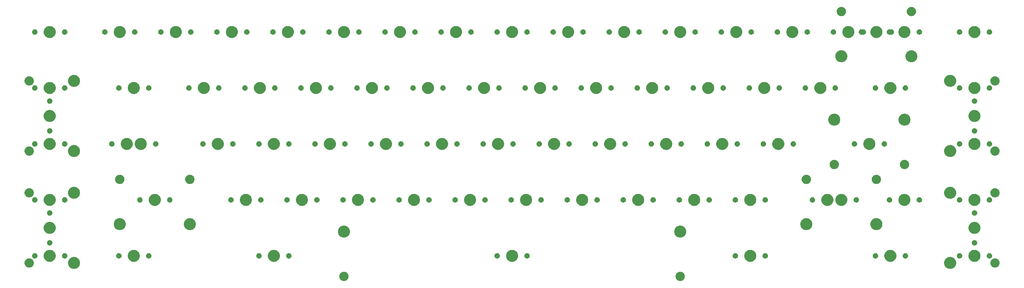
<source format=gts>
G04 #@! TF.GenerationSoftware,KiCad,Pcbnew,(5.1.5)-3*
G04 #@! TF.CreationDate,2020-04-29T22:23:23+10:00*
G04 #@! TF.ProjectId,rei_pcb,7265695f-7063-4622-9e6b-696361645f70,rev?*
G04 #@! TF.SameCoordinates,Original*
G04 #@! TF.FileFunction,Soldermask,Top*
G04 #@! TF.FilePolarity,Negative*
%FSLAX46Y46*%
G04 Gerber Fmt 4.6, Leading zero omitted, Abs format (unit mm)*
G04 Created by KiCad (PCBNEW (5.1.5)-3) date 2020-04-29 22:23:23*
%MOMM*%
%LPD*%
G04 APERTURE LIST*
%ADD10C,0.100000*%
G04 APERTURE END LIST*
D10*
G36*
X247957267Y-122915263D02*
G01*
X248109411Y-122945526D01*
X248228137Y-122994704D01*
X248396041Y-123064252D01*
X248396042Y-123064253D01*
X248654004Y-123236617D01*
X248873383Y-123455996D01*
X248988553Y-123628361D01*
X249045748Y-123713959D01*
X249164474Y-124000590D01*
X249225000Y-124304875D01*
X249225000Y-124615125D01*
X249164474Y-124919410D01*
X249045748Y-125206041D01*
X249045747Y-125206042D01*
X248873383Y-125464004D01*
X248654004Y-125683383D01*
X248481639Y-125798553D01*
X248396041Y-125855748D01*
X248228137Y-125925296D01*
X248109411Y-125974474D01*
X247957267Y-126004737D01*
X247805125Y-126035000D01*
X247494875Y-126035000D01*
X247342733Y-126004737D01*
X247190589Y-125974474D01*
X247071863Y-125925296D01*
X246903959Y-125855748D01*
X246818361Y-125798553D01*
X246645996Y-125683383D01*
X246426617Y-125464004D01*
X246254253Y-125206042D01*
X246254252Y-125206041D01*
X246135526Y-124919410D01*
X246075000Y-124615125D01*
X246075000Y-124304875D01*
X246135526Y-124000590D01*
X246254252Y-123713959D01*
X246311447Y-123628361D01*
X246426617Y-123455996D01*
X246645996Y-123236617D01*
X246903958Y-123064253D01*
X246903959Y-123064252D01*
X247071863Y-122994704D01*
X247190589Y-122945526D01*
X247342733Y-122915263D01*
X247494875Y-122885000D01*
X247805125Y-122885000D01*
X247957267Y-122915263D01*
G37*
G36*
X133657267Y-122915263D02*
G01*
X133809411Y-122945526D01*
X133928137Y-122994704D01*
X134096041Y-123064252D01*
X134096042Y-123064253D01*
X134354004Y-123236617D01*
X134573383Y-123455996D01*
X134688553Y-123628361D01*
X134745748Y-123713959D01*
X134864474Y-124000590D01*
X134925000Y-124304875D01*
X134925000Y-124615125D01*
X134864474Y-124919410D01*
X134745748Y-125206041D01*
X134745747Y-125206042D01*
X134573383Y-125464004D01*
X134354004Y-125683383D01*
X134181639Y-125798553D01*
X134096041Y-125855748D01*
X133928137Y-125925296D01*
X133809411Y-125974474D01*
X133657267Y-126004737D01*
X133505125Y-126035000D01*
X133194875Y-126035000D01*
X133042733Y-126004737D01*
X132890589Y-125974474D01*
X132771863Y-125925296D01*
X132603959Y-125855748D01*
X132518361Y-125798553D01*
X132345996Y-125683383D01*
X132126617Y-125464004D01*
X131954253Y-125206042D01*
X131954252Y-125206041D01*
X131835526Y-124919410D01*
X131775000Y-124615125D01*
X131775000Y-124304875D01*
X131835526Y-124000590D01*
X131954252Y-123713959D01*
X132011447Y-123628361D01*
X132126617Y-123455996D01*
X132345996Y-123236617D01*
X132603958Y-123064253D01*
X132603959Y-123064252D01*
X132771863Y-122994704D01*
X132890589Y-122945526D01*
X133042733Y-122915263D01*
X133194875Y-122885000D01*
X133505125Y-122885000D01*
X133657267Y-122915263D01*
G37*
G36*
X340003974Y-117921684D02*
G01*
X340221974Y-118011983D01*
X340376123Y-118075833D01*
X340711048Y-118299623D01*
X340995877Y-118584452D01*
X341219667Y-118919377D01*
X341219667Y-118919378D01*
X341373816Y-119291526D01*
X341452400Y-119686594D01*
X341452400Y-120089406D01*
X341373816Y-120484474D01*
X341311863Y-120634041D01*
X341219667Y-120856623D01*
X340995877Y-121191548D01*
X340711048Y-121476377D01*
X340376123Y-121700167D01*
X340221974Y-121764017D01*
X340003974Y-121854316D01*
X339608906Y-121932900D01*
X339206094Y-121932900D01*
X338811026Y-121854316D01*
X338593026Y-121764017D01*
X338438877Y-121700167D01*
X338103952Y-121476377D01*
X337819123Y-121191548D01*
X337595333Y-120856623D01*
X337503137Y-120634041D01*
X337441184Y-120484474D01*
X337362600Y-120089406D01*
X337362600Y-119686594D01*
X337441184Y-119291526D01*
X337595333Y-118919378D01*
X337595333Y-118919377D01*
X337819123Y-118584452D01*
X338103952Y-118299623D01*
X338438877Y-118075833D01*
X338593026Y-118011983D01*
X338811026Y-117921684D01*
X339206094Y-117843100D01*
X339608906Y-117843100D01*
X340003974Y-117921684D01*
G37*
G36*
X42188974Y-117921684D02*
G01*
X42406974Y-118011983D01*
X42561123Y-118075833D01*
X42896048Y-118299623D01*
X43180877Y-118584452D01*
X43404667Y-118919377D01*
X43404667Y-118919378D01*
X43558816Y-119291526D01*
X43637400Y-119686594D01*
X43637400Y-120089406D01*
X43558816Y-120484474D01*
X43496863Y-120634041D01*
X43404667Y-120856623D01*
X43180877Y-121191548D01*
X42896048Y-121476377D01*
X42561123Y-121700167D01*
X42406974Y-121764017D01*
X42188974Y-121854316D01*
X41793906Y-121932900D01*
X41391094Y-121932900D01*
X40996026Y-121854316D01*
X40778026Y-121764017D01*
X40623877Y-121700167D01*
X40288952Y-121476377D01*
X40004123Y-121191548D01*
X39780333Y-120856623D01*
X39688137Y-120634041D01*
X39626184Y-120484474D01*
X39547600Y-120089406D01*
X39547600Y-119686594D01*
X39626184Y-119291526D01*
X39780333Y-118919378D01*
X39780333Y-118919377D01*
X40004123Y-118584452D01*
X40288952Y-118299623D01*
X40623877Y-118075833D01*
X40778026Y-118011983D01*
X40996026Y-117921684D01*
X41391094Y-117843100D01*
X41793906Y-117843100D01*
X42188974Y-117921684D01*
G37*
G36*
X355106911Y-118373526D02*
G01*
X355225637Y-118422704D01*
X355393541Y-118492252D01*
X355393542Y-118492253D01*
X355651504Y-118664617D01*
X355870883Y-118883996D01*
X355894524Y-118919378D01*
X356043248Y-119141959D01*
X356103395Y-119287167D01*
X356161974Y-119428589D01*
X356180137Y-119519900D01*
X356222500Y-119732875D01*
X356222500Y-120043125D01*
X356161974Y-120347410D01*
X356043248Y-120634041D01*
X356043247Y-120634042D01*
X355870883Y-120892004D01*
X355651504Y-121111383D01*
X355531528Y-121191548D01*
X355393541Y-121283748D01*
X355225637Y-121353296D01*
X355106911Y-121402474D01*
X354954767Y-121432737D01*
X354802625Y-121463000D01*
X354492375Y-121463000D01*
X354340233Y-121432737D01*
X354188089Y-121402474D01*
X354069363Y-121353296D01*
X353901459Y-121283748D01*
X353763472Y-121191548D01*
X353643496Y-121111383D01*
X353424117Y-120892004D01*
X353251753Y-120634042D01*
X353251752Y-120634041D01*
X353133026Y-120347410D01*
X353072500Y-120043125D01*
X353072500Y-119732875D01*
X353114863Y-119519900D01*
X353133026Y-119428589D01*
X353191605Y-119287167D01*
X353251752Y-119141959D01*
X353400476Y-118919378D01*
X353424117Y-118883996D01*
X353643496Y-118664617D01*
X353901458Y-118492253D01*
X353901459Y-118492252D01*
X354069363Y-118422704D01*
X354188089Y-118373526D01*
X354492375Y-118313000D01*
X354802625Y-118313000D01*
X355106911Y-118373526D01*
G37*
G36*
X26811911Y-118373526D02*
G01*
X26930637Y-118422704D01*
X27098541Y-118492252D01*
X27098542Y-118492253D01*
X27356504Y-118664617D01*
X27575883Y-118883996D01*
X27599524Y-118919378D01*
X27748248Y-119141959D01*
X27808395Y-119287167D01*
X27866974Y-119428589D01*
X27885137Y-119519900D01*
X27927500Y-119732875D01*
X27927500Y-120043125D01*
X27866974Y-120347410D01*
X27748248Y-120634041D01*
X27748247Y-120634042D01*
X27575883Y-120892004D01*
X27356504Y-121111383D01*
X27236528Y-121191548D01*
X27098541Y-121283748D01*
X26930637Y-121353296D01*
X26811911Y-121402474D01*
X26659767Y-121432737D01*
X26507625Y-121463000D01*
X26197375Y-121463000D01*
X26045233Y-121432737D01*
X25893089Y-121402474D01*
X25774363Y-121353296D01*
X25606459Y-121283748D01*
X25468472Y-121191548D01*
X25348496Y-121111383D01*
X25129117Y-120892004D01*
X24956753Y-120634042D01*
X24956752Y-120634041D01*
X24838026Y-120347410D01*
X24777500Y-120043125D01*
X24777500Y-119732875D01*
X24819863Y-119519900D01*
X24838026Y-119428589D01*
X24896605Y-119287167D01*
X24956752Y-119141959D01*
X25105476Y-118919378D01*
X25129117Y-118883996D01*
X25348496Y-118664617D01*
X25606458Y-118492253D01*
X25606459Y-118492252D01*
X25774363Y-118422704D01*
X25893089Y-118373526D01*
X26197375Y-118313000D01*
X26507625Y-118313000D01*
X26811911Y-118373526D01*
G37*
G36*
X272058974Y-115508684D02*
G01*
X272276974Y-115598983D01*
X272431123Y-115662833D01*
X272766048Y-115886623D01*
X273050877Y-116171452D01*
X273274667Y-116506377D01*
X273307062Y-116584586D01*
X273428816Y-116878526D01*
X273507400Y-117273594D01*
X273507400Y-117676406D01*
X273428816Y-118071474D01*
X273377951Y-118194272D01*
X273274667Y-118443623D01*
X273050877Y-118778548D01*
X272766048Y-119063377D01*
X272431123Y-119287167D01*
X272276974Y-119351017D01*
X272058974Y-119441316D01*
X271663906Y-119519900D01*
X271261094Y-119519900D01*
X270866026Y-119441316D01*
X270648026Y-119351017D01*
X270493877Y-119287167D01*
X270158952Y-119063377D01*
X269874123Y-118778548D01*
X269650333Y-118443623D01*
X269547049Y-118194272D01*
X269496184Y-118071474D01*
X269417600Y-117676406D01*
X269417600Y-117273594D01*
X269496184Y-116878526D01*
X269617938Y-116584586D01*
X269650333Y-116506377D01*
X269874123Y-116171452D01*
X270158952Y-115886623D01*
X270493877Y-115662833D01*
X270648026Y-115598983D01*
X270866026Y-115508684D01*
X271261094Y-115430100D01*
X271663906Y-115430100D01*
X272058974Y-115508684D01*
G37*
G36*
X110133974Y-115508684D02*
G01*
X110351974Y-115598983D01*
X110506123Y-115662833D01*
X110841048Y-115886623D01*
X111125877Y-116171452D01*
X111349667Y-116506377D01*
X111382062Y-116584586D01*
X111503816Y-116878526D01*
X111582400Y-117273594D01*
X111582400Y-117676406D01*
X111503816Y-118071474D01*
X111452951Y-118194272D01*
X111349667Y-118443623D01*
X111125877Y-118778548D01*
X110841048Y-119063377D01*
X110506123Y-119287167D01*
X110351974Y-119351017D01*
X110133974Y-119441316D01*
X109738906Y-119519900D01*
X109336094Y-119519900D01*
X108941026Y-119441316D01*
X108723026Y-119351017D01*
X108568877Y-119287167D01*
X108233952Y-119063377D01*
X107949123Y-118778548D01*
X107725333Y-118443623D01*
X107622049Y-118194272D01*
X107571184Y-118071474D01*
X107492600Y-117676406D01*
X107492600Y-117273594D01*
X107571184Y-116878526D01*
X107692938Y-116584586D01*
X107725333Y-116506377D01*
X107949123Y-116171452D01*
X108233952Y-115886623D01*
X108568877Y-115662833D01*
X108723026Y-115598983D01*
X108941026Y-115508684D01*
X109336094Y-115430100D01*
X109738906Y-115430100D01*
X110133974Y-115508684D01*
G37*
G36*
X191096474Y-115508684D02*
G01*
X191314474Y-115598983D01*
X191468623Y-115662833D01*
X191803548Y-115886623D01*
X192088377Y-116171452D01*
X192312167Y-116506377D01*
X192344562Y-116584586D01*
X192466316Y-116878526D01*
X192544900Y-117273594D01*
X192544900Y-117676406D01*
X192466316Y-118071474D01*
X192415451Y-118194272D01*
X192312167Y-118443623D01*
X192088377Y-118778548D01*
X191803548Y-119063377D01*
X191468623Y-119287167D01*
X191314474Y-119351017D01*
X191096474Y-119441316D01*
X190701406Y-119519900D01*
X190298594Y-119519900D01*
X189903526Y-119441316D01*
X189685526Y-119351017D01*
X189531377Y-119287167D01*
X189196452Y-119063377D01*
X188911623Y-118778548D01*
X188687833Y-118443623D01*
X188584549Y-118194272D01*
X188533684Y-118071474D01*
X188455100Y-117676406D01*
X188455100Y-117273594D01*
X188533684Y-116878526D01*
X188655438Y-116584586D01*
X188687833Y-116506377D01*
X188911623Y-116171452D01*
X189196452Y-115886623D01*
X189531377Y-115662833D01*
X189685526Y-115598983D01*
X189903526Y-115508684D01*
X190298594Y-115430100D01*
X190701406Y-115430100D01*
X191096474Y-115508684D01*
G37*
G36*
X62508974Y-115508684D02*
G01*
X62726974Y-115598983D01*
X62881123Y-115662833D01*
X63216048Y-115886623D01*
X63500877Y-116171452D01*
X63724667Y-116506377D01*
X63757062Y-116584586D01*
X63878816Y-116878526D01*
X63957400Y-117273594D01*
X63957400Y-117676406D01*
X63878816Y-118071474D01*
X63827951Y-118194272D01*
X63724667Y-118443623D01*
X63500877Y-118778548D01*
X63216048Y-119063377D01*
X62881123Y-119287167D01*
X62726974Y-119351017D01*
X62508974Y-119441316D01*
X62113906Y-119519900D01*
X61711094Y-119519900D01*
X61316026Y-119441316D01*
X61098026Y-119351017D01*
X60943877Y-119287167D01*
X60608952Y-119063377D01*
X60324123Y-118778548D01*
X60100333Y-118443623D01*
X59997049Y-118194272D01*
X59946184Y-118071474D01*
X59867600Y-117676406D01*
X59867600Y-117273594D01*
X59946184Y-116878526D01*
X60067938Y-116584586D01*
X60100333Y-116506377D01*
X60324123Y-116171452D01*
X60608952Y-115886623D01*
X60943877Y-115662833D01*
X61098026Y-115598983D01*
X61316026Y-115508684D01*
X61711094Y-115430100D01*
X62113906Y-115430100D01*
X62508974Y-115508684D01*
G37*
G36*
X319683974Y-115508684D02*
G01*
X319901974Y-115598983D01*
X320056123Y-115662833D01*
X320391048Y-115886623D01*
X320675877Y-116171452D01*
X320899667Y-116506377D01*
X320932062Y-116584586D01*
X321053816Y-116878526D01*
X321132400Y-117273594D01*
X321132400Y-117676406D01*
X321053816Y-118071474D01*
X321002951Y-118194272D01*
X320899667Y-118443623D01*
X320675877Y-118778548D01*
X320391048Y-119063377D01*
X320056123Y-119287167D01*
X319901974Y-119351017D01*
X319683974Y-119441316D01*
X319288906Y-119519900D01*
X318886094Y-119519900D01*
X318491026Y-119441316D01*
X318273026Y-119351017D01*
X318118877Y-119287167D01*
X317783952Y-119063377D01*
X317499123Y-118778548D01*
X317275333Y-118443623D01*
X317172049Y-118194272D01*
X317121184Y-118071474D01*
X317042600Y-117676406D01*
X317042600Y-117273594D01*
X317121184Y-116878526D01*
X317242938Y-116584586D01*
X317275333Y-116506377D01*
X317499123Y-116171452D01*
X317783952Y-115886623D01*
X318118877Y-115662833D01*
X318273026Y-115598983D01*
X318491026Y-115508684D01*
X318886094Y-115430100D01*
X319288906Y-115430100D01*
X319683974Y-115508684D01*
G37*
G36*
X348258974Y-115508684D02*
G01*
X348476974Y-115598983D01*
X348631123Y-115662833D01*
X348966048Y-115886623D01*
X349250877Y-116171452D01*
X349474667Y-116506377D01*
X349507062Y-116584586D01*
X349628816Y-116878526D01*
X349707400Y-117273594D01*
X349707400Y-117676406D01*
X349628816Y-118071474D01*
X349577951Y-118194272D01*
X349474667Y-118443623D01*
X349250877Y-118778548D01*
X348966048Y-119063377D01*
X348631123Y-119287167D01*
X348476974Y-119351017D01*
X348258974Y-119441316D01*
X347863906Y-119519900D01*
X347461094Y-119519900D01*
X347066026Y-119441316D01*
X346848026Y-119351017D01*
X346693877Y-119287167D01*
X346358952Y-119063377D01*
X346074123Y-118778548D01*
X345850333Y-118443623D01*
X345747049Y-118194272D01*
X345696184Y-118071474D01*
X345617600Y-117676406D01*
X345617600Y-117273594D01*
X345696184Y-116878526D01*
X345817938Y-116584586D01*
X345850333Y-116506377D01*
X346074123Y-116171452D01*
X346358952Y-115886623D01*
X346693877Y-115662833D01*
X346848026Y-115598983D01*
X347066026Y-115508684D01*
X347461094Y-115430100D01*
X347863906Y-115430100D01*
X348258974Y-115508684D01*
G37*
G36*
X33933974Y-115508684D02*
G01*
X34151974Y-115598983D01*
X34306123Y-115662833D01*
X34641048Y-115886623D01*
X34925877Y-116171452D01*
X35149667Y-116506377D01*
X35182062Y-116584586D01*
X35303816Y-116878526D01*
X35382400Y-117273594D01*
X35382400Y-117676406D01*
X35303816Y-118071474D01*
X35252951Y-118194272D01*
X35149667Y-118443623D01*
X34925877Y-118778548D01*
X34641048Y-119063377D01*
X34306123Y-119287167D01*
X34151974Y-119351017D01*
X33933974Y-119441316D01*
X33538906Y-119519900D01*
X33136094Y-119519900D01*
X32741026Y-119441316D01*
X32523026Y-119351017D01*
X32368877Y-119287167D01*
X32033952Y-119063377D01*
X31749123Y-118778548D01*
X31525333Y-118443623D01*
X31422049Y-118194272D01*
X31371184Y-118071474D01*
X31292600Y-117676406D01*
X31292600Y-117273594D01*
X31371184Y-116878526D01*
X31492938Y-116584586D01*
X31525333Y-116506377D01*
X31749123Y-116171452D01*
X32033952Y-115886623D01*
X32368877Y-115662833D01*
X32523026Y-115598983D01*
X32741026Y-115508684D01*
X33136094Y-115430100D01*
X33538906Y-115430100D01*
X33933974Y-115508684D01*
G37*
G36*
X38687604Y-116584585D02*
G01*
X38856126Y-116654389D01*
X39007791Y-116755728D01*
X39136772Y-116884709D01*
X39238111Y-117036374D01*
X39307915Y-117204896D01*
X39343500Y-117383797D01*
X39343500Y-117566203D01*
X39307915Y-117745104D01*
X39238111Y-117913626D01*
X39136772Y-118065291D01*
X39007791Y-118194272D01*
X38856126Y-118295611D01*
X38687604Y-118365415D01*
X38508703Y-118401000D01*
X38326297Y-118401000D01*
X38147396Y-118365415D01*
X37978874Y-118295611D01*
X37827209Y-118194272D01*
X37698228Y-118065291D01*
X37596889Y-117913626D01*
X37527085Y-117745104D01*
X37491500Y-117566203D01*
X37491500Y-117383797D01*
X37527085Y-117204896D01*
X37596889Y-117036374D01*
X37698228Y-116884709D01*
X37827209Y-116755728D01*
X37978874Y-116654389D01*
X38147396Y-116584585D01*
X38326297Y-116549000D01*
X38508703Y-116549000D01*
X38687604Y-116584585D01*
G37*
G36*
X185690104Y-116584585D02*
G01*
X185858626Y-116654389D01*
X186010291Y-116755728D01*
X186139272Y-116884709D01*
X186240611Y-117036374D01*
X186310415Y-117204896D01*
X186346000Y-117383797D01*
X186346000Y-117566203D01*
X186310415Y-117745104D01*
X186240611Y-117913626D01*
X186139272Y-118065291D01*
X186010291Y-118194272D01*
X185858626Y-118295611D01*
X185690104Y-118365415D01*
X185511203Y-118401000D01*
X185328797Y-118401000D01*
X185149896Y-118365415D01*
X184981374Y-118295611D01*
X184829709Y-118194272D01*
X184700728Y-118065291D01*
X184599389Y-117913626D01*
X184529585Y-117745104D01*
X184494000Y-117566203D01*
X184494000Y-117383797D01*
X184529585Y-117204896D01*
X184599389Y-117036374D01*
X184700728Y-116884709D01*
X184829709Y-116755728D01*
X184981374Y-116654389D01*
X185149896Y-116584585D01*
X185328797Y-116549000D01*
X185511203Y-116549000D01*
X185690104Y-116584585D01*
G37*
G36*
X195850104Y-116584585D02*
G01*
X196018626Y-116654389D01*
X196170291Y-116755728D01*
X196299272Y-116884709D01*
X196400611Y-117036374D01*
X196470415Y-117204896D01*
X196506000Y-117383797D01*
X196506000Y-117566203D01*
X196470415Y-117745104D01*
X196400611Y-117913626D01*
X196299272Y-118065291D01*
X196170291Y-118194272D01*
X196018626Y-118295611D01*
X195850104Y-118365415D01*
X195671203Y-118401000D01*
X195488797Y-118401000D01*
X195309896Y-118365415D01*
X195141374Y-118295611D01*
X194989709Y-118194272D01*
X194860728Y-118065291D01*
X194759389Y-117913626D01*
X194689585Y-117745104D01*
X194654000Y-117566203D01*
X194654000Y-117383797D01*
X194689585Y-117204896D01*
X194759389Y-117036374D01*
X194860728Y-116884709D01*
X194989709Y-116755728D01*
X195141374Y-116654389D01*
X195309896Y-116584585D01*
X195488797Y-116549000D01*
X195671203Y-116549000D01*
X195850104Y-116584585D01*
G37*
G36*
X276812604Y-116584585D02*
G01*
X276981126Y-116654389D01*
X277132791Y-116755728D01*
X277261772Y-116884709D01*
X277363111Y-117036374D01*
X277432915Y-117204896D01*
X277468500Y-117383797D01*
X277468500Y-117566203D01*
X277432915Y-117745104D01*
X277363111Y-117913626D01*
X277261772Y-118065291D01*
X277132791Y-118194272D01*
X276981126Y-118295611D01*
X276812604Y-118365415D01*
X276633703Y-118401000D01*
X276451297Y-118401000D01*
X276272396Y-118365415D01*
X276103874Y-118295611D01*
X275952209Y-118194272D01*
X275823228Y-118065291D01*
X275721889Y-117913626D01*
X275652085Y-117745104D01*
X275616500Y-117566203D01*
X275616500Y-117383797D01*
X275652085Y-117204896D01*
X275721889Y-117036374D01*
X275823228Y-116884709D01*
X275952209Y-116755728D01*
X276103874Y-116654389D01*
X276272396Y-116584585D01*
X276451297Y-116549000D01*
X276633703Y-116549000D01*
X276812604Y-116584585D01*
G37*
G36*
X266652604Y-116584585D02*
G01*
X266821126Y-116654389D01*
X266972791Y-116755728D01*
X267101772Y-116884709D01*
X267203111Y-117036374D01*
X267272915Y-117204896D01*
X267308500Y-117383797D01*
X267308500Y-117566203D01*
X267272915Y-117745104D01*
X267203111Y-117913626D01*
X267101772Y-118065291D01*
X266972791Y-118194272D01*
X266821126Y-118295611D01*
X266652604Y-118365415D01*
X266473703Y-118401000D01*
X266291297Y-118401000D01*
X266112396Y-118365415D01*
X265943874Y-118295611D01*
X265792209Y-118194272D01*
X265663228Y-118065291D01*
X265561889Y-117913626D01*
X265492085Y-117745104D01*
X265456500Y-117566203D01*
X265456500Y-117383797D01*
X265492085Y-117204896D01*
X265561889Y-117036374D01*
X265663228Y-116884709D01*
X265792209Y-116755728D01*
X265943874Y-116654389D01*
X266112396Y-116584585D01*
X266291297Y-116549000D01*
X266473703Y-116549000D01*
X266652604Y-116584585D01*
G37*
G36*
X324437604Y-116584585D02*
G01*
X324606126Y-116654389D01*
X324757791Y-116755728D01*
X324886772Y-116884709D01*
X324988111Y-117036374D01*
X325057915Y-117204896D01*
X325093500Y-117383797D01*
X325093500Y-117566203D01*
X325057915Y-117745104D01*
X324988111Y-117913626D01*
X324886772Y-118065291D01*
X324757791Y-118194272D01*
X324606126Y-118295611D01*
X324437604Y-118365415D01*
X324258703Y-118401000D01*
X324076297Y-118401000D01*
X323897396Y-118365415D01*
X323728874Y-118295611D01*
X323577209Y-118194272D01*
X323448228Y-118065291D01*
X323346889Y-117913626D01*
X323277085Y-117745104D01*
X323241500Y-117566203D01*
X323241500Y-117383797D01*
X323277085Y-117204896D01*
X323346889Y-117036374D01*
X323448228Y-116884709D01*
X323577209Y-116755728D01*
X323728874Y-116654389D01*
X323897396Y-116584585D01*
X324076297Y-116549000D01*
X324258703Y-116549000D01*
X324437604Y-116584585D01*
G37*
G36*
X314277604Y-116584585D02*
G01*
X314446126Y-116654389D01*
X314597791Y-116755728D01*
X314726772Y-116884709D01*
X314828111Y-117036374D01*
X314897915Y-117204896D01*
X314933500Y-117383797D01*
X314933500Y-117566203D01*
X314897915Y-117745104D01*
X314828111Y-117913626D01*
X314726772Y-118065291D01*
X314597791Y-118194272D01*
X314446126Y-118295611D01*
X314277604Y-118365415D01*
X314098703Y-118401000D01*
X313916297Y-118401000D01*
X313737396Y-118365415D01*
X313568874Y-118295611D01*
X313417209Y-118194272D01*
X313288228Y-118065291D01*
X313186889Y-117913626D01*
X313117085Y-117745104D01*
X313081500Y-117566203D01*
X313081500Y-117383797D01*
X313117085Y-117204896D01*
X313186889Y-117036374D01*
X313288228Y-116884709D01*
X313417209Y-116755728D01*
X313568874Y-116654389D01*
X313737396Y-116584585D01*
X313916297Y-116549000D01*
X314098703Y-116549000D01*
X314277604Y-116584585D01*
G37*
G36*
X57102604Y-116584585D02*
G01*
X57271126Y-116654389D01*
X57422791Y-116755728D01*
X57551772Y-116884709D01*
X57653111Y-117036374D01*
X57722915Y-117204896D01*
X57758500Y-117383797D01*
X57758500Y-117566203D01*
X57722915Y-117745104D01*
X57653111Y-117913626D01*
X57551772Y-118065291D01*
X57422791Y-118194272D01*
X57271126Y-118295611D01*
X57102604Y-118365415D01*
X56923703Y-118401000D01*
X56741297Y-118401000D01*
X56562396Y-118365415D01*
X56393874Y-118295611D01*
X56242209Y-118194272D01*
X56113228Y-118065291D01*
X56011889Y-117913626D01*
X55942085Y-117745104D01*
X55906500Y-117566203D01*
X55906500Y-117383797D01*
X55942085Y-117204896D01*
X56011889Y-117036374D01*
X56113228Y-116884709D01*
X56242209Y-116755728D01*
X56393874Y-116654389D01*
X56562396Y-116584585D01*
X56741297Y-116549000D01*
X56923703Y-116549000D01*
X57102604Y-116584585D01*
G37*
G36*
X67262604Y-116584585D02*
G01*
X67431126Y-116654389D01*
X67582791Y-116755728D01*
X67711772Y-116884709D01*
X67813111Y-117036374D01*
X67882915Y-117204896D01*
X67918500Y-117383797D01*
X67918500Y-117566203D01*
X67882915Y-117745104D01*
X67813111Y-117913626D01*
X67711772Y-118065291D01*
X67582791Y-118194272D01*
X67431126Y-118295611D01*
X67262604Y-118365415D01*
X67083703Y-118401000D01*
X66901297Y-118401000D01*
X66722396Y-118365415D01*
X66553874Y-118295611D01*
X66402209Y-118194272D01*
X66273228Y-118065291D01*
X66171889Y-117913626D01*
X66102085Y-117745104D01*
X66066500Y-117566203D01*
X66066500Y-117383797D01*
X66102085Y-117204896D01*
X66171889Y-117036374D01*
X66273228Y-116884709D01*
X66402209Y-116755728D01*
X66553874Y-116654389D01*
X66722396Y-116584585D01*
X66901297Y-116549000D01*
X67083703Y-116549000D01*
X67262604Y-116584585D01*
G37*
G36*
X28527604Y-116584585D02*
G01*
X28696126Y-116654389D01*
X28847791Y-116755728D01*
X28976772Y-116884709D01*
X29078111Y-117036374D01*
X29147915Y-117204896D01*
X29183500Y-117383797D01*
X29183500Y-117566203D01*
X29147915Y-117745104D01*
X29078111Y-117913626D01*
X28976772Y-118065291D01*
X28847791Y-118194272D01*
X28696126Y-118295611D01*
X28527604Y-118365415D01*
X28348703Y-118401000D01*
X28166297Y-118401000D01*
X27987396Y-118365415D01*
X27818874Y-118295611D01*
X27667209Y-118194272D01*
X27538228Y-118065291D01*
X27436889Y-117913626D01*
X27367085Y-117745104D01*
X27331500Y-117566203D01*
X27331500Y-117383797D01*
X27367085Y-117204896D01*
X27436889Y-117036374D01*
X27538228Y-116884709D01*
X27667209Y-116755728D01*
X27818874Y-116654389D01*
X27987396Y-116584585D01*
X28166297Y-116549000D01*
X28348703Y-116549000D01*
X28527604Y-116584585D01*
G37*
G36*
X114887604Y-116584585D02*
G01*
X115056126Y-116654389D01*
X115207791Y-116755728D01*
X115336772Y-116884709D01*
X115438111Y-117036374D01*
X115507915Y-117204896D01*
X115543500Y-117383797D01*
X115543500Y-117566203D01*
X115507915Y-117745104D01*
X115438111Y-117913626D01*
X115336772Y-118065291D01*
X115207791Y-118194272D01*
X115056126Y-118295611D01*
X114887604Y-118365415D01*
X114708703Y-118401000D01*
X114526297Y-118401000D01*
X114347396Y-118365415D01*
X114178874Y-118295611D01*
X114027209Y-118194272D01*
X113898228Y-118065291D01*
X113796889Y-117913626D01*
X113727085Y-117745104D01*
X113691500Y-117566203D01*
X113691500Y-117383797D01*
X113727085Y-117204896D01*
X113796889Y-117036374D01*
X113898228Y-116884709D01*
X114027209Y-116755728D01*
X114178874Y-116654389D01*
X114347396Y-116584585D01*
X114526297Y-116549000D01*
X114708703Y-116549000D01*
X114887604Y-116584585D01*
G37*
G36*
X353012604Y-116584585D02*
G01*
X353181126Y-116654389D01*
X353332791Y-116755728D01*
X353461772Y-116884709D01*
X353563111Y-117036374D01*
X353632915Y-117204896D01*
X353668500Y-117383797D01*
X353668500Y-117566203D01*
X353632915Y-117745104D01*
X353563111Y-117913626D01*
X353461772Y-118065291D01*
X353332791Y-118194272D01*
X353181126Y-118295611D01*
X353012604Y-118365415D01*
X352833703Y-118401000D01*
X352651297Y-118401000D01*
X352472396Y-118365415D01*
X352303874Y-118295611D01*
X352152209Y-118194272D01*
X352023228Y-118065291D01*
X351921889Y-117913626D01*
X351852085Y-117745104D01*
X351816500Y-117566203D01*
X351816500Y-117383797D01*
X351852085Y-117204896D01*
X351921889Y-117036374D01*
X352023228Y-116884709D01*
X352152209Y-116755728D01*
X352303874Y-116654389D01*
X352472396Y-116584585D01*
X352651297Y-116549000D01*
X352833703Y-116549000D01*
X353012604Y-116584585D01*
G37*
G36*
X342852604Y-116584585D02*
G01*
X343021126Y-116654389D01*
X343172791Y-116755728D01*
X343301772Y-116884709D01*
X343403111Y-117036374D01*
X343472915Y-117204896D01*
X343508500Y-117383797D01*
X343508500Y-117566203D01*
X343472915Y-117745104D01*
X343403111Y-117913626D01*
X343301772Y-118065291D01*
X343172791Y-118194272D01*
X343021126Y-118295611D01*
X342852604Y-118365415D01*
X342673703Y-118401000D01*
X342491297Y-118401000D01*
X342312396Y-118365415D01*
X342143874Y-118295611D01*
X341992209Y-118194272D01*
X341863228Y-118065291D01*
X341761889Y-117913626D01*
X341692085Y-117745104D01*
X341656500Y-117566203D01*
X341656500Y-117383797D01*
X341692085Y-117204896D01*
X341761889Y-117036374D01*
X341863228Y-116884709D01*
X341992209Y-116755728D01*
X342143874Y-116654389D01*
X342312396Y-116584585D01*
X342491297Y-116549000D01*
X342673703Y-116549000D01*
X342852604Y-116584585D01*
G37*
G36*
X104727604Y-116584585D02*
G01*
X104896126Y-116654389D01*
X105047791Y-116755728D01*
X105176772Y-116884709D01*
X105278111Y-117036374D01*
X105347915Y-117204896D01*
X105383500Y-117383797D01*
X105383500Y-117566203D01*
X105347915Y-117745104D01*
X105278111Y-117913626D01*
X105176772Y-118065291D01*
X105047791Y-118194272D01*
X104896126Y-118295611D01*
X104727604Y-118365415D01*
X104548703Y-118401000D01*
X104366297Y-118401000D01*
X104187396Y-118365415D01*
X104018874Y-118295611D01*
X103867209Y-118194272D01*
X103738228Y-118065291D01*
X103636889Y-117913626D01*
X103567085Y-117745104D01*
X103531500Y-117566203D01*
X103531500Y-117383797D01*
X103567085Y-117204896D01*
X103636889Y-117036374D01*
X103738228Y-116884709D01*
X103867209Y-116755728D01*
X104018874Y-116654389D01*
X104187396Y-116584585D01*
X104366297Y-116549000D01*
X104548703Y-116549000D01*
X104727604Y-116584585D01*
G37*
G36*
X33607604Y-112139585D02*
G01*
X33776126Y-112209389D01*
X33927791Y-112310728D01*
X34056772Y-112439709D01*
X34158111Y-112591374D01*
X34227915Y-112759896D01*
X34263500Y-112938797D01*
X34263500Y-113121203D01*
X34227915Y-113300104D01*
X34158111Y-113468626D01*
X34056772Y-113620291D01*
X33927791Y-113749272D01*
X33776126Y-113850611D01*
X33607604Y-113920415D01*
X33428703Y-113956000D01*
X33246297Y-113956000D01*
X33067396Y-113920415D01*
X32898874Y-113850611D01*
X32747209Y-113749272D01*
X32618228Y-113620291D01*
X32516889Y-113468626D01*
X32447085Y-113300104D01*
X32411500Y-113121203D01*
X32411500Y-112938797D01*
X32447085Y-112759896D01*
X32516889Y-112591374D01*
X32618228Y-112439709D01*
X32747209Y-112310728D01*
X32898874Y-112209389D01*
X33067396Y-112139585D01*
X33246297Y-112104000D01*
X33428703Y-112104000D01*
X33607604Y-112139585D01*
G37*
G36*
X347932604Y-112139585D02*
G01*
X348101126Y-112209389D01*
X348252791Y-112310728D01*
X348381772Y-112439709D01*
X348483111Y-112591374D01*
X348552915Y-112759896D01*
X348588500Y-112938797D01*
X348588500Y-113121203D01*
X348552915Y-113300104D01*
X348483111Y-113468626D01*
X348381772Y-113620291D01*
X348252791Y-113749272D01*
X348101126Y-113850611D01*
X347932604Y-113920415D01*
X347753703Y-113956000D01*
X347571297Y-113956000D01*
X347392396Y-113920415D01*
X347223874Y-113850611D01*
X347072209Y-113749272D01*
X346943228Y-113620291D01*
X346841889Y-113468626D01*
X346772085Y-113300104D01*
X346736500Y-113121203D01*
X346736500Y-112938797D01*
X346772085Y-112759896D01*
X346841889Y-112591374D01*
X346943228Y-112439709D01*
X347072209Y-112310728D01*
X347223874Y-112209389D01*
X347392396Y-112139585D01*
X347571297Y-112104000D01*
X347753703Y-112104000D01*
X347932604Y-112139585D01*
G37*
G36*
X248246474Y-107253684D02*
G01*
X248464474Y-107343983D01*
X248618623Y-107407833D01*
X248953548Y-107631623D01*
X249238377Y-107916452D01*
X249462167Y-108251377D01*
X249526017Y-108405526D01*
X249616316Y-108623526D01*
X249694900Y-109018594D01*
X249694900Y-109421406D01*
X249616316Y-109816474D01*
X249574960Y-109916315D01*
X249462167Y-110188623D01*
X249238377Y-110523548D01*
X248953548Y-110808377D01*
X248618623Y-111032167D01*
X248464474Y-111096017D01*
X248246474Y-111186316D01*
X247851406Y-111264900D01*
X247448594Y-111264900D01*
X247053526Y-111186316D01*
X246835526Y-111096017D01*
X246681377Y-111032167D01*
X246346452Y-110808377D01*
X246061623Y-110523548D01*
X245837833Y-110188623D01*
X245725040Y-109916315D01*
X245683684Y-109816474D01*
X245605100Y-109421406D01*
X245605100Y-109018594D01*
X245683684Y-108623526D01*
X245773983Y-108405526D01*
X245837833Y-108251377D01*
X246061623Y-107916452D01*
X246346452Y-107631623D01*
X246681377Y-107407833D01*
X246835526Y-107343983D01*
X247053526Y-107253684D01*
X247448594Y-107175100D01*
X247851406Y-107175100D01*
X248246474Y-107253684D01*
G37*
G36*
X133946474Y-107253684D02*
G01*
X134164474Y-107343983D01*
X134318623Y-107407833D01*
X134653548Y-107631623D01*
X134938377Y-107916452D01*
X135162167Y-108251377D01*
X135226017Y-108405526D01*
X135316316Y-108623526D01*
X135394900Y-109018594D01*
X135394900Y-109421406D01*
X135316316Y-109816474D01*
X135274960Y-109916315D01*
X135162167Y-110188623D01*
X134938377Y-110523548D01*
X134653548Y-110808377D01*
X134318623Y-111032167D01*
X134164474Y-111096017D01*
X133946474Y-111186316D01*
X133551406Y-111264900D01*
X133148594Y-111264900D01*
X132753526Y-111186316D01*
X132535526Y-111096017D01*
X132381377Y-111032167D01*
X132046452Y-110808377D01*
X131761623Y-110523548D01*
X131537833Y-110188623D01*
X131425040Y-109916315D01*
X131383684Y-109816474D01*
X131305100Y-109421406D01*
X131305100Y-109018594D01*
X131383684Y-108623526D01*
X131473983Y-108405526D01*
X131537833Y-108251377D01*
X131761623Y-107916452D01*
X132046452Y-107631623D01*
X132381377Y-107407833D01*
X132535526Y-107343983D01*
X132753526Y-107253684D01*
X133148594Y-107175100D01*
X133551406Y-107175100D01*
X133946474Y-107253684D01*
G37*
G36*
X33933974Y-105983684D02*
G01*
X34151974Y-106073983D01*
X34306123Y-106137833D01*
X34641048Y-106361623D01*
X34925877Y-106646452D01*
X35149667Y-106981377D01*
X35149667Y-106981378D01*
X35303816Y-107353526D01*
X35382400Y-107748594D01*
X35382400Y-108151406D01*
X35303816Y-108546474D01*
X35271900Y-108623525D01*
X35149667Y-108918623D01*
X34925877Y-109253548D01*
X34641048Y-109538377D01*
X34306123Y-109762167D01*
X34175014Y-109816474D01*
X33933974Y-109916316D01*
X33538906Y-109994900D01*
X33136094Y-109994900D01*
X32741026Y-109916316D01*
X32499986Y-109816474D01*
X32368877Y-109762167D01*
X32033952Y-109538377D01*
X31749123Y-109253548D01*
X31525333Y-108918623D01*
X31403100Y-108623525D01*
X31371184Y-108546474D01*
X31292600Y-108151406D01*
X31292600Y-107748594D01*
X31371184Y-107353526D01*
X31525333Y-106981378D01*
X31525333Y-106981377D01*
X31749123Y-106646452D01*
X32033952Y-106361623D01*
X32368877Y-106137833D01*
X32523026Y-106073983D01*
X32741026Y-105983684D01*
X33136094Y-105905100D01*
X33538906Y-105905100D01*
X33933974Y-105983684D01*
G37*
G36*
X348258974Y-105983684D02*
G01*
X348476974Y-106073983D01*
X348631123Y-106137833D01*
X348966048Y-106361623D01*
X349250877Y-106646452D01*
X349474667Y-106981377D01*
X349474667Y-106981378D01*
X349628816Y-107353526D01*
X349707400Y-107748594D01*
X349707400Y-108151406D01*
X349628816Y-108546474D01*
X349596900Y-108623525D01*
X349474667Y-108918623D01*
X349250877Y-109253548D01*
X348966048Y-109538377D01*
X348631123Y-109762167D01*
X348500014Y-109816474D01*
X348258974Y-109916316D01*
X347863906Y-109994900D01*
X347461094Y-109994900D01*
X347066026Y-109916316D01*
X346824986Y-109816474D01*
X346693877Y-109762167D01*
X346358952Y-109538377D01*
X346074123Y-109253548D01*
X345850333Y-108918623D01*
X345728100Y-108623525D01*
X345696184Y-108546474D01*
X345617600Y-108151406D01*
X345617600Y-107748594D01*
X345696184Y-107353526D01*
X345850333Y-106981378D01*
X345850333Y-106981377D01*
X346074123Y-106646452D01*
X346358952Y-106361623D01*
X346693877Y-106137833D01*
X346848026Y-106073983D01*
X347066026Y-105983684D01*
X347461094Y-105905100D01*
X347863906Y-105905100D01*
X348258974Y-105983684D01*
G37*
G36*
X81558974Y-104713684D02*
G01*
X81776974Y-104803983D01*
X81931123Y-104867833D01*
X82266048Y-105091623D01*
X82550877Y-105376452D01*
X82774667Y-105711377D01*
X82774667Y-105711378D01*
X82928816Y-106083526D01*
X83007400Y-106478594D01*
X83007400Y-106881406D01*
X82928816Y-107276474D01*
X82896900Y-107353525D01*
X82774667Y-107648623D01*
X82550877Y-107983548D01*
X82266048Y-108268377D01*
X81931123Y-108492167D01*
X81800014Y-108546474D01*
X81558974Y-108646316D01*
X81163906Y-108724900D01*
X80761094Y-108724900D01*
X80366026Y-108646316D01*
X80124986Y-108546474D01*
X79993877Y-108492167D01*
X79658952Y-108268377D01*
X79374123Y-107983548D01*
X79150333Y-107648623D01*
X79028100Y-107353525D01*
X78996184Y-107276474D01*
X78917600Y-106881406D01*
X78917600Y-106478594D01*
X78996184Y-106083526D01*
X79150333Y-105711378D01*
X79150333Y-105711377D01*
X79374123Y-105376452D01*
X79658952Y-105091623D01*
X79993877Y-104867833D01*
X80148026Y-104803983D01*
X80366026Y-104713684D01*
X80761094Y-104635100D01*
X81163906Y-104635100D01*
X81558974Y-104713684D01*
G37*
G36*
X57746474Y-104713684D02*
G01*
X57964474Y-104803983D01*
X58118623Y-104867833D01*
X58453548Y-105091623D01*
X58738377Y-105376452D01*
X58962167Y-105711377D01*
X58962167Y-105711378D01*
X59116316Y-106083526D01*
X59194900Y-106478594D01*
X59194900Y-106881406D01*
X59116316Y-107276474D01*
X59084400Y-107353525D01*
X58962167Y-107648623D01*
X58738377Y-107983548D01*
X58453548Y-108268377D01*
X58118623Y-108492167D01*
X57987514Y-108546474D01*
X57746474Y-108646316D01*
X57351406Y-108724900D01*
X56948594Y-108724900D01*
X56553526Y-108646316D01*
X56312486Y-108546474D01*
X56181377Y-108492167D01*
X55846452Y-108268377D01*
X55561623Y-107983548D01*
X55337833Y-107648623D01*
X55215600Y-107353525D01*
X55183684Y-107276474D01*
X55105100Y-106881406D01*
X55105100Y-106478594D01*
X55183684Y-106083526D01*
X55337833Y-105711378D01*
X55337833Y-105711377D01*
X55561623Y-105376452D01*
X55846452Y-105091623D01*
X56181377Y-104867833D01*
X56335526Y-104803983D01*
X56553526Y-104713684D01*
X56948594Y-104635100D01*
X57351406Y-104635100D01*
X57746474Y-104713684D01*
G37*
G36*
X291108974Y-104713684D02*
G01*
X291326974Y-104803983D01*
X291481123Y-104867833D01*
X291816048Y-105091623D01*
X292100877Y-105376452D01*
X292324667Y-105711377D01*
X292324667Y-105711378D01*
X292478816Y-106083526D01*
X292557400Y-106478594D01*
X292557400Y-106881406D01*
X292478816Y-107276474D01*
X292446900Y-107353525D01*
X292324667Y-107648623D01*
X292100877Y-107983548D01*
X291816048Y-108268377D01*
X291481123Y-108492167D01*
X291350014Y-108546474D01*
X291108974Y-108646316D01*
X290713906Y-108724900D01*
X290311094Y-108724900D01*
X289916026Y-108646316D01*
X289674986Y-108546474D01*
X289543877Y-108492167D01*
X289208952Y-108268377D01*
X288924123Y-107983548D01*
X288700333Y-107648623D01*
X288578100Y-107353525D01*
X288546184Y-107276474D01*
X288467600Y-106881406D01*
X288467600Y-106478594D01*
X288546184Y-106083526D01*
X288700333Y-105711378D01*
X288700333Y-105711377D01*
X288924123Y-105376452D01*
X289208952Y-105091623D01*
X289543877Y-104867833D01*
X289698026Y-104803983D01*
X289916026Y-104713684D01*
X290311094Y-104635100D01*
X290713906Y-104635100D01*
X291108974Y-104713684D01*
G37*
G36*
X314921474Y-104713684D02*
G01*
X315139474Y-104803983D01*
X315293623Y-104867833D01*
X315628548Y-105091623D01*
X315913377Y-105376452D01*
X316137167Y-105711377D01*
X316137167Y-105711378D01*
X316291316Y-106083526D01*
X316369900Y-106478594D01*
X316369900Y-106881406D01*
X316291316Y-107276474D01*
X316259400Y-107353525D01*
X316137167Y-107648623D01*
X315913377Y-107983548D01*
X315628548Y-108268377D01*
X315293623Y-108492167D01*
X315162514Y-108546474D01*
X314921474Y-108646316D01*
X314526406Y-108724900D01*
X314123594Y-108724900D01*
X313728526Y-108646316D01*
X313487486Y-108546474D01*
X313356377Y-108492167D01*
X313021452Y-108268377D01*
X312736623Y-107983548D01*
X312512833Y-107648623D01*
X312390600Y-107353525D01*
X312358684Y-107276474D01*
X312280100Y-106881406D01*
X312280100Y-106478594D01*
X312358684Y-106083526D01*
X312512833Y-105711378D01*
X312512833Y-105711377D01*
X312736623Y-105376452D01*
X313021452Y-105091623D01*
X313356377Y-104867833D01*
X313510526Y-104803983D01*
X313728526Y-104713684D01*
X314123594Y-104635100D01*
X314526406Y-104635100D01*
X314921474Y-104713684D01*
G37*
G36*
X347932604Y-101979585D02*
G01*
X348101126Y-102049389D01*
X348252791Y-102150728D01*
X348381772Y-102279709D01*
X348483111Y-102431374D01*
X348552915Y-102599896D01*
X348588500Y-102778797D01*
X348588500Y-102961203D01*
X348552915Y-103140104D01*
X348483111Y-103308626D01*
X348381772Y-103460291D01*
X348252791Y-103589272D01*
X348101126Y-103690611D01*
X347932604Y-103760415D01*
X347753703Y-103796000D01*
X347571297Y-103796000D01*
X347392396Y-103760415D01*
X347223874Y-103690611D01*
X347072209Y-103589272D01*
X346943228Y-103460291D01*
X346841889Y-103308626D01*
X346772085Y-103140104D01*
X346736500Y-102961203D01*
X346736500Y-102778797D01*
X346772085Y-102599896D01*
X346841889Y-102431374D01*
X346943228Y-102279709D01*
X347072209Y-102150728D01*
X347223874Y-102049389D01*
X347392396Y-101979585D01*
X347571297Y-101944000D01*
X347753703Y-101944000D01*
X347932604Y-101979585D01*
G37*
G36*
X33607604Y-101979585D02*
G01*
X33776126Y-102049389D01*
X33927791Y-102150728D01*
X34056772Y-102279709D01*
X34158111Y-102431374D01*
X34227915Y-102599896D01*
X34263500Y-102778797D01*
X34263500Y-102961203D01*
X34227915Y-103140104D01*
X34158111Y-103308626D01*
X34056772Y-103460291D01*
X33927791Y-103589272D01*
X33776126Y-103690611D01*
X33607604Y-103760415D01*
X33428703Y-103796000D01*
X33246297Y-103796000D01*
X33067396Y-103760415D01*
X32898874Y-103690611D01*
X32747209Y-103589272D01*
X32618228Y-103460291D01*
X32516889Y-103308626D01*
X32447085Y-103140104D01*
X32411500Y-102961203D01*
X32411500Y-102778797D01*
X32447085Y-102599896D01*
X32516889Y-102431374D01*
X32618228Y-102279709D01*
X32747209Y-102150728D01*
X32898874Y-102049389D01*
X33067396Y-101979585D01*
X33246297Y-101944000D01*
X33428703Y-101944000D01*
X33607604Y-101979585D01*
G37*
G36*
X176808974Y-96458684D02*
G01*
X177026974Y-96548983D01*
X177181123Y-96612833D01*
X177516048Y-96836623D01*
X177800877Y-97121452D01*
X178024667Y-97456377D01*
X178084313Y-97600377D01*
X178178816Y-97828526D01*
X178257400Y-98223594D01*
X178257400Y-98626406D01*
X178178816Y-99021474D01*
X178127951Y-99144272D01*
X178024667Y-99393623D01*
X177800877Y-99728548D01*
X177516048Y-100013377D01*
X177181123Y-100237167D01*
X177026974Y-100301017D01*
X176808974Y-100391316D01*
X176413906Y-100469900D01*
X176011094Y-100469900D01*
X175616026Y-100391316D01*
X175398026Y-100301017D01*
X175243877Y-100237167D01*
X174908952Y-100013377D01*
X174624123Y-99728548D01*
X174400333Y-99393623D01*
X174297049Y-99144272D01*
X174246184Y-99021474D01*
X174167600Y-98626406D01*
X174167600Y-98223594D01*
X174246184Y-97828526D01*
X174340687Y-97600377D01*
X174400333Y-97456377D01*
X174624123Y-97121452D01*
X174908952Y-96836623D01*
X175243877Y-96612833D01*
X175398026Y-96548983D01*
X175616026Y-96458684D01*
X176011094Y-96380100D01*
X176413906Y-96380100D01*
X176808974Y-96458684D01*
G37*
G36*
X33933974Y-96458684D02*
G01*
X34151974Y-96548983D01*
X34306123Y-96612833D01*
X34641048Y-96836623D01*
X34925877Y-97121452D01*
X35149667Y-97456377D01*
X35209313Y-97600377D01*
X35303816Y-97828526D01*
X35382400Y-98223594D01*
X35382400Y-98626406D01*
X35303816Y-99021474D01*
X35252951Y-99144272D01*
X35149667Y-99393623D01*
X34925877Y-99728548D01*
X34641048Y-100013377D01*
X34306123Y-100237167D01*
X34151974Y-100301017D01*
X33933974Y-100391316D01*
X33538906Y-100469900D01*
X33136094Y-100469900D01*
X32741026Y-100391316D01*
X32523026Y-100301017D01*
X32368877Y-100237167D01*
X32033952Y-100013377D01*
X31749123Y-99728548D01*
X31525333Y-99393623D01*
X31422049Y-99144272D01*
X31371184Y-99021474D01*
X31292600Y-98626406D01*
X31292600Y-98223594D01*
X31371184Y-97828526D01*
X31465687Y-97600377D01*
X31525333Y-97456377D01*
X31749123Y-97121452D01*
X32033952Y-96836623D01*
X32368877Y-96612833D01*
X32523026Y-96548983D01*
X32741026Y-96458684D01*
X33136094Y-96380100D01*
X33538906Y-96380100D01*
X33933974Y-96458684D01*
G37*
G36*
X195858974Y-96458684D02*
G01*
X196076974Y-96548983D01*
X196231123Y-96612833D01*
X196566048Y-96836623D01*
X196850877Y-97121452D01*
X197074667Y-97456377D01*
X197134313Y-97600377D01*
X197228816Y-97828526D01*
X197307400Y-98223594D01*
X197307400Y-98626406D01*
X197228816Y-99021474D01*
X197177951Y-99144272D01*
X197074667Y-99393623D01*
X196850877Y-99728548D01*
X196566048Y-100013377D01*
X196231123Y-100237167D01*
X196076974Y-100301017D01*
X195858974Y-100391316D01*
X195463906Y-100469900D01*
X195061094Y-100469900D01*
X194666026Y-100391316D01*
X194448026Y-100301017D01*
X194293877Y-100237167D01*
X193958952Y-100013377D01*
X193674123Y-99728548D01*
X193450333Y-99393623D01*
X193347049Y-99144272D01*
X193296184Y-99021474D01*
X193217600Y-98626406D01*
X193217600Y-98223594D01*
X193296184Y-97828526D01*
X193390687Y-97600377D01*
X193450333Y-97456377D01*
X193674123Y-97121452D01*
X193958952Y-96836623D01*
X194293877Y-96612833D01*
X194448026Y-96548983D01*
X194666026Y-96458684D01*
X195061094Y-96380100D01*
X195463906Y-96380100D01*
X195858974Y-96458684D01*
G37*
G36*
X157758974Y-96458684D02*
G01*
X157976974Y-96548983D01*
X158131123Y-96612833D01*
X158466048Y-96836623D01*
X158750877Y-97121452D01*
X158974667Y-97456377D01*
X159034313Y-97600377D01*
X159128816Y-97828526D01*
X159207400Y-98223594D01*
X159207400Y-98626406D01*
X159128816Y-99021474D01*
X159077951Y-99144272D01*
X158974667Y-99393623D01*
X158750877Y-99728548D01*
X158466048Y-100013377D01*
X158131123Y-100237167D01*
X157976974Y-100301017D01*
X157758974Y-100391316D01*
X157363906Y-100469900D01*
X156961094Y-100469900D01*
X156566026Y-100391316D01*
X156348026Y-100301017D01*
X156193877Y-100237167D01*
X155858952Y-100013377D01*
X155574123Y-99728548D01*
X155350333Y-99393623D01*
X155247049Y-99144272D01*
X155196184Y-99021474D01*
X155117600Y-98626406D01*
X155117600Y-98223594D01*
X155196184Y-97828526D01*
X155290687Y-97600377D01*
X155350333Y-97456377D01*
X155574123Y-97121452D01*
X155858952Y-96836623D01*
X156193877Y-96612833D01*
X156348026Y-96548983D01*
X156566026Y-96458684D01*
X156961094Y-96380100D01*
X157363906Y-96380100D01*
X157758974Y-96458684D01*
G37*
G36*
X119658974Y-96458684D02*
G01*
X119876974Y-96548983D01*
X120031123Y-96612833D01*
X120366048Y-96836623D01*
X120650877Y-97121452D01*
X120874667Y-97456377D01*
X120934313Y-97600377D01*
X121028816Y-97828526D01*
X121107400Y-98223594D01*
X121107400Y-98626406D01*
X121028816Y-99021474D01*
X120977951Y-99144272D01*
X120874667Y-99393623D01*
X120650877Y-99728548D01*
X120366048Y-100013377D01*
X120031123Y-100237167D01*
X119876974Y-100301017D01*
X119658974Y-100391316D01*
X119263906Y-100469900D01*
X118861094Y-100469900D01*
X118466026Y-100391316D01*
X118248026Y-100301017D01*
X118093877Y-100237167D01*
X117758952Y-100013377D01*
X117474123Y-99728548D01*
X117250333Y-99393623D01*
X117147049Y-99144272D01*
X117096184Y-99021474D01*
X117017600Y-98626406D01*
X117017600Y-98223594D01*
X117096184Y-97828526D01*
X117190687Y-97600377D01*
X117250333Y-97456377D01*
X117474123Y-97121452D01*
X117758952Y-96836623D01*
X118093877Y-96612833D01*
X118248026Y-96548983D01*
X118466026Y-96458684D01*
X118861094Y-96380100D01*
X119263906Y-96380100D01*
X119658974Y-96458684D01*
G37*
G36*
X138708974Y-96458684D02*
G01*
X138926974Y-96548983D01*
X139081123Y-96612833D01*
X139416048Y-96836623D01*
X139700877Y-97121452D01*
X139924667Y-97456377D01*
X139984313Y-97600377D01*
X140078816Y-97828526D01*
X140157400Y-98223594D01*
X140157400Y-98626406D01*
X140078816Y-99021474D01*
X140027951Y-99144272D01*
X139924667Y-99393623D01*
X139700877Y-99728548D01*
X139416048Y-100013377D01*
X139081123Y-100237167D01*
X138926974Y-100301017D01*
X138708974Y-100391316D01*
X138313906Y-100469900D01*
X137911094Y-100469900D01*
X137516026Y-100391316D01*
X137298026Y-100301017D01*
X137143877Y-100237167D01*
X136808952Y-100013377D01*
X136524123Y-99728548D01*
X136300333Y-99393623D01*
X136197049Y-99144272D01*
X136146184Y-99021474D01*
X136067600Y-98626406D01*
X136067600Y-98223594D01*
X136146184Y-97828526D01*
X136240687Y-97600377D01*
X136300333Y-97456377D01*
X136524123Y-97121452D01*
X136808952Y-96836623D01*
X137143877Y-96612833D01*
X137298026Y-96548983D01*
X137516026Y-96458684D01*
X137911094Y-96380100D01*
X138313906Y-96380100D01*
X138708974Y-96458684D01*
G37*
G36*
X303015224Y-96458684D02*
G01*
X303233224Y-96548983D01*
X303387373Y-96612833D01*
X303722298Y-96836623D01*
X304007127Y-97121452D01*
X304230917Y-97456377D01*
X304290563Y-97600377D01*
X304385066Y-97828526D01*
X304463650Y-98223594D01*
X304463650Y-98626406D01*
X304385066Y-99021474D01*
X304334201Y-99144272D01*
X304230917Y-99393623D01*
X304007127Y-99728548D01*
X303722298Y-100013377D01*
X303387373Y-100237167D01*
X303233224Y-100301017D01*
X303015224Y-100391316D01*
X302620156Y-100469900D01*
X302217344Y-100469900D01*
X301822276Y-100391316D01*
X301604276Y-100301017D01*
X301450127Y-100237167D01*
X301115202Y-100013377D01*
X300830373Y-99728548D01*
X300606583Y-99393623D01*
X300503299Y-99144272D01*
X300452434Y-99021474D01*
X300373850Y-98626406D01*
X300373850Y-98223594D01*
X300452434Y-97828526D01*
X300546937Y-97600377D01*
X300606583Y-97456377D01*
X300830373Y-97121452D01*
X301115202Y-96836623D01*
X301450127Y-96612833D01*
X301604276Y-96548983D01*
X301822276Y-96458684D01*
X302217344Y-96380100D01*
X302620156Y-96380100D01*
X303015224Y-96458684D01*
G37*
G36*
X348258974Y-96458684D02*
G01*
X348476974Y-96548983D01*
X348631123Y-96612833D01*
X348966048Y-96836623D01*
X349250877Y-97121452D01*
X349474667Y-97456377D01*
X349534313Y-97600377D01*
X349628816Y-97828526D01*
X349707400Y-98223594D01*
X349707400Y-98626406D01*
X349628816Y-99021474D01*
X349577951Y-99144272D01*
X349474667Y-99393623D01*
X349250877Y-99728548D01*
X348966048Y-100013377D01*
X348631123Y-100237167D01*
X348476974Y-100301017D01*
X348258974Y-100391316D01*
X347863906Y-100469900D01*
X347461094Y-100469900D01*
X347066026Y-100391316D01*
X346848026Y-100301017D01*
X346693877Y-100237167D01*
X346358952Y-100013377D01*
X346074123Y-99728548D01*
X345850333Y-99393623D01*
X345747049Y-99144272D01*
X345696184Y-99021474D01*
X345617600Y-98626406D01*
X345617600Y-98223594D01*
X345696184Y-97828526D01*
X345790687Y-97600377D01*
X345850333Y-97456377D01*
X346074123Y-97121452D01*
X346358952Y-96836623D01*
X346693877Y-96612833D01*
X346848026Y-96548983D01*
X347066026Y-96458684D01*
X347461094Y-96380100D01*
X347863906Y-96380100D01*
X348258974Y-96458684D01*
G37*
G36*
X272058974Y-96458684D02*
G01*
X272276974Y-96548983D01*
X272431123Y-96612833D01*
X272766048Y-96836623D01*
X273050877Y-97121452D01*
X273274667Y-97456377D01*
X273334313Y-97600377D01*
X273428816Y-97828526D01*
X273507400Y-98223594D01*
X273507400Y-98626406D01*
X273428816Y-99021474D01*
X273377951Y-99144272D01*
X273274667Y-99393623D01*
X273050877Y-99728548D01*
X272766048Y-100013377D01*
X272431123Y-100237167D01*
X272276974Y-100301017D01*
X272058974Y-100391316D01*
X271663906Y-100469900D01*
X271261094Y-100469900D01*
X270866026Y-100391316D01*
X270648026Y-100301017D01*
X270493877Y-100237167D01*
X270158952Y-100013377D01*
X269874123Y-99728548D01*
X269650333Y-99393623D01*
X269547049Y-99144272D01*
X269496184Y-99021474D01*
X269417600Y-98626406D01*
X269417600Y-98223594D01*
X269496184Y-97828526D01*
X269590687Y-97600377D01*
X269650333Y-97456377D01*
X269874123Y-97121452D01*
X270158952Y-96836623D01*
X270493877Y-96612833D01*
X270648026Y-96548983D01*
X270866026Y-96458684D01*
X271261094Y-96380100D01*
X271663906Y-96380100D01*
X272058974Y-96458684D01*
G37*
G36*
X324446474Y-96458684D02*
G01*
X324664474Y-96548983D01*
X324818623Y-96612833D01*
X325153548Y-96836623D01*
X325438377Y-97121452D01*
X325662167Y-97456377D01*
X325721813Y-97600377D01*
X325816316Y-97828526D01*
X325894900Y-98223594D01*
X325894900Y-98626406D01*
X325816316Y-99021474D01*
X325765451Y-99144272D01*
X325662167Y-99393623D01*
X325438377Y-99728548D01*
X325153548Y-100013377D01*
X324818623Y-100237167D01*
X324664474Y-100301017D01*
X324446474Y-100391316D01*
X324051406Y-100469900D01*
X323648594Y-100469900D01*
X323253526Y-100391316D01*
X323035526Y-100301017D01*
X322881377Y-100237167D01*
X322546452Y-100013377D01*
X322261623Y-99728548D01*
X322037833Y-99393623D01*
X321934549Y-99144272D01*
X321883684Y-99021474D01*
X321805100Y-98626406D01*
X321805100Y-98223594D01*
X321883684Y-97828526D01*
X321978187Y-97600377D01*
X322037833Y-97456377D01*
X322261623Y-97121452D01*
X322546452Y-96836623D01*
X322881377Y-96612833D01*
X323035526Y-96548983D01*
X323253526Y-96458684D01*
X323648594Y-96380100D01*
X324051406Y-96380100D01*
X324446474Y-96458684D01*
G37*
G36*
X100608974Y-96458684D02*
G01*
X100826974Y-96548983D01*
X100981123Y-96612833D01*
X101316048Y-96836623D01*
X101600877Y-97121452D01*
X101824667Y-97456377D01*
X101884313Y-97600377D01*
X101978816Y-97828526D01*
X102057400Y-98223594D01*
X102057400Y-98626406D01*
X101978816Y-99021474D01*
X101927951Y-99144272D01*
X101824667Y-99393623D01*
X101600877Y-99728548D01*
X101316048Y-100013377D01*
X100981123Y-100237167D01*
X100826974Y-100301017D01*
X100608974Y-100391316D01*
X100213906Y-100469900D01*
X99811094Y-100469900D01*
X99416026Y-100391316D01*
X99198026Y-100301017D01*
X99043877Y-100237167D01*
X98708952Y-100013377D01*
X98424123Y-99728548D01*
X98200333Y-99393623D01*
X98097049Y-99144272D01*
X98046184Y-99021474D01*
X97967600Y-98626406D01*
X97967600Y-98223594D01*
X98046184Y-97828526D01*
X98140687Y-97600377D01*
X98200333Y-97456377D01*
X98424123Y-97121452D01*
X98708952Y-96836623D01*
X99043877Y-96612833D01*
X99198026Y-96548983D01*
X99416026Y-96458684D01*
X99811094Y-96380100D01*
X100213906Y-96380100D01*
X100608974Y-96458684D01*
G37*
G36*
X69652724Y-96458684D02*
G01*
X69870724Y-96548983D01*
X70024873Y-96612833D01*
X70359798Y-96836623D01*
X70644627Y-97121452D01*
X70868417Y-97456377D01*
X70928063Y-97600377D01*
X71022566Y-97828526D01*
X71101150Y-98223594D01*
X71101150Y-98626406D01*
X71022566Y-99021474D01*
X70971701Y-99144272D01*
X70868417Y-99393623D01*
X70644627Y-99728548D01*
X70359798Y-100013377D01*
X70024873Y-100237167D01*
X69870724Y-100301017D01*
X69652724Y-100391316D01*
X69257656Y-100469900D01*
X68854844Y-100469900D01*
X68459776Y-100391316D01*
X68241776Y-100301017D01*
X68087627Y-100237167D01*
X67752702Y-100013377D01*
X67467873Y-99728548D01*
X67244083Y-99393623D01*
X67140799Y-99144272D01*
X67089934Y-99021474D01*
X67011350Y-98626406D01*
X67011350Y-98223594D01*
X67089934Y-97828526D01*
X67184437Y-97600377D01*
X67244083Y-97456377D01*
X67467873Y-97121452D01*
X67752702Y-96836623D01*
X68087627Y-96612833D01*
X68241776Y-96548983D01*
X68459776Y-96458684D01*
X68854844Y-96380100D01*
X69257656Y-96380100D01*
X69652724Y-96458684D01*
G37*
G36*
X298252724Y-96458684D02*
G01*
X298470724Y-96548983D01*
X298624873Y-96612833D01*
X298959798Y-96836623D01*
X299244627Y-97121452D01*
X299468417Y-97456377D01*
X299528063Y-97600377D01*
X299622566Y-97828526D01*
X299701150Y-98223594D01*
X299701150Y-98626406D01*
X299622566Y-99021474D01*
X299571701Y-99144272D01*
X299468417Y-99393623D01*
X299244627Y-99728548D01*
X298959798Y-100013377D01*
X298624873Y-100237167D01*
X298470724Y-100301017D01*
X298252724Y-100391316D01*
X297857656Y-100469900D01*
X297454844Y-100469900D01*
X297059776Y-100391316D01*
X296841776Y-100301017D01*
X296687627Y-100237167D01*
X296352702Y-100013377D01*
X296067873Y-99728548D01*
X295844083Y-99393623D01*
X295740799Y-99144272D01*
X295689934Y-99021474D01*
X295611350Y-98626406D01*
X295611350Y-98223594D01*
X295689934Y-97828526D01*
X295784437Y-97600377D01*
X295844083Y-97456377D01*
X296067873Y-97121452D01*
X296352702Y-96836623D01*
X296687627Y-96612833D01*
X296841776Y-96548983D01*
X297059776Y-96458684D01*
X297454844Y-96380100D01*
X297857656Y-96380100D01*
X298252724Y-96458684D01*
G37*
G36*
X233958974Y-96458684D02*
G01*
X234176974Y-96548983D01*
X234331123Y-96612833D01*
X234666048Y-96836623D01*
X234950877Y-97121452D01*
X235174667Y-97456377D01*
X235234313Y-97600377D01*
X235328816Y-97828526D01*
X235407400Y-98223594D01*
X235407400Y-98626406D01*
X235328816Y-99021474D01*
X235277951Y-99144272D01*
X235174667Y-99393623D01*
X234950877Y-99728548D01*
X234666048Y-100013377D01*
X234331123Y-100237167D01*
X234176974Y-100301017D01*
X233958974Y-100391316D01*
X233563906Y-100469900D01*
X233161094Y-100469900D01*
X232766026Y-100391316D01*
X232548026Y-100301017D01*
X232393877Y-100237167D01*
X232058952Y-100013377D01*
X231774123Y-99728548D01*
X231550333Y-99393623D01*
X231447049Y-99144272D01*
X231396184Y-99021474D01*
X231317600Y-98626406D01*
X231317600Y-98223594D01*
X231396184Y-97828526D01*
X231490687Y-97600377D01*
X231550333Y-97456377D01*
X231774123Y-97121452D01*
X232058952Y-96836623D01*
X232393877Y-96612833D01*
X232548026Y-96548983D01*
X232766026Y-96458684D01*
X233161094Y-96380100D01*
X233563906Y-96380100D01*
X233958974Y-96458684D01*
G37*
G36*
X214908974Y-96458684D02*
G01*
X215126974Y-96548983D01*
X215281123Y-96612833D01*
X215616048Y-96836623D01*
X215900877Y-97121452D01*
X216124667Y-97456377D01*
X216184313Y-97600377D01*
X216278816Y-97828526D01*
X216357400Y-98223594D01*
X216357400Y-98626406D01*
X216278816Y-99021474D01*
X216227951Y-99144272D01*
X216124667Y-99393623D01*
X215900877Y-99728548D01*
X215616048Y-100013377D01*
X215281123Y-100237167D01*
X215126974Y-100301017D01*
X214908974Y-100391316D01*
X214513906Y-100469900D01*
X214111094Y-100469900D01*
X213716026Y-100391316D01*
X213498026Y-100301017D01*
X213343877Y-100237167D01*
X213008952Y-100013377D01*
X212724123Y-99728548D01*
X212500333Y-99393623D01*
X212397049Y-99144272D01*
X212346184Y-99021474D01*
X212267600Y-98626406D01*
X212267600Y-98223594D01*
X212346184Y-97828526D01*
X212440687Y-97600377D01*
X212500333Y-97456377D01*
X212724123Y-97121452D01*
X213008952Y-96836623D01*
X213343877Y-96612833D01*
X213498026Y-96548983D01*
X213716026Y-96458684D01*
X214111094Y-96380100D01*
X214513906Y-96380100D01*
X214908974Y-96458684D01*
G37*
G36*
X253008974Y-96458684D02*
G01*
X253226974Y-96548983D01*
X253381123Y-96612833D01*
X253716048Y-96836623D01*
X254000877Y-97121452D01*
X254224667Y-97456377D01*
X254284313Y-97600377D01*
X254378816Y-97828526D01*
X254457400Y-98223594D01*
X254457400Y-98626406D01*
X254378816Y-99021474D01*
X254327951Y-99144272D01*
X254224667Y-99393623D01*
X254000877Y-99728548D01*
X253716048Y-100013377D01*
X253381123Y-100237167D01*
X253226974Y-100301017D01*
X253008974Y-100391316D01*
X252613906Y-100469900D01*
X252211094Y-100469900D01*
X251816026Y-100391316D01*
X251598026Y-100301017D01*
X251443877Y-100237167D01*
X251108952Y-100013377D01*
X250824123Y-99728548D01*
X250600333Y-99393623D01*
X250497049Y-99144272D01*
X250446184Y-99021474D01*
X250367600Y-98626406D01*
X250367600Y-98223594D01*
X250446184Y-97828526D01*
X250540687Y-97600377D01*
X250600333Y-97456377D01*
X250824123Y-97121452D01*
X251108952Y-96836623D01*
X251443877Y-96612833D01*
X251598026Y-96548983D01*
X251816026Y-96458684D01*
X252211094Y-96380100D01*
X252613906Y-96380100D01*
X253008974Y-96458684D01*
G37*
G36*
X276812604Y-97534585D02*
G01*
X276981126Y-97604389D01*
X277132791Y-97705728D01*
X277261772Y-97834709D01*
X277363111Y-97986374D01*
X277432915Y-98154896D01*
X277468500Y-98333797D01*
X277468500Y-98516203D01*
X277432915Y-98695104D01*
X277363111Y-98863626D01*
X277261772Y-99015291D01*
X277132791Y-99144272D01*
X276981126Y-99245611D01*
X276812604Y-99315415D01*
X276633703Y-99351000D01*
X276451297Y-99351000D01*
X276272396Y-99315415D01*
X276103874Y-99245611D01*
X275952209Y-99144272D01*
X275823228Y-99015291D01*
X275721889Y-98863626D01*
X275652085Y-98695104D01*
X275616500Y-98516203D01*
X275616500Y-98333797D01*
X275652085Y-98154896D01*
X275721889Y-97986374D01*
X275823228Y-97834709D01*
X275952209Y-97705728D01*
X276103874Y-97604389D01*
X276272396Y-97534585D01*
X276451297Y-97499000D01*
X276633703Y-97499000D01*
X276812604Y-97534585D01*
G37*
G36*
X266652604Y-97534585D02*
G01*
X266821126Y-97604389D01*
X266972791Y-97705728D01*
X267101772Y-97834709D01*
X267203111Y-97986374D01*
X267272915Y-98154896D01*
X267308500Y-98333797D01*
X267308500Y-98516203D01*
X267272915Y-98695104D01*
X267203111Y-98863626D01*
X267101772Y-99015291D01*
X266972791Y-99144272D01*
X266821126Y-99245611D01*
X266652604Y-99315415D01*
X266473703Y-99351000D01*
X266291297Y-99351000D01*
X266112396Y-99315415D01*
X265943874Y-99245611D01*
X265792209Y-99144272D01*
X265663228Y-99015291D01*
X265561889Y-98863626D01*
X265492085Y-98695104D01*
X265456500Y-98516203D01*
X265456500Y-98333797D01*
X265492085Y-98154896D01*
X265561889Y-97986374D01*
X265663228Y-97834709D01*
X265792209Y-97705728D01*
X265943874Y-97604389D01*
X266112396Y-97534585D01*
X266291297Y-97499000D01*
X266473703Y-97499000D01*
X266652604Y-97534585D01*
G37*
G36*
X171402604Y-97534585D02*
G01*
X171571126Y-97604389D01*
X171722791Y-97705728D01*
X171851772Y-97834709D01*
X171953111Y-97986374D01*
X172022915Y-98154896D01*
X172058500Y-98333797D01*
X172058500Y-98516203D01*
X172022915Y-98695104D01*
X171953111Y-98863626D01*
X171851772Y-99015291D01*
X171722791Y-99144272D01*
X171571126Y-99245611D01*
X171402604Y-99315415D01*
X171223703Y-99351000D01*
X171041297Y-99351000D01*
X170862396Y-99315415D01*
X170693874Y-99245611D01*
X170542209Y-99144272D01*
X170413228Y-99015291D01*
X170311889Y-98863626D01*
X170242085Y-98695104D01*
X170206500Y-98516203D01*
X170206500Y-98333797D01*
X170242085Y-98154896D01*
X170311889Y-97986374D01*
X170413228Y-97834709D01*
X170542209Y-97705728D01*
X170693874Y-97604389D01*
X170862396Y-97534585D01*
X171041297Y-97499000D01*
X171223703Y-97499000D01*
X171402604Y-97534585D01*
G37*
G36*
X114252604Y-97534585D02*
G01*
X114421126Y-97604389D01*
X114572791Y-97705728D01*
X114701772Y-97834709D01*
X114803111Y-97986374D01*
X114872915Y-98154896D01*
X114908500Y-98333797D01*
X114908500Y-98516203D01*
X114872915Y-98695104D01*
X114803111Y-98863626D01*
X114701772Y-99015291D01*
X114572791Y-99144272D01*
X114421126Y-99245611D01*
X114252604Y-99315415D01*
X114073703Y-99351000D01*
X113891297Y-99351000D01*
X113712396Y-99315415D01*
X113543874Y-99245611D01*
X113392209Y-99144272D01*
X113263228Y-99015291D01*
X113161889Y-98863626D01*
X113092085Y-98695104D01*
X113056500Y-98516203D01*
X113056500Y-98333797D01*
X113092085Y-98154896D01*
X113161889Y-97986374D01*
X113263228Y-97834709D01*
X113392209Y-97705728D01*
X113543874Y-97604389D01*
X113712396Y-97534585D01*
X113891297Y-97499000D01*
X114073703Y-97499000D01*
X114252604Y-97534585D01*
G37*
G36*
X181562604Y-97534585D02*
G01*
X181731126Y-97604389D01*
X181882791Y-97705728D01*
X182011772Y-97834709D01*
X182113111Y-97986374D01*
X182182915Y-98154896D01*
X182218500Y-98333797D01*
X182218500Y-98516203D01*
X182182915Y-98695104D01*
X182113111Y-98863626D01*
X182011772Y-99015291D01*
X181882791Y-99144272D01*
X181731126Y-99245611D01*
X181562604Y-99315415D01*
X181383703Y-99351000D01*
X181201297Y-99351000D01*
X181022396Y-99315415D01*
X180853874Y-99245611D01*
X180702209Y-99144272D01*
X180573228Y-99015291D01*
X180471889Y-98863626D01*
X180402085Y-98695104D01*
X180366500Y-98516203D01*
X180366500Y-98333797D01*
X180402085Y-98154896D01*
X180471889Y-97986374D01*
X180573228Y-97834709D01*
X180702209Y-97705728D01*
X180853874Y-97604389D01*
X181022396Y-97534585D01*
X181201297Y-97499000D01*
X181383703Y-97499000D01*
X181562604Y-97534585D01*
G37*
G36*
X152352604Y-97534585D02*
G01*
X152521126Y-97604389D01*
X152672791Y-97705728D01*
X152801772Y-97834709D01*
X152903111Y-97986374D01*
X152972915Y-98154896D01*
X153008500Y-98333797D01*
X153008500Y-98516203D01*
X152972915Y-98695104D01*
X152903111Y-98863626D01*
X152801772Y-99015291D01*
X152672791Y-99144272D01*
X152521126Y-99245611D01*
X152352604Y-99315415D01*
X152173703Y-99351000D01*
X151991297Y-99351000D01*
X151812396Y-99315415D01*
X151643874Y-99245611D01*
X151492209Y-99144272D01*
X151363228Y-99015291D01*
X151261889Y-98863626D01*
X151192085Y-98695104D01*
X151156500Y-98516203D01*
X151156500Y-98333797D01*
X151192085Y-98154896D01*
X151261889Y-97986374D01*
X151363228Y-97834709D01*
X151492209Y-97705728D01*
X151643874Y-97604389D01*
X151812396Y-97534585D01*
X151991297Y-97499000D01*
X152173703Y-97499000D01*
X152352604Y-97534585D01*
G37*
G36*
X307768854Y-97534585D02*
G01*
X307937376Y-97604389D01*
X308089041Y-97705728D01*
X308218022Y-97834709D01*
X308319361Y-97986374D01*
X308389165Y-98154896D01*
X308424750Y-98333797D01*
X308424750Y-98516203D01*
X308389165Y-98695104D01*
X308319361Y-98863626D01*
X308218022Y-99015291D01*
X308089041Y-99144272D01*
X307937376Y-99245611D01*
X307768854Y-99315415D01*
X307589953Y-99351000D01*
X307407547Y-99351000D01*
X307228646Y-99315415D01*
X307060124Y-99245611D01*
X306908459Y-99144272D01*
X306779478Y-99015291D01*
X306678139Y-98863626D01*
X306608335Y-98695104D01*
X306572750Y-98516203D01*
X306572750Y-98333797D01*
X306608335Y-98154896D01*
X306678139Y-97986374D01*
X306779478Y-97834709D01*
X306908459Y-97705728D01*
X307060124Y-97604389D01*
X307228646Y-97534585D01*
X307407547Y-97499000D01*
X307589953Y-97499000D01*
X307768854Y-97534585D01*
G37*
G36*
X162512604Y-97534585D02*
G01*
X162681126Y-97604389D01*
X162832791Y-97705728D01*
X162961772Y-97834709D01*
X163063111Y-97986374D01*
X163132915Y-98154896D01*
X163168500Y-98333797D01*
X163168500Y-98516203D01*
X163132915Y-98695104D01*
X163063111Y-98863626D01*
X162961772Y-99015291D01*
X162832791Y-99144272D01*
X162681126Y-99245611D01*
X162512604Y-99315415D01*
X162333703Y-99351000D01*
X162151297Y-99351000D01*
X161972396Y-99315415D01*
X161803874Y-99245611D01*
X161652209Y-99144272D01*
X161523228Y-99015291D01*
X161421889Y-98863626D01*
X161352085Y-98695104D01*
X161316500Y-98516203D01*
X161316500Y-98333797D01*
X161352085Y-98154896D01*
X161421889Y-97986374D01*
X161523228Y-97834709D01*
X161652209Y-97705728D01*
X161803874Y-97604389D01*
X161972396Y-97534585D01*
X162151297Y-97499000D01*
X162333703Y-97499000D01*
X162512604Y-97534585D01*
G37*
G36*
X133302604Y-97534585D02*
G01*
X133471126Y-97604389D01*
X133622791Y-97705728D01*
X133751772Y-97834709D01*
X133853111Y-97986374D01*
X133922915Y-98154896D01*
X133958500Y-98333797D01*
X133958500Y-98516203D01*
X133922915Y-98695104D01*
X133853111Y-98863626D01*
X133751772Y-99015291D01*
X133622791Y-99144272D01*
X133471126Y-99245611D01*
X133302604Y-99315415D01*
X133123703Y-99351000D01*
X132941297Y-99351000D01*
X132762396Y-99315415D01*
X132593874Y-99245611D01*
X132442209Y-99144272D01*
X132313228Y-99015291D01*
X132211889Y-98863626D01*
X132142085Y-98695104D01*
X132106500Y-98516203D01*
X132106500Y-98333797D01*
X132142085Y-98154896D01*
X132211889Y-97986374D01*
X132313228Y-97834709D01*
X132442209Y-97705728D01*
X132593874Y-97604389D01*
X132762396Y-97534585D01*
X132941297Y-97499000D01*
X133123703Y-97499000D01*
X133302604Y-97534585D01*
G37*
G36*
X143462604Y-97534585D02*
G01*
X143631126Y-97604389D01*
X143782791Y-97705728D01*
X143911772Y-97834709D01*
X144013111Y-97986374D01*
X144082915Y-98154896D01*
X144118500Y-98333797D01*
X144118500Y-98516203D01*
X144082915Y-98695104D01*
X144013111Y-98863626D01*
X143911772Y-99015291D01*
X143782791Y-99144272D01*
X143631126Y-99245611D01*
X143462604Y-99315415D01*
X143283703Y-99351000D01*
X143101297Y-99351000D01*
X142922396Y-99315415D01*
X142753874Y-99245611D01*
X142602209Y-99144272D01*
X142473228Y-99015291D01*
X142371889Y-98863626D01*
X142302085Y-98695104D01*
X142266500Y-98516203D01*
X142266500Y-98333797D01*
X142302085Y-98154896D01*
X142371889Y-97986374D01*
X142473228Y-97834709D01*
X142602209Y-97705728D01*
X142753874Y-97604389D01*
X142922396Y-97534585D01*
X143101297Y-97499000D01*
X143283703Y-97499000D01*
X143462604Y-97534585D01*
G37*
G36*
X329200104Y-97534585D02*
G01*
X329368626Y-97604389D01*
X329520291Y-97705728D01*
X329649272Y-97834709D01*
X329750611Y-97986374D01*
X329820415Y-98154896D01*
X329856000Y-98333797D01*
X329856000Y-98516203D01*
X329820415Y-98695104D01*
X329750611Y-98863626D01*
X329649272Y-99015291D01*
X329520291Y-99144272D01*
X329368626Y-99245611D01*
X329200104Y-99315415D01*
X329021203Y-99351000D01*
X328838797Y-99351000D01*
X328659896Y-99315415D01*
X328491374Y-99245611D01*
X328339709Y-99144272D01*
X328210728Y-99015291D01*
X328109389Y-98863626D01*
X328039585Y-98695104D01*
X328004000Y-98516203D01*
X328004000Y-98333797D01*
X328039585Y-98154896D01*
X328109389Y-97986374D01*
X328210728Y-97834709D01*
X328339709Y-97705728D01*
X328491374Y-97604389D01*
X328659896Y-97534585D01*
X328838797Y-97499000D01*
X329021203Y-97499000D01*
X329200104Y-97534585D01*
G37*
G36*
X319040104Y-97534585D02*
G01*
X319208626Y-97604389D01*
X319360291Y-97705728D01*
X319489272Y-97834709D01*
X319590611Y-97986374D01*
X319660415Y-98154896D01*
X319696000Y-98333797D01*
X319696000Y-98516203D01*
X319660415Y-98695104D01*
X319590611Y-98863626D01*
X319489272Y-99015291D01*
X319360291Y-99144272D01*
X319208626Y-99245611D01*
X319040104Y-99315415D01*
X318861203Y-99351000D01*
X318678797Y-99351000D01*
X318499896Y-99315415D01*
X318331374Y-99245611D01*
X318179709Y-99144272D01*
X318050728Y-99015291D01*
X317949389Y-98863626D01*
X317879585Y-98695104D01*
X317844000Y-98516203D01*
X317844000Y-98333797D01*
X317879585Y-98154896D01*
X317949389Y-97986374D01*
X318050728Y-97834709D01*
X318179709Y-97705728D01*
X318331374Y-97604389D01*
X318499896Y-97534585D01*
X318678797Y-97499000D01*
X318861203Y-97499000D01*
X319040104Y-97534585D01*
G37*
G36*
X209502604Y-97534585D02*
G01*
X209671126Y-97604389D01*
X209822791Y-97705728D01*
X209951772Y-97834709D01*
X210053111Y-97986374D01*
X210122915Y-98154896D01*
X210158500Y-98333797D01*
X210158500Y-98516203D01*
X210122915Y-98695104D01*
X210053111Y-98863626D01*
X209951772Y-99015291D01*
X209822791Y-99144272D01*
X209671126Y-99245611D01*
X209502604Y-99315415D01*
X209323703Y-99351000D01*
X209141297Y-99351000D01*
X208962396Y-99315415D01*
X208793874Y-99245611D01*
X208642209Y-99144272D01*
X208513228Y-99015291D01*
X208411889Y-98863626D01*
X208342085Y-98695104D01*
X208306500Y-98516203D01*
X208306500Y-98333797D01*
X208342085Y-98154896D01*
X208411889Y-97986374D01*
X208513228Y-97834709D01*
X208642209Y-97705728D01*
X208793874Y-97604389D01*
X208962396Y-97534585D01*
X209141297Y-97499000D01*
X209323703Y-97499000D01*
X209502604Y-97534585D01*
G37*
G36*
X342852604Y-97534585D02*
G01*
X343021126Y-97604389D01*
X343172791Y-97705728D01*
X343301772Y-97834709D01*
X343403111Y-97986374D01*
X343472915Y-98154896D01*
X343508500Y-98333797D01*
X343508500Y-98516203D01*
X343472915Y-98695104D01*
X343403111Y-98863626D01*
X343301772Y-99015291D01*
X343172791Y-99144272D01*
X343021126Y-99245611D01*
X342852604Y-99315415D01*
X342673703Y-99351000D01*
X342491297Y-99351000D01*
X342312396Y-99315415D01*
X342143874Y-99245611D01*
X341992209Y-99144272D01*
X341863228Y-99015291D01*
X341761889Y-98863626D01*
X341692085Y-98695104D01*
X341656500Y-98516203D01*
X341656500Y-98333797D01*
X341692085Y-98154896D01*
X341761889Y-97986374D01*
X341863228Y-97834709D01*
X341992209Y-97705728D01*
X342143874Y-97604389D01*
X342312396Y-97534585D01*
X342491297Y-97499000D01*
X342673703Y-97499000D01*
X342852604Y-97534585D01*
G37*
G36*
X228552604Y-97534585D02*
G01*
X228721126Y-97604389D01*
X228872791Y-97705728D01*
X229001772Y-97834709D01*
X229103111Y-97986374D01*
X229172915Y-98154896D01*
X229208500Y-98333797D01*
X229208500Y-98516203D01*
X229172915Y-98695104D01*
X229103111Y-98863626D01*
X229001772Y-99015291D01*
X228872791Y-99144272D01*
X228721126Y-99245611D01*
X228552604Y-99315415D01*
X228373703Y-99351000D01*
X228191297Y-99351000D01*
X228012396Y-99315415D01*
X227843874Y-99245611D01*
X227692209Y-99144272D01*
X227563228Y-99015291D01*
X227461889Y-98863626D01*
X227392085Y-98695104D01*
X227356500Y-98516203D01*
X227356500Y-98333797D01*
X227392085Y-98154896D01*
X227461889Y-97986374D01*
X227563228Y-97834709D01*
X227692209Y-97705728D01*
X227843874Y-97604389D01*
X228012396Y-97534585D01*
X228191297Y-97499000D01*
X228373703Y-97499000D01*
X228552604Y-97534585D01*
G37*
G36*
X74406354Y-97534585D02*
G01*
X74574876Y-97604389D01*
X74726541Y-97705728D01*
X74855522Y-97834709D01*
X74956861Y-97986374D01*
X75026665Y-98154896D01*
X75062250Y-98333797D01*
X75062250Y-98516203D01*
X75026665Y-98695104D01*
X74956861Y-98863626D01*
X74855522Y-99015291D01*
X74726541Y-99144272D01*
X74574876Y-99245611D01*
X74406354Y-99315415D01*
X74227453Y-99351000D01*
X74045047Y-99351000D01*
X73866146Y-99315415D01*
X73697624Y-99245611D01*
X73545959Y-99144272D01*
X73416978Y-99015291D01*
X73315639Y-98863626D01*
X73245835Y-98695104D01*
X73210250Y-98516203D01*
X73210250Y-98333797D01*
X73245835Y-98154896D01*
X73315639Y-97986374D01*
X73416978Y-97834709D01*
X73545959Y-97705728D01*
X73697624Y-97604389D01*
X73866146Y-97534585D01*
X74045047Y-97499000D01*
X74227453Y-97499000D01*
X74406354Y-97534585D01*
G37*
G36*
X200612604Y-97534585D02*
G01*
X200781126Y-97604389D01*
X200932791Y-97705728D01*
X201061772Y-97834709D01*
X201163111Y-97986374D01*
X201232915Y-98154896D01*
X201268500Y-98333797D01*
X201268500Y-98516203D01*
X201232915Y-98695104D01*
X201163111Y-98863626D01*
X201061772Y-99015291D01*
X200932791Y-99144272D01*
X200781126Y-99245611D01*
X200612604Y-99315415D01*
X200433703Y-99351000D01*
X200251297Y-99351000D01*
X200072396Y-99315415D01*
X199903874Y-99245611D01*
X199752209Y-99144272D01*
X199623228Y-99015291D01*
X199521889Y-98863626D01*
X199452085Y-98695104D01*
X199416500Y-98516203D01*
X199416500Y-98333797D01*
X199452085Y-98154896D01*
X199521889Y-97986374D01*
X199623228Y-97834709D01*
X199752209Y-97705728D01*
X199903874Y-97604389D01*
X200072396Y-97534585D01*
X200251297Y-97499000D01*
X200433703Y-97499000D01*
X200612604Y-97534585D01*
G37*
G36*
X124412604Y-97534585D02*
G01*
X124581126Y-97604389D01*
X124732791Y-97705728D01*
X124861772Y-97834709D01*
X124963111Y-97986374D01*
X125032915Y-98154896D01*
X125068500Y-98333797D01*
X125068500Y-98516203D01*
X125032915Y-98695104D01*
X124963111Y-98863626D01*
X124861772Y-99015291D01*
X124732791Y-99144272D01*
X124581126Y-99245611D01*
X124412604Y-99315415D01*
X124233703Y-99351000D01*
X124051297Y-99351000D01*
X123872396Y-99315415D01*
X123703874Y-99245611D01*
X123552209Y-99144272D01*
X123423228Y-99015291D01*
X123321889Y-98863626D01*
X123252085Y-98695104D01*
X123216500Y-98516203D01*
X123216500Y-98333797D01*
X123252085Y-98154896D01*
X123321889Y-97986374D01*
X123423228Y-97834709D01*
X123552209Y-97705728D01*
X123703874Y-97604389D01*
X123872396Y-97534585D01*
X124051297Y-97499000D01*
X124233703Y-97499000D01*
X124412604Y-97534585D01*
G37*
G36*
X353012604Y-97534585D02*
G01*
X353181126Y-97604389D01*
X353332791Y-97705728D01*
X353461772Y-97834709D01*
X353563111Y-97986374D01*
X353632915Y-98154896D01*
X353668500Y-98333797D01*
X353668500Y-98516203D01*
X353632915Y-98695104D01*
X353563111Y-98863626D01*
X353461772Y-99015291D01*
X353332791Y-99144272D01*
X353181126Y-99245611D01*
X353012604Y-99315415D01*
X352833703Y-99351000D01*
X352651297Y-99351000D01*
X352472396Y-99315415D01*
X352303874Y-99245611D01*
X352152209Y-99144272D01*
X352023228Y-99015291D01*
X351921889Y-98863626D01*
X351852085Y-98695104D01*
X351816500Y-98516203D01*
X351816500Y-98333797D01*
X351852085Y-98154896D01*
X351921889Y-97986374D01*
X352023228Y-97834709D01*
X352152209Y-97705728D01*
X352303874Y-97604389D01*
X352472396Y-97534585D01*
X352651297Y-97499000D01*
X352833703Y-97499000D01*
X353012604Y-97534585D01*
G37*
G36*
X38687604Y-97534585D02*
G01*
X38856126Y-97604389D01*
X39007791Y-97705728D01*
X39136772Y-97834709D01*
X39238111Y-97986374D01*
X39307915Y-98154896D01*
X39343500Y-98333797D01*
X39343500Y-98516203D01*
X39307915Y-98695104D01*
X39238111Y-98863626D01*
X39136772Y-99015291D01*
X39007791Y-99144272D01*
X38856126Y-99245611D01*
X38687604Y-99315415D01*
X38508703Y-99351000D01*
X38326297Y-99351000D01*
X38147396Y-99315415D01*
X37978874Y-99245611D01*
X37827209Y-99144272D01*
X37698228Y-99015291D01*
X37596889Y-98863626D01*
X37527085Y-98695104D01*
X37491500Y-98516203D01*
X37491500Y-98333797D01*
X37527085Y-98154896D01*
X37596889Y-97986374D01*
X37698228Y-97834709D01*
X37827209Y-97705728D01*
X37978874Y-97604389D01*
X38147396Y-97534585D01*
X38326297Y-97499000D01*
X38508703Y-97499000D01*
X38687604Y-97534585D01*
G37*
G36*
X105362604Y-97534585D02*
G01*
X105531126Y-97604389D01*
X105682791Y-97705728D01*
X105811772Y-97834709D01*
X105913111Y-97986374D01*
X105982915Y-98154896D01*
X106018500Y-98333797D01*
X106018500Y-98516203D01*
X105982915Y-98695104D01*
X105913111Y-98863626D01*
X105811772Y-99015291D01*
X105682791Y-99144272D01*
X105531126Y-99245611D01*
X105362604Y-99315415D01*
X105183703Y-99351000D01*
X105001297Y-99351000D01*
X104822396Y-99315415D01*
X104653874Y-99245611D01*
X104502209Y-99144272D01*
X104373228Y-99015291D01*
X104271889Y-98863626D01*
X104202085Y-98695104D01*
X104166500Y-98516203D01*
X104166500Y-98333797D01*
X104202085Y-98154896D01*
X104271889Y-97986374D01*
X104373228Y-97834709D01*
X104502209Y-97705728D01*
X104653874Y-97604389D01*
X104822396Y-97534585D01*
X105001297Y-97499000D01*
X105183703Y-97499000D01*
X105362604Y-97534585D01*
G37*
G36*
X95202604Y-97534585D02*
G01*
X95371126Y-97604389D01*
X95522791Y-97705728D01*
X95651772Y-97834709D01*
X95753111Y-97986374D01*
X95822915Y-98154896D01*
X95858500Y-98333797D01*
X95858500Y-98516203D01*
X95822915Y-98695104D01*
X95753111Y-98863626D01*
X95651772Y-99015291D01*
X95522791Y-99144272D01*
X95371126Y-99245611D01*
X95202604Y-99315415D01*
X95023703Y-99351000D01*
X94841297Y-99351000D01*
X94662396Y-99315415D01*
X94493874Y-99245611D01*
X94342209Y-99144272D01*
X94213228Y-99015291D01*
X94111889Y-98863626D01*
X94042085Y-98695104D01*
X94006500Y-98516203D01*
X94006500Y-98333797D01*
X94042085Y-98154896D01*
X94111889Y-97986374D01*
X94213228Y-97834709D01*
X94342209Y-97705728D01*
X94493874Y-97604389D01*
X94662396Y-97534585D01*
X94841297Y-97499000D01*
X95023703Y-97499000D01*
X95202604Y-97534585D01*
G37*
G36*
X64246354Y-97534585D02*
G01*
X64414876Y-97604389D01*
X64566541Y-97705728D01*
X64695522Y-97834709D01*
X64796861Y-97986374D01*
X64866665Y-98154896D01*
X64902250Y-98333797D01*
X64902250Y-98516203D01*
X64866665Y-98695104D01*
X64796861Y-98863626D01*
X64695522Y-99015291D01*
X64566541Y-99144272D01*
X64414876Y-99245611D01*
X64246354Y-99315415D01*
X64067453Y-99351000D01*
X63885047Y-99351000D01*
X63706146Y-99315415D01*
X63537624Y-99245611D01*
X63385959Y-99144272D01*
X63256978Y-99015291D01*
X63155639Y-98863626D01*
X63085835Y-98695104D01*
X63050250Y-98516203D01*
X63050250Y-98333797D01*
X63085835Y-98154896D01*
X63155639Y-97986374D01*
X63256978Y-97834709D01*
X63385959Y-97705728D01*
X63537624Y-97604389D01*
X63706146Y-97534585D01*
X63885047Y-97499000D01*
X64067453Y-97499000D01*
X64246354Y-97534585D01*
G37*
G36*
X292846354Y-97534585D02*
G01*
X293014876Y-97604389D01*
X293166541Y-97705728D01*
X293295522Y-97834709D01*
X293396861Y-97986374D01*
X293466665Y-98154896D01*
X293502250Y-98333797D01*
X293502250Y-98516203D01*
X293466665Y-98695104D01*
X293396861Y-98863626D01*
X293295522Y-99015291D01*
X293166541Y-99144272D01*
X293014876Y-99245611D01*
X292846354Y-99315415D01*
X292667453Y-99351000D01*
X292485047Y-99351000D01*
X292306146Y-99315415D01*
X292137624Y-99245611D01*
X291985959Y-99144272D01*
X291856978Y-99015291D01*
X291755639Y-98863626D01*
X291685835Y-98695104D01*
X291650250Y-98516203D01*
X291650250Y-98333797D01*
X291685835Y-98154896D01*
X291755639Y-97986374D01*
X291856978Y-97834709D01*
X291985959Y-97705728D01*
X292137624Y-97604389D01*
X292306146Y-97534585D01*
X292485047Y-97499000D01*
X292667453Y-97499000D01*
X292846354Y-97534585D01*
G37*
G36*
X238712604Y-97534585D02*
G01*
X238881126Y-97604389D01*
X239032791Y-97705728D01*
X239161772Y-97834709D01*
X239263111Y-97986374D01*
X239332915Y-98154896D01*
X239368500Y-98333797D01*
X239368500Y-98516203D01*
X239332915Y-98695104D01*
X239263111Y-98863626D01*
X239161772Y-99015291D01*
X239032791Y-99144272D01*
X238881126Y-99245611D01*
X238712604Y-99315415D01*
X238533703Y-99351000D01*
X238351297Y-99351000D01*
X238172396Y-99315415D01*
X238003874Y-99245611D01*
X237852209Y-99144272D01*
X237723228Y-99015291D01*
X237621889Y-98863626D01*
X237552085Y-98695104D01*
X237516500Y-98516203D01*
X237516500Y-98333797D01*
X237552085Y-98154896D01*
X237621889Y-97986374D01*
X237723228Y-97834709D01*
X237852209Y-97705728D01*
X238003874Y-97604389D01*
X238172396Y-97534585D01*
X238351297Y-97499000D01*
X238533703Y-97499000D01*
X238712604Y-97534585D01*
G37*
G36*
X28527604Y-97534585D02*
G01*
X28696126Y-97604389D01*
X28847791Y-97705728D01*
X28976772Y-97834709D01*
X29078111Y-97986374D01*
X29147915Y-98154896D01*
X29183500Y-98333797D01*
X29183500Y-98516203D01*
X29147915Y-98695104D01*
X29078111Y-98863626D01*
X28976772Y-99015291D01*
X28847791Y-99144272D01*
X28696126Y-99245611D01*
X28527604Y-99315415D01*
X28348703Y-99351000D01*
X28166297Y-99351000D01*
X27987396Y-99315415D01*
X27818874Y-99245611D01*
X27667209Y-99144272D01*
X27538228Y-99015291D01*
X27436889Y-98863626D01*
X27367085Y-98695104D01*
X27331500Y-98516203D01*
X27331500Y-98333797D01*
X27367085Y-98154896D01*
X27436889Y-97986374D01*
X27538228Y-97834709D01*
X27667209Y-97705728D01*
X27818874Y-97604389D01*
X27987396Y-97534585D01*
X28166297Y-97499000D01*
X28348703Y-97499000D01*
X28527604Y-97534585D01*
G37*
G36*
X219662604Y-97534585D02*
G01*
X219831126Y-97604389D01*
X219982791Y-97705728D01*
X220111772Y-97834709D01*
X220213111Y-97986374D01*
X220282915Y-98154896D01*
X220318500Y-98333797D01*
X220318500Y-98516203D01*
X220282915Y-98695104D01*
X220213111Y-98863626D01*
X220111772Y-99015291D01*
X219982791Y-99144272D01*
X219831126Y-99245611D01*
X219662604Y-99315415D01*
X219483703Y-99351000D01*
X219301297Y-99351000D01*
X219122396Y-99315415D01*
X218953874Y-99245611D01*
X218802209Y-99144272D01*
X218673228Y-99015291D01*
X218571889Y-98863626D01*
X218502085Y-98695104D01*
X218466500Y-98516203D01*
X218466500Y-98333797D01*
X218502085Y-98154896D01*
X218571889Y-97986374D01*
X218673228Y-97834709D01*
X218802209Y-97705728D01*
X218953874Y-97604389D01*
X219122396Y-97534585D01*
X219301297Y-97499000D01*
X219483703Y-97499000D01*
X219662604Y-97534585D01*
G37*
G36*
X257762604Y-97534585D02*
G01*
X257931126Y-97604389D01*
X258082791Y-97705728D01*
X258211772Y-97834709D01*
X258313111Y-97986374D01*
X258382915Y-98154896D01*
X258418500Y-98333797D01*
X258418500Y-98516203D01*
X258382915Y-98695104D01*
X258313111Y-98863626D01*
X258211772Y-99015291D01*
X258082791Y-99144272D01*
X257931126Y-99245611D01*
X257762604Y-99315415D01*
X257583703Y-99351000D01*
X257401297Y-99351000D01*
X257222396Y-99315415D01*
X257053874Y-99245611D01*
X256902209Y-99144272D01*
X256773228Y-99015291D01*
X256671889Y-98863626D01*
X256602085Y-98695104D01*
X256566500Y-98516203D01*
X256566500Y-98333797D01*
X256602085Y-98154896D01*
X256671889Y-97986374D01*
X256773228Y-97834709D01*
X256902209Y-97705728D01*
X257053874Y-97604389D01*
X257222396Y-97534585D01*
X257401297Y-97499000D01*
X257583703Y-97499000D01*
X257762604Y-97534585D01*
G37*
G36*
X247602604Y-97534585D02*
G01*
X247771126Y-97604389D01*
X247922791Y-97705728D01*
X248051772Y-97834709D01*
X248153111Y-97986374D01*
X248222915Y-98154896D01*
X248258500Y-98333797D01*
X248258500Y-98516203D01*
X248222915Y-98695104D01*
X248153111Y-98863626D01*
X248051772Y-99015291D01*
X247922791Y-99144272D01*
X247771126Y-99245611D01*
X247602604Y-99315415D01*
X247423703Y-99351000D01*
X247241297Y-99351000D01*
X247062396Y-99315415D01*
X246893874Y-99245611D01*
X246742209Y-99144272D01*
X246613228Y-99015291D01*
X246511889Y-98863626D01*
X246442085Y-98695104D01*
X246406500Y-98516203D01*
X246406500Y-98333797D01*
X246442085Y-98154896D01*
X246511889Y-97986374D01*
X246613228Y-97834709D01*
X246742209Y-97705728D01*
X246893874Y-97604389D01*
X247062396Y-97534585D01*
X247241297Y-97499000D01*
X247423703Y-97499000D01*
X247602604Y-97534585D01*
G37*
G36*
X190452604Y-97534585D02*
G01*
X190621126Y-97604389D01*
X190772791Y-97705728D01*
X190901772Y-97834709D01*
X191003111Y-97986374D01*
X191072915Y-98154896D01*
X191108500Y-98333797D01*
X191108500Y-98516203D01*
X191072915Y-98695104D01*
X191003111Y-98863626D01*
X190901772Y-99015291D01*
X190772791Y-99144272D01*
X190621126Y-99245611D01*
X190452604Y-99315415D01*
X190273703Y-99351000D01*
X190091297Y-99351000D01*
X189912396Y-99315415D01*
X189743874Y-99245611D01*
X189592209Y-99144272D01*
X189463228Y-99015291D01*
X189361889Y-98863626D01*
X189292085Y-98695104D01*
X189256500Y-98516203D01*
X189256500Y-98333797D01*
X189292085Y-98154896D01*
X189361889Y-97986374D01*
X189463228Y-97834709D01*
X189592209Y-97705728D01*
X189743874Y-97604389D01*
X189912396Y-97534585D01*
X190091297Y-97499000D01*
X190273703Y-97499000D01*
X190452604Y-97534585D01*
G37*
G36*
X42188974Y-94045684D02*
G01*
X42406974Y-94135983D01*
X42561123Y-94199833D01*
X42896048Y-94423623D01*
X43180877Y-94708452D01*
X43404667Y-95043377D01*
X43404667Y-95043378D01*
X43558816Y-95415526D01*
X43637400Y-95810594D01*
X43637400Y-96213406D01*
X43558816Y-96608474D01*
X43557010Y-96612833D01*
X43404667Y-96980623D01*
X43180877Y-97315548D01*
X42896048Y-97600377D01*
X42561123Y-97824167D01*
X42406974Y-97888017D01*
X42188974Y-97978316D01*
X41793906Y-98056900D01*
X41391094Y-98056900D01*
X40996026Y-97978316D01*
X40778026Y-97888017D01*
X40623877Y-97824167D01*
X40288952Y-97600377D01*
X40004123Y-97315548D01*
X39780333Y-96980623D01*
X39627990Y-96612833D01*
X39626184Y-96608474D01*
X39547600Y-96213406D01*
X39547600Y-95810594D01*
X39626184Y-95415526D01*
X39780333Y-95043378D01*
X39780333Y-95043377D01*
X40004123Y-94708452D01*
X40288952Y-94423623D01*
X40623877Y-94199833D01*
X40778026Y-94135983D01*
X40996026Y-94045684D01*
X41391094Y-93967100D01*
X41793906Y-93967100D01*
X42188974Y-94045684D01*
G37*
G36*
X340003974Y-94045684D02*
G01*
X340221974Y-94135983D01*
X340376123Y-94199833D01*
X340711048Y-94423623D01*
X340995877Y-94708452D01*
X341219667Y-95043377D01*
X341219667Y-95043378D01*
X341373816Y-95415526D01*
X341452400Y-95810594D01*
X341452400Y-96213406D01*
X341373816Y-96608474D01*
X341372010Y-96612833D01*
X341219667Y-96980623D01*
X340995877Y-97315548D01*
X340711048Y-97600377D01*
X340376123Y-97824167D01*
X340221974Y-97888017D01*
X340003974Y-97978316D01*
X339608906Y-98056900D01*
X339206094Y-98056900D01*
X338811026Y-97978316D01*
X338593026Y-97888017D01*
X338438877Y-97824167D01*
X338103952Y-97600377D01*
X337819123Y-97315548D01*
X337595333Y-96980623D01*
X337442990Y-96612833D01*
X337441184Y-96608474D01*
X337362600Y-96213406D01*
X337362600Y-95810594D01*
X337441184Y-95415526D01*
X337595333Y-95043378D01*
X337595333Y-95043377D01*
X337819123Y-94708452D01*
X338103952Y-94423623D01*
X338438877Y-94199833D01*
X338593026Y-94135983D01*
X338811026Y-94045684D01*
X339206094Y-93967100D01*
X339608906Y-93967100D01*
X340003974Y-94045684D01*
G37*
G36*
X354954767Y-94467263D02*
G01*
X355106911Y-94497526D01*
X355225637Y-94546704D01*
X355393541Y-94616252D01*
X355393542Y-94616253D01*
X355651504Y-94788617D01*
X355870883Y-95007996D01*
X355894524Y-95043378D01*
X356043248Y-95265959D01*
X356105200Y-95415525D01*
X356161974Y-95552589D01*
X356222500Y-95856876D01*
X356222500Y-96167124D01*
X356164506Y-96458684D01*
X356161974Y-96471410D01*
X356043248Y-96758041D01*
X356043247Y-96758042D01*
X355870883Y-97016004D01*
X355651504Y-97235383D01*
X355531528Y-97315548D01*
X355393541Y-97407748D01*
X355276137Y-97456378D01*
X355106911Y-97526474D01*
X354802625Y-97587000D01*
X354492375Y-97587000D01*
X354340233Y-97556737D01*
X354188089Y-97526474D01*
X354018863Y-97456378D01*
X353901459Y-97407748D01*
X353763472Y-97315548D01*
X353643496Y-97235383D01*
X353424117Y-97016004D01*
X353251753Y-96758042D01*
X353251752Y-96758041D01*
X353133026Y-96471410D01*
X353130495Y-96458684D01*
X353072500Y-96167124D01*
X353072500Y-95856876D01*
X353133026Y-95552589D01*
X353189800Y-95415525D01*
X353251752Y-95265959D01*
X353400476Y-95043378D01*
X353424117Y-95007996D01*
X353643496Y-94788617D01*
X353901458Y-94616253D01*
X353901459Y-94616252D01*
X354069363Y-94546704D01*
X354188089Y-94497526D01*
X354340233Y-94467263D01*
X354492375Y-94437000D01*
X354802625Y-94437000D01*
X354954767Y-94467263D01*
G37*
G36*
X26659767Y-94467263D02*
G01*
X26811911Y-94497526D01*
X26930637Y-94546704D01*
X27098541Y-94616252D01*
X27098542Y-94616253D01*
X27356504Y-94788617D01*
X27575883Y-95007996D01*
X27599524Y-95043378D01*
X27748248Y-95265959D01*
X27810200Y-95415525D01*
X27866974Y-95552589D01*
X27927500Y-95856876D01*
X27927500Y-96167124D01*
X27869506Y-96458684D01*
X27866974Y-96471410D01*
X27748248Y-96758041D01*
X27748247Y-96758042D01*
X27575883Y-97016004D01*
X27356504Y-97235383D01*
X27236528Y-97315548D01*
X27098541Y-97407748D01*
X26981137Y-97456378D01*
X26811911Y-97526474D01*
X26659767Y-97556737D01*
X26507625Y-97587000D01*
X26197375Y-97587000D01*
X26045233Y-97556737D01*
X25893089Y-97526474D01*
X25723863Y-97456378D01*
X25606459Y-97407748D01*
X25468472Y-97315548D01*
X25348496Y-97235383D01*
X25129117Y-97016004D01*
X24956753Y-96758042D01*
X24956752Y-96758041D01*
X24838026Y-96471410D01*
X24835495Y-96458684D01*
X24777500Y-96167124D01*
X24777500Y-95856876D01*
X24838026Y-95552589D01*
X24894800Y-95415525D01*
X24956752Y-95265959D01*
X25105476Y-95043378D01*
X25129117Y-95007996D01*
X25348496Y-94788617D01*
X25606458Y-94616253D01*
X25606459Y-94616252D01*
X25774363Y-94546704D01*
X25893089Y-94497526D01*
X26045233Y-94467263D01*
X26197375Y-94437000D01*
X26507625Y-94437000D01*
X26659767Y-94467263D01*
G37*
G36*
X57457267Y-89895263D02*
G01*
X57609411Y-89925526D01*
X57728137Y-89974704D01*
X57896041Y-90044252D01*
X57896042Y-90044253D01*
X58154004Y-90216617D01*
X58373383Y-90435996D01*
X58488553Y-90608361D01*
X58545748Y-90693959D01*
X58664474Y-90980590D01*
X58725000Y-91284875D01*
X58725000Y-91595125D01*
X58664474Y-91899410D01*
X58545748Y-92186041D01*
X58545747Y-92186042D01*
X58373383Y-92444004D01*
X58154004Y-92663383D01*
X57981639Y-92778553D01*
X57896041Y-92835748D01*
X57728137Y-92905296D01*
X57609411Y-92954474D01*
X57457267Y-92984737D01*
X57305125Y-93015000D01*
X56994875Y-93015000D01*
X56842733Y-92984737D01*
X56690589Y-92954474D01*
X56571863Y-92905296D01*
X56403959Y-92835748D01*
X56318361Y-92778553D01*
X56145996Y-92663383D01*
X55926617Y-92444004D01*
X55754253Y-92186042D01*
X55754252Y-92186041D01*
X55635526Y-91899410D01*
X55575000Y-91595125D01*
X55575000Y-91284875D01*
X55635526Y-90980590D01*
X55754252Y-90693959D01*
X55811447Y-90608361D01*
X55926617Y-90435996D01*
X56145996Y-90216617D01*
X56403958Y-90044253D01*
X56403959Y-90044252D01*
X56571863Y-89974704D01*
X56690589Y-89925526D01*
X56842733Y-89895263D01*
X56994875Y-89865000D01*
X57305125Y-89865000D01*
X57457267Y-89895263D01*
G37*
G36*
X81269767Y-89895263D02*
G01*
X81421911Y-89925526D01*
X81540637Y-89974704D01*
X81708541Y-90044252D01*
X81708542Y-90044253D01*
X81966504Y-90216617D01*
X82185883Y-90435996D01*
X82301053Y-90608361D01*
X82358248Y-90693959D01*
X82476974Y-90980590D01*
X82537500Y-91284875D01*
X82537500Y-91595125D01*
X82476974Y-91899410D01*
X82358248Y-92186041D01*
X82358247Y-92186042D01*
X82185883Y-92444004D01*
X81966504Y-92663383D01*
X81794139Y-92778553D01*
X81708541Y-92835748D01*
X81540637Y-92905296D01*
X81421911Y-92954474D01*
X81269767Y-92984737D01*
X81117625Y-93015000D01*
X80807375Y-93015000D01*
X80655233Y-92984737D01*
X80503089Y-92954474D01*
X80384363Y-92905296D01*
X80216459Y-92835748D01*
X80130861Y-92778553D01*
X79958496Y-92663383D01*
X79739117Y-92444004D01*
X79566753Y-92186042D01*
X79566752Y-92186041D01*
X79448026Y-91899410D01*
X79387500Y-91595125D01*
X79387500Y-91284875D01*
X79448026Y-90980590D01*
X79566752Y-90693959D01*
X79623947Y-90608361D01*
X79739117Y-90435996D01*
X79958496Y-90216617D01*
X80216458Y-90044253D01*
X80216459Y-90044252D01*
X80384363Y-89974704D01*
X80503089Y-89925526D01*
X80655233Y-89895263D01*
X80807375Y-89865000D01*
X81117625Y-89865000D01*
X81269767Y-89895263D01*
G37*
G36*
X314632267Y-89895263D02*
G01*
X314784411Y-89925526D01*
X314903137Y-89974704D01*
X315071041Y-90044252D01*
X315071042Y-90044253D01*
X315329004Y-90216617D01*
X315548383Y-90435996D01*
X315663553Y-90608361D01*
X315720748Y-90693959D01*
X315839474Y-90980590D01*
X315900000Y-91284875D01*
X315900000Y-91595125D01*
X315839474Y-91899410D01*
X315720748Y-92186041D01*
X315720747Y-92186042D01*
X315548383Y-92444004D01*
X315329004Y-92663383D01*
X315156639Y-92778553D01*
X315071041Y-92835748D01*
X314903137Y-92905296D01*
X314784411Y-92954474D01*
X314632267Y-92984737D01*
X314480125Y-93015000D01*
X314169875Y-93015000D01*
X314017733Y-92984737D01*
X313865589Y-92954474D01*
X313746863Y-92905296D01*
X313578959Y-92835748D01*
X313493361Y-92778553D01*
X313320996Y-92663383D01*
X313101617Y-92444004D01*
X312929253Y-92186042D01*
X312929252Y-92186041D01*
X312810526Y-91899410D01*
X312750000Y-91595125D01*
X312750000Y-91284875D01*
X312810526Y-90980590D01*
X312929252Y-90693959D01*
X312986447Y-90608361D01*
X313101617Y-90435996D01*
X313320996Y-90216617D01*
X313578958Y-90044253D01*
X313578959Y-90044252D01*
X313746863Y-89974704D01*
X313865589Y-89925526D01*
X314017733Y-89895263D01*
X314169875Y-89865000D01*
X314480125Y-89865000D01*
X314632267Y-89895263D01*
G37*
G36*
X290819767Y-89895263D02*
G01*
X290971911Y-89925526D01*
X291090637Y-89974704D01*
X291258541Y-90044252D01*
X291258542Y-90044253D01*
X291516504Y-90216617D01*
X291735883Y-90435996D01*
X291851053Y-90608361D01*
X291908248Y-90693959D01*
X292026974Y-90980590D01*
X292087500Y-91284875D01*
X292087500Y-91595125D01*
X292026974Y-91899410D01*
X291908248Y-92186041D01*
X291908247Y-92186042D01*
X291735883Y-92444004D01*
X291516504Y-92663383D01*
X291344139Y-92778553D01*
X291258541Y-92835748D01*
X291090637Y-92905296D01*
X290971911Y-92954474D01*
X290819767Y-92984737D01*
X290667625Y-93015000D01*
X290357375Y-93015000D01*
X290205233Y-92984737D01*
X290053089Y-92954474D01*
X289934363Y-92905296D01*
X289766459Y-92835748D01*
X289680861Y-92778553D01*
X289508496Y-92663383D01*
X289289117Y-92444004D01*
X289116753Y-92186042D01*
X289116752Y-92186041D01*
X288998026Y-91899410D01*
X288937500Y-91595125D01*
X288937500Y-91284875D01*
X288998026Y-90980590D01*
X289116752Y-90693959D01*
X289173947Y-90608361D01*
X289289117Y-90435996D01*
X289508496Y-90216617D01*
X289766458Y-90044253D01*
X289766459Y-90044252D01*
X289934363Y-89974704D01*
X290053089Y-89925526D01*
X290205233Y-89895263D01*
X290357375Y-89865000D01*
X290667625Y-89865000D01*
X290819767Y-89895263D01*
G37*
G36*
X300465161Y-84845526D02*
G01*
X300583887Y-84894704D01*
X300751791Y-84964252D01*
X300751792Y-84964253D01*
X301009754Y-85136617D01*
X301229133Y-85355996D01*
X301344303Y-85528361D01*
X301401498Y-85613959D01*
X301520224Y-85900590D01*
X301580750Y-86204875D01*
X301580750Y-86515125D01*
X301520224Y-86819410D01*
X301401498Y-87106041D01*
X301401497Y-87106042D01*
X301229133Y-87364004D01*
X301009754Y-87583383D01*
X300837389Y-87698553D01*
X300751791Y-87755748D01*
X300583887Y-87825296D01*
X300465161Y-87874474D01*
X300160875Y-87935000D01*
X299850625Y-87935000D01*
X299698483Y-87904737D01*
X299546339Y-87874474D01*
X299427613Y-87825296D01*
X299259709Y-87755748D01*
X299174111Y-87698553D01*
X299001746Y-87583383D01*
X298782367Y-87364004D01*
X298610003Y-87106042D01*
X298610002Y-87106041D01*
X298491276Y-86819410D01*
X298430750Y-86515125D01*
X298430750Y-86204875D01*
X298491276Y-85900590D01*
X298610002Y-85613959D01*
X298667197Y-85528361D01*
X298782367Y-85355996D01*
X299001746Y-85136617D01*
X299259708Y-84964253D01*
X299259709Y-84964252D01*
X299427613Y-84894704D01*
X299546339Y-84845526D01*
X299698483Y-84815263D01*
X299850625Y-84785000D01*
X300160875Y-84785000D01*
X300465161Y-84845526D01*
G37*
G36*
X324341161Y-84845526D02*
G01*
X324459887Y-84894704D01*
X324627791Y-84964252D01*
X324627792Y-84964253D01*
X324885754Y-85136617D01*
X325105133Y-85355996D01*
X325220303Y-85528361D01*
X325277498Y-85613959D01*
X325396224Y-85900590D01*
X325456750Y-86204875D01*
X325456750Y-86515125D01*
X325396224Y-86819410D01*
X325277498Y-87106041D01*
X325277497Y-87106042D01*
X325105133Y-87364004D01*
X324885754Y-87583383D01*
X324713389Y-87698553D01*
X324627791Y-87755748D01*
X324459887Y-87825296D01*
X324341161Y-87874474D01*
X324036875Y-87935000D01*
X323726625Y-87935000D01*
X323574483Y-87904737D01*
X323422339Y-87874474D01*
X323303613Y-87825296D01*
X323135709Y-87755748D01*
X323050111Y-87698553D01*
X322877746Y-87583383D01*
X322658367Y-87364004D01*
X322486003Y-87106042D01*
X322486002Y-87106041D01*
X322367276Y-86819410D01*
X322306750Y-86515125D01*
X322306750Y-86204875D01*
X322367276Y-85900590D01*
X322486002Y-85613959D01*
X322543197Y-85528361D01*
X322658367Y-85355996D01*
X322877746Y-85136617D01*
X323135708Y-84964253D01*
X323135709Y-84964252D01*
X323303613Y-84894704D01*
X323422339Y-84845526D01*
X323574483Y-84815263D01*
X323726625Y-84785000D01*
X324036875Y-84785000D01*
X324341161Y-84845526D01*
G37*
G36*
X340003974Y-79821684D02*
G01*
X340221974Y-79911983D01*
X340376123Y-79975833D01*
X340711048Y-80199623D01*
X340995877Y-80484452D01*
X341219667Y-80819377D01*
X341219667Y-80819378D01*
X341373816Y-81191526D01*
X341452400Y-81586594D01*
X341452400Y-81989406D01*
X341373816Y-82384474D01*
X341311863Y-82534041D01*
X341219667Y-82756623D01*
X340995877Y-83091548D01*
X340711048Y-83376377D01*
X340376123Y-83600167D01*
X340221974Y-83664017D01*
X340003974Y-83754316D01*
X339608906Y-83832900D01*
X339206094Y-83832900D01*
X338811026Y-83754316D01*
X338593026Y-83664017D01*
X338438877Y-83600167D01*
X338103952Y-83376377D01*
X337819123Y-83091548D01*
X337595333Y-82756623D01*
X337503137Y-82534041D01*
X337441184Y-82384474D01*
X337362600Y-81989406D01*
X337362600Y-81586594D01*
X337441184Y-81191526D01*
X337595333Y-80819378D01*
X337595333Y-80819377D01*
X337819123Y-80484452D01*
X338103952Y-80199623D01*
X338438877Y-79975833D01*
X338593026Y-79911983D01*
X338811026Y-79821684D01*
X339206094Y-79743100D01*
X339608906Y-79743100D01*
X340003974Y-79821684D01*
G37*
G36*
X42188974Y-79821684D02*
G01*
X42406974Y-79911983D01*
X42561123Y-79975833D01*
X42896048Y-80199623D01*
X43180877Y-80484452D01*
X43404667Y-80819377D01*
X43404667Y-80819378D01*
X43558816Y-81191526D01*
X43637400Y-81586594D01*
X43637400Y-81989406D01*
X43558816Y-82384474D01*
X43496863Y-82534041D01*
X43404667Y-82756623D01*
X43180877Y-83091548D01*
X42896048Y-83376377D01*
X42561123Y-83600167D01*
X42406974Y-83664017D01*
X42188974Y-83754316D01*
X41793906Y-83832900D01*
X41391094Y-83832900D01*
X40996026Y-83754316D01*
X40778026Y-83664017D01*
X40623877Y-83600167D01*
X40288952Y-83376377D01*
X40004123Y-83091548D01*
X39780333Y-82756623D01*
X39688137Y-82534041D01*
X39626184Y-82384474D01*
X39547600Y-81989406D01*
X39547600Y-81586594D01*
X39626184Y-81191526D01*
X39780333Y-80819378D01*
X39780333Y-80819377D01*
X40004123Y-80484452D01*
X40288952Y-80199623D01*
X40623877Y-79975833D01*
X40778026Y-79911983D01*
X40996026Y-79821684D01*
X41391094Y-79743100D01*
X41793906Y-79743100D01*
X42188974Y-79821684D01*
G37*
G36*
X26811911Y-80273526D02*
G01*
X26930637Y-80322704D01*
X27098541Y-80392252D01*
X27098542Y-80392253D01*
X27356504Y-80564617D01*
X27575883Y-80783996D01*
X27599524Y-80819378D01*
X27748248Y-81041959D01*
X27808395Y-81187167D01*
X27866974Y-81328589D01*
X27885137Y-81419900D01*
X27927500Y-81632875D01*
X27927500Y-81943125D01*
X27866974Y-82247410D01*
X27748248Y-82534041D01*
X27748247Y-82534042D01*
X27575883Y-82792004D01*
X27356504Y-83011383D01*
X27236528Y-83091548D01*
X27098541Y-83183748D01*
X26930637Y-83253296D01*
X26811911Y-83302474D01*
X26507625Y-83363000D01*
X26197375Y-83363000D01*
X25893089Y-83302474D01*
X25774363Y-83253296D01*
X25606459Y-83183748D01*
X25468472Y-83091548D01*
X25348496Y-83011383D01*
X25129117Y-82792004D01*
X24956753Y-82534042D01*
X24956752Y-82534041D01*
X24838026Y-82247410D01*
X24777500Y-81943125D01*
X24777500Y-81632875D01*
X24819863Y-81419900D01*
X24838026Y-81328589D01*
X24896605Y-81187167D01*
X24956752Y-81041959D01*
X25105476Y-80819378D01*
X25129117Y-80783996D01*
X25348496Y-80564617D01*
X25606458Y-80392253D01*
X25606459Y-80392252D01*
X25774363Y-80322704D01*
X25893089Y-80273526D01*
X26197375Y-80213000D01*
X26507625Y-80213000D01*
X26811911Y-80273526D01*
G37*
G36*
X355106911Y-80273526D02*
G01*
X355225637Y-80322704D01*
X355393541Y-80392252D01*
X355393542Y-80392253D01*
X355651504Y-80564617D01*
X355870883Y-80783996D01*
X355894524Y-80819378D01*
X356043248Y-81041959D01*
X356103395Y-81187167D01*
X356161974Y-81328589D01*
X356180137Y-81419900D01*
X356222500Y-81632875D01*
X356222500Y-81943125D01*
X356161974Y-82247410D01*
X356043248Y-82534041D01*
X356043247Y-82534042D01*
X355870883Y-82792004D01*
X355651504Y-83011383D01*
X355531528Y-83091548D01*
X355393541Y-83183748D01*
X355225637Y-83253296D01*
X355106911Y-83302474D01*
X354802625Y-83363000D01*
X354492375Y-83363000D01*
X354188089Y-83302474D01*
X354069363Y-83253296D01*
X353901459Y-83183748D01*
X353763472Y-83091548D01*
X353643496Y-83011383D01*
X353424117Y-82792004D01*
X353251753Y-82534042D01*
X353251752Y-82534041D01*
X353133026Y-82247410D01*
X353072500Y-81943125D01*
X353072500Y-81632875D01*
X353114863Y-81419900D01*
X353133026Y-81328589D01*
X353191605Y-81187167D01*
X353251752Y-81041959D01*
X353400476Y-80819378D01*
X353424117Y-80783996D01*
X353643496Y-80564617D01*
X353901458Y-80392253D01*
X353901459Y-80392252D01*
X354069363Y-80322704D01*
X354188089Y-80273526D01*
X354340233Y-80243263D01*
X354492375Y-80213000D01*
X354802625Y-80213000D01*
X355106911Y-80273526D01*
G37*
G36*
X224433974Y-77408684D02*
G01*
X224651974Y-77498983D01*
X224806123Y-77562833D01*
X225141048Y-77786623D01*
X225425877Y-78071452D01*
X225649667Y-78406377D01*
X225682062Y-78484586D01*
X225803816Y-78778526D01*
X225882400Y-79173594D01*
X225882400Y-79576406D01*
X225803816Y-79971474D01*
X225752951Y-80094272D01*
X225649667Y-80343623D01*
X225425877Y-80678548D01*
X225141048Y-80963377D01*
X224806123Y-81187167D01*
X224651974Y-81251017D01*
X224433974Y-81341316D01*
X224038906Y-81419900D01*
X223636094Y-81419900D01*
X223241026Y-81341316D01*
X223023026Y-81251017D01*
X222868877Y-81187167D01*
X222533952Y-80963377D01*
X222249123Y-80678548D01*
X222025333Y-80343623D01*
X221922049Y-80094272D01*
X221871184Y-79971474D01*
X221792600Y-79576406D01*
X221792600Y-79173594D01*
X221871184Y-78778526D01*
X221992938Y-78484586D01*
X222025333Y-78406377D01*
X222249123Y-78071452D01*
X222533952Y-77786623D01*
X222868877Y-77562833D01*
X223023026Y-77498983D01*
X223241026Y-77408684D01*
X223636094Y-77330100D01*
X224038906Y-77330100D01*
X224433974Y-77408684D01*
G37*
G36*
X60127724Y-77408684D02*
G01*
X60345724Y-77498983D01*
X60499873Y-77562833D01*
X60834798Y-77786623D01*
X61119627Y-78071452D01*
X61343417Y-78406377D01*
X61375812Y-78484586D01*
X61497566Y-78778526D01*
X61576150Y-79173594D01*
X61576150Y-79576406D01*
X61497566Y-79971474D01*
X61446701Y-80094272D01*
X61343417Y-80343623D01*
X61119627Y-80678548D01*
X60834798Y-80963377D01*
X60499873Y-81187167D01*
X60345724Y-81251017D01*
X60127724Y-81341316D01*
X59732656Y-81419900D01*
X59329844Y-81419900D01*
X58934776Y-81341316D01*
X58716776Y-81251017D01*
X58562627Y-81187167D01*
X58227702Y-80963377D01*
X57942873Y-80678548D01*
X57719083Y-80343623D01*
X57615799Y-80094272D01*
X57564934Y-79971474D01*
X57486350Y-79576406D01*
X57486350Y-79173594D01*
X57564934Y-78778526D01*
X57686688Y-78484586D01*
X57719083Y-78406377D01*
X57942873Y-78071452D01*
X58227702Y-77786623D01*
X58562627Y-77562833D01*
X58716776Y-77498983D01*
X58934776Y-77408684D01*
X59329844Y-77330100D01*
X59732656Y-77330100D01*
X60127724Y-77408684D01*
G37*
G36*
X205383974Y-77408684D02*
G01*
X205601974Y-77498983D01*
X205756123Y-77562833D01*
X206091048Y-77786623D01*
X206375877Y-78071452D01*
X206599667Y-78406377D01*
X206632062Y-78484586D01*
X206753816Y-78778526D01*
X206832400Y-79173594D01*
X206832400Y-79576406D01*
X206753816Y-79971474D01*
X206702951Y-80094272D01*
X206599667Y-80343623D01*
X206375877Y-80678548D01*
X206091048Y-80963377D01*
X205756123Y-81187167D01*
X205601974Y-81251017D01*
X205383974Y-81341316D01*
X204988906Y-81419900D01*
X204586094Y-81419900D01*
X204191026Y-81341316D01*
X203973026Y-81251017D01*
X203818877Y-81187167D01*
X203483952Y-80963377D01*
X203199123Y-80678548D01*
X202975333Y-80343623D01*
X202872049Y-80094272D01*
X202821184Y-79971474D01*
X202742600Y-79576406D01*
X202742600Y-79173594D01*
X202821184Y-78778526D01*
X202942938Y-78484586D01*
X202975333Y-78406377D01*
X203199123Y-78071452D01*
X203483952Y-77786623D01*
X203818877Y-77562833D01*
X203973026Y-77498983D01*
X204191026Y-77408684D01*
X204586094Y-77330100D01*
X204988906Y-77330100D01*
X205383974Y-77408684D01*
G37*
G36*
X167283974Y-77408684D02*
G01*
X167501974Y-77498983D01*
X167656123Y-77562833D01*
X167991048Y-77786623D01*
X168275877Y-78071452D01*
X168499667Y-78406377D01*
X168532062Y-78484586D01*
X168653816Y-78778526D01*
X168732400Y-79173594D01*
X168732400Y-79576406D01*
X168653816Y-79971474D01*
X168602951Y-80094272D01*
X168499667Y-80343623D01*
X168275877Y-80678548D01*
X167991048Y-80963377D01*
X167656123Y-81187167D01*
X167501974Y-81251017D01*
X167283974Y-81341316D01*
X166888906Y-81419900D01*
X166486094Y-81419900D01*
X166091026Y-81341316D01*
X165873026Y-81251017D01*
X165718877Y-81187167D01*
X165383952Y-80963377D01*
X165099123Y-80678548D01*
X164875333Y-80343623D01*
X164772049Y-80094272D01*
X164721184Y-79971474D01*
X164642600Y-79576406D01*
X164642600Y-79173594D01*
X164721184Y-78778526D01*
X164842938Y-78484586D01*
X164875333Y-78406377D01*
X165099123Y-78071452D01*
X165383952Y-77786623D01*
X165718877Y-77562833D01*
X165873026Y-77498983D01*
X166091026Y-77408684D01*
X166486094Y-77330100D01*
X166888906Y-77330100D01*
X167283974Y-77408684D01*
G37*
G36*
X186333974Y-77408684D02*
G01*
X186551974Y-77498983D01*
X186706123Y-77562833D01*
X187041048Y-77786623D01*
X187325877Y-78071452D01*
X187549667Y-78406377D01*
X187582062Y-78484586D01*
X187703816Y-78778526D01*
X187782400Y-79173594D01*
X187782400Y-79576406D01*
X187703816Y-79971474D01*
X187652951Y-80094272D01*
X187549667Y-80343623D01*
X187325877Y-80678548D01*
X187041048Y-80963377D01*
X186706123Y-81187167D01*
X186551974Y-81251017D01*
X186333974Y-81341316D01*
X185938906Y-81419900D01*
X185536094Y-81419900D01*
X185141026Y-81341316D01*
X184923026Y-81251017D01*
X184768877Y-81187167D01*
X184433952Y-80963377D01*
X184149123Y-80678548D01*
X183925333Y-80343623D01*
X183822049Y-80094272D01*
X183771184Y-79971474D01*
X183692600Y-79576406D01*
X183692600Y-79173594D01*
X183771184Y-78778526D01*
X183892938Y-78484586D01*
X183925333Y-78406377D01*
X184149123Y-78071452D01*
X184433952Y-77786623D01*
X184768877Y-77562833D01*
X184923026Y-77498983D01*
X185141026Y-77408684D01*
X185536094Y-77330100D01*
X185938906Y-77330100D01*
X186333974Y-77408684D01*
G37*
G36*
X33933974Y-77408684D02*
G01*
X34151974Y-77498983D01*
X34306123Y-77562833D01*
X34641048Y-77786623D01*
X34925877Y-78071452D01*
X35149667Y-78406377D01*
X35182062Y-78484586D01*
X35303816Y-78778526D01*
X35382400Y-79173594D01*
X35382400Y-79576406D01*
X35303816Y-79971474D01*
X35252951Y-80094272D01*
X35149667Y-80343623D01*
X34925877Y-80678548D01*
X34641048Y-80963377D01*
X34306123Y-81187167D01*
X34151974Y-81251017D01*
X33933974Y-81341316D01*
X33538906Y-81419900D01*
X33136094Y-81419900D01*
X32741026Y-81341316D01*
X32523026Y-81251017D01*
X32368877Y-81187167D01*
X32033952Y-80963377D01*
X31749123Y-80678548D01*
X31525333Y-80343623D01*
X31422049Y-80094272D01*
X31371184Y-79971474D01*
X31292600Y-79576406D01*
X31292600Y-79173594D01*
X31371184Y-78778526D01*
X31492938Y-78484586D01*
X31525333Y-78406377D01*
X31749123Y-78071452D01*
X32033952Y-77786623D01*
X32368877Y-77562833D01*
X32523026Y-77498983D01*
X32741026Y-77408684D01*
X33136094Y-77330100D01*
X33538906Y-77330100D01*
X33933974Y-77408684D01*
G37*
G36*
X91083974Y-77408684D02*
G01*
X91301974Y-77498983D01*
X91456123Y-77562833D01*
X91791048Y-77786623D01*
X92075877Y-78071452D01*
X92299667Y-78406377D01*
X92332062Y-78484586D01*
X92453816Y-78778526D01*
X92532400Y-79173594D01*
X92532400Y-79576406D01*
X92453816Y-79971474D01*
X92402951Y-80094272D01*
X92299667Y-80343623D01*
X92075877Y-80678548D01*
X91791048Y-80963377D01*
X91456123Y-81187167D01*
X91301974Y-81251017D01*
X91083974Y-81341316D01*
X90688906Y-81419900D01*
X90286094Y-81419900D01*
X89891026Y-81341316D01*
X89673026Y-81251017D01*
X89518877Y-81187167D01*
X89183952Y-80963377D01*
X88899123Y-80678548D01*
X88675333Y-80343623D01*
X88572049Y-80094272D01*
X88521184Y-79971474D01*
X88442600Y-79576406D01*
X88442600Y-79173594D01*
X88521184Y-78778526D01*
X88642938Y-78484586D01*
X88675333Y-78406377D01*
X88899123Y-78071452D01*
X89183952Y-77786623D01*
X89518877Y-77562833D01*
X89673026Y-77498983D01*
X89891026Y-77408684D01*
X90286094Y-77330100D01*
X90688906Y-77330100D01*
X91083974Y-77408684D01*
G37*
G36*
X243483974Y-77408684D02*
G01*
X243701974Y-77498983D01*
X243856123Y-77562833D01*
X244191048Y-77786623D01*
X244475877Y-78071452D01*
X244699667Y-78406377D01*
X244732062Y-78484586D01*
X244853816Y-78778526D01*
X244932400Y-79173594D01*
X244932400Y-79576406D01*
X244853816Y-79971474D01*
X244802951Y-80094272D01*
X244699667Y-80343623D01*
X244475877Y-80678548D01*
X244191048Y-80963377D01*
X243856123Y-81187167D01*
X243701974Y-81251017D01*
X243483974Y-81341316D01*
X243088906Y-81419900D01*
X242686094Y-81419900D01*
X242291026Y-81341316D01*
X242073026Y-81251017D01*
X241918877Y-81187167D01*
X241583952Y-80963377D01*
X241299123Y-80678548D01*
X241075333Y-80343623D01*
X240972049Y-80094272D01*
X240921184Y-79971474D01*
X240842600Y-79576406D01*
X240842600Y-79173594D01*
X240921184Y-78778526D01*
X241042938Y-78484586D01*
X241075333Y-78406377D01*
X241299123Y-78071452D01*
X241583952Y-77786623D01*
X241918877Y-77562833D01*
X242073026Y-77498983D01*
X242291026Y-77408684D01*
X242686094Y-77330100D01*
X243088906Y-77330100D01*
X243483974Y-77408684D01*
G37*
G36*
X262533974Y-77408684D02*
G01*
X262751974Y-77498983D01*
X262906123Y-77562833D01*
X263241048Y-77786623D01*
X263525877Y-78071452D01*
X263749667Y-78406377D01*
X263782062Y-78484586D01*
X263903816Y-78778526D01*
X263982400Y-79173594D01*
X263982400Y-79576406D01*
X263903816Y-79971474D01*
X263852951Y-80094272D01*
X263749667Y-80343623D01*
X263525877Y-80678548D01*
X263241048Y-80963377D01*
X262906123Y-81187167D01*
X262751974Y-81251017D01*
X262533974Y-81341316D01*
X262138906Y-81419900D01*
X261736094Y-81419900D01*
X261341026Y-81341316D01*
X261123026Y-81251017D01*
X260968877Y-81187167D01*
X260633952Y-80963377D01*
X260349123Y-80678548D01*
X260125333Y-80343623D01*
X260022049Y-80094272D01*
X259971184Y-79971474D01*
X259892600Y-79576406D01*
X259892600Y-79173594D01*
X259971184Y-78778526D01*
X260092938Y-78484586D01*
X260125333Y-78406377D01*
X260349123Y-78071452D01*
X260633952Y-77786623D01*
X260968877Y-77562833D01*
X261123026Y-77498983D01*
X261341026Y-77408684D01*
X261736094Y-77330100D01*
X262138906Y-77330100D01*
X262533974Y-77408684D01*
G37*
G36*
X129183974Y-77408684D02*
G01*
X129401974Y-77498983D01*
X129556123Y-77562833D01*
X129891048Y-77786623D01*
X130175877Y-78071452D01*
X130399667Y-78406377D01*
X130432062Y-78484586D01*
X130553816Y-78778526D01*
X130632400Y-79173594D01*
X130632400Y-79576406D01*
X130553816Y-79971474D01*
X130502951Y-80094272D01*
X130399667Y-80343623D01*
X130175877Y-80678548D01*
X129891048Y-80963377D01*
X129556123Y-81187167D01*
X129401974Y-81251017D01*
X129183974Y-81341316D01*
X128788906Y-81419900D01*
X128386094Y-81419900D01*
X127991026Y-81341316D01*
X127773026Y-81251017D01*
X127618877Y-81187167D01*
X127283952Y-80963377D01*
X126999123Y-80678548D01*
X126775333Y-80343623D01*
X126672049Y-80094272D01*
X126621184Y-79971474D01*
X126542600Y-79576406D01*
X126542600Y-79173594D01*
X126621184Y-78778526D01*
X126742938Y-78484586D01*
X126775333Y-78406377D01*
X126999123Y-78071452D01*
X127283952Y-77786623D01*
X127618877Y-77562833D01*
X127773026Y-77498983D01*
X127991026Y-77408684D01*
X128386094Y-77330100D01*
X128788906Y-77330100D01*
X129183974Y-77408684D01*
G37*
G36*
X64890224Y-77408684D02*
G01*
X65108224Y-77498983D01*
X65262373Y-77562833D01*
X65597298Y-77786623D01*
X65882127Y-78071452D01*
X66105917Y-78406377D01*
X66138312Y-78484586D01*
X66260066Y-78778526D01*
X66338650Y-79173594D01*
X66338650Y-79576406D01*
X66260066Y-79971474D01*
X66209201Y-80094272D01*
X66105917Y-80343623D01*
X65882127Y-80678548D01*
X65597298Y-80963377D01*
X65262373Y-81187167D01*
X65108224Y-81251017D01*
X64890224Y-81341316D01*
X64495156Y-81419900D01*
X64092344Y-81419900D01*
X63697276Y-81341316D01*
X63479276Y-81251017D01*
X63325127Y-81187167D01*
X62990202Y-80963377D01*
X62705373Y-80678548D01*
X62481583Y-80343623D01*
X62378299Y-80094272D01*
X62327434Y-79971474D01*
X62248850Y-79576406D01*
X62248850Y-79173594D01*
X62327434Y-78778526D01*
X62449188Y-78484586D01*
X62481583Y-78406377D01*
X62705373Y-78071452D01*
X62990202Y-77786623D01*
X63325127Y-77562833D01*
X63479276Y-77498983D01*
X63697276Y-77408684D01*
X64092344Y-77330100D01*
X64495156Y-77330100D01*
X64890224Y-77408684D01*
G37*
G36*
X148233974Y-77408684D02*
G01*
X148451974Y-77498983D01*
X148606123Y-77562833D01*
X148941048Y-77786623D01*
X149225877Y-78071452D01*
X149449667Y-78406377D01*
X149482062Y-78484586D01*
X149603816Y-78778526D01*
X149682400Y-79173594D01*
X149682400Y-79576406D01*
X149603816Y-79971474D01*
X149552951Y-80094272D01*
X149449667Y-80343623D01*
X149225877Y-80678548D01*
X148941048Y-80963377D01*
X148606123Y-81187167D01*
X148451974Y-81251017D01*
X148233974Y-81341316D01*
X147838906Y-81419900D01*
X147436094Y-81419900D01*
X147041026Y-81341316D01*
X146823026Y-81251017D01*
X146668877Y-81187167D01*
X146333952Y-80963377D01*
X146049123Y-80678548D01*
X145825333Y-80343623D01*
X145722049Y-80094272D01*
X145671184Y-79971474D01*
X145592600Y-79576406D01*
X145592600Y-79173594D01*
X145671184Y-78778526D01*
X145792938Y-78484586D01*
X145825333Y-78406377D01*
X146049123Y-78071452D01*
X146333952Y-77786623D01*
X146668877Y-77562833D01*
X146823026Y-77498983D01*
X147041026Y-77408684D01*
X147436094Y-77330100D01*
X147838906Y-77330100D01*
X148233974Y-77408684D01*
G37*
G36*
X281583974Y-77408684D02*
G01*
X281801974Y-77498983D01*
X281956123Y-77562833D01*
X282291048Y-77786623D01*
X282575877Y-78071452D01*
X282799667Y-78406377D01*
X282832062Y-78484586D01*
X282953816Y-78778526D01*
X283032400Y-79173594D01*
X283032400Y-79576406D01*
X282953816Y-79971474D01*
X282902951Y-80094272D01*
X282799667Y-80343623D01*
X282575877Y-80678548D01*
X282291048Y-80963377D01*
X281956123Y-81187167D01*
X281801974Y-81251017D01*
X281583974Y-81341316D01*
X281188906Y-81419900D01*
X280786094Y-81419900D01*
X280391026Y-81341316D01*
X280173026Y-81251017D01*
X280018877Y-81187167D01*
X279683952Y-80963377D01*
X279399123Y-80678548D01*
X279175333Y-80343623D01*
X279072049Y-80094272D01*
X279021184Y-79971474D01*
X278942600Y-79576406D01*
X278942600Y-79173594D01*
X279021184Y-78778526D01*
X279142938Y-78484586D01*
X279175333Y-78406377D01*
X279399123Y-78071452D01*
X279683952Y-77786623D01*
X280018877Y-77562833D01*
X280173026Y-77498983D01*
X280391026Y-77408684D01*
X280786094Y-77330100D01*
X281188906Y-77330100D01*
X281583974Y-77408684D01*
G37*
G36*
X312540224Y-77408684D02*
G01*
X312758224Y-77498983D01*
X312912373Y-77562833D01*
X313247298Y-77786623D01*
X313532127Y-78071452D01*
X313755917Y-78406377D01*
X313788312Y-78484586D01*
X313910066Y-78778526D01*
X313988650Y-79173594D01*
X313988650Y-79576406D01*
X313910066Y-79971474D01*
X313859201Y-80094272D01*
X313755917Y-80343623D01*
X313532127Y-80678548D01*
X313247298Y-80963377D01*
X312912373Y-81187167D01*
X312758224Y-81251017D01*
X312540224Y-81341316D01*
X312145156Y-81419900D01*
X311742344Y-81419900D01*
X311347276Y-81341316D01*
X311129276Y-81251017D01*
X310975127Y-81187167D01*
X310640202Y-80963377D01*
X310355373Y-80678548D01*
X310131583Y-80343623D01*
X310028299Y-80094272D01*
X309977434Y-79971474D01*
X309898850Y-79576406D01*
X309898850Y-79173594D01*
X309977434Y-78778526D01*
X310099188Y-78484586D01*
X310131583Y-78406377D01*
X310355373Y-78071452D01*
X310640202Y-77786623D01*
X310975127Y-77562833D01*
X311129276Y-77498983D01*
X311347276Y-77408684D01*
X311742344Y-77330100D01*
X312145156Y-77330100D01*
X312540224Y-77408684D01*
G37*
G36*
X348258974Y-77408684D02*
G01*
X348476974Y-77498983D01*
X348631123Y-77562833D01*
X348966048Y-77786623D01*
X349250877Y-78071452D01*
X349474667Y-78406377D01*
X349507062Y-78484586D01*
X349628816Y-78778526D01*
X349707400Y-79173594D01*
X349707400Y-79576406D01*
X349628816Y-79971474D01*
X349577951Y-80094272D01*
X349474667Y-80343623D01*
X349250877Y-80678548D01*
X348966048Y-80963377D01*
X348631123Y-81187167D01*
X348476974Y-81251017D01*
X348258974Y-81341316D01*
X347863906Y-81419900D01*
X347461094Y-81419900D01*
X347066026Y-81341316D01*
X346848026Y-81251017D01*
X346693877Y-81187167D01*
X346358952Y-80963377D01*
X346074123Y-80678548D01*
X345850333Y-80343623D01*
X345747049Y-80094272D01*
X345696184Y-79971474D01*
X345617600Y-79576406D01*
X345617600Y-79173594D01*
X345696184Y-78778526D01*
X345817938Y-78484586D01*
X345850333Y-78406377D01*
X346074123Y-78071452D01*
X346358952Y-77786623D01*
X346693877Y-77562833D01*
X346848026Y-77498983D01*
X347066026Y-77408684D01*
X347461094Y-77330100D01*
X347863906Y-77330100D01*
X348258974Y-77408684D01*
G37*
G36*
X110133974Y-77408684D02*
G01*
X110351974Y-77498983D01*
X110506123Y-77562833D01*
X110841048Y-77786623D01*
X111125877Y-78071452D01*
X111349667Y-78406377D01*
X111382062Y-78484586D01*
X111503816Y-78778526D01*
X111582400Y-79173594D01*
X111582400Y-79576406D01*
X111503816Y-79971474D01*
X111452951Y-80094272D01*
X111349667Y-80343623D01*
X111125877Y-80678548D01*
X110841048Y-80963377D01*
X110506123Y-81187167D01*
X110351974Y-81251017D01*
X110133974Y-81341316D01*
X109738906Y-81419900D01*
X109336094Y-81419900D01*
X108941026Y-81341316D01*
X108723026Y-81251017D01*
X108568877Y-81187167D01*
X108233952Y-80963377D01*
X107949123Y-80678548D01*
X107725333Y-80343623D01*
X107622049Y-80094272D01*
X107571184Y-79971474D01*
X107492600Y-79576406D01*
X107492600Y-79173594D01*
X107571184Y-78778526D01*
X107692938Y-78484586D01*
X107725333Y-78406377D01*
X107949123Y-78071452D01*
X108233952Y-77786623D01*
X108568877Y-77562833D01*
X108723026Y-77498983D01*
X108941026Y-77408684D01*
X109336094Y-77330100D01*
X109738906Y-77330100D01*
X110133974Y-77408684D01*
G37*
G36*
X104727604Y-78484585D02*
G01*
X104896126Y-78554389D01*
X105047791Y-78655728D01*
X105176772Y-78784709D01*
X105278111Y-78936374D01*
X105347915Y-79104896D01*
X105383500Y-79283797D01*
X105383500Y-79466203D01*
X105347915Y-79645104D01*
X105278111Y-79813626D01*
X105176772Y-79965291D01*
X105047791Y-80094272D01*
X104896126Y-80195611D01*
X104727604Y-80265415D01*
X104548703Y-80301000D01*
X104366297Y-80301000D01*
X104187396Y-80265415D01*
X104018874Y-80195611D01*
X103867209Y-80094272D01*
X103738228Y-79965291D01*
X103636889Y-79813626D01*
X103567085Y-79645104D01*
X103531500Y-79466203D01*
X103531500Y-79283797D01*
X103567085Y-79104896D01*
X103636889Y-78936374D01*
X103738228Y-78784709D01*
X103867209Y-78655728D01*
X104018874Y-78554389D01*
X104187396Y-78484585D01*
X104366297Y-78449000D01*
X104548703Y-78449000D01*
X104727604Y-78484585D01*
G37*
G36*
X38687604Y-78484585D02*
G01*
X38856126Y-78554389D01*
X39007791Y-78655728D01*
X39136772Y-78784709D01*
X39238111Y-78936374D01*
X39307915Y-79104896D01*
X39343500Y-79283797D01*
X39343500Y-79466203D01*
X39307915Y-79645104D01*
X39238111Y-79813626D01*
X39136772Y-79965291D01*
X39007791Y-80094272D01*
X38856126Y-80195611D01*
X38687604Y-80265415D01*
X38508703Y-80301000D01*
X38326297Y-80301000D01*
X38147396Y-80265415D01*
X37978874Y-80195611D01*
X37827209Y-80094272D01*
X37698228Y-79965291D01*
X37596889Y-79813626D01*
X37527085Y-79645104D01*
X37491500Y-79466203D01*
X37491500Y-79283797D01*
X37527085Y-79104896D01*
X37596889Y-78936374D01*
X37698228Y-78784709D01*
X37827209Y-78655728D01*
X37978874Y-78554389D01*
X38147396Y-78484585D01*
X38326297Y-78449000D01*
X38508703Y-78449000D01*
X38687604Y-78484585D01*
G37*
G36*
X199977604Y-78484585D02*
G01*
X200146126Y-78554389D01*
X200297791Y-78655728D01*
X200426772Y-78784709D01*
X200528111Y-78936374D01*
X200597915Y-79104896D01*
X200633500Y-79283797D01*
X200633500Y-79466203D01*
X200597915Y-79645104D01*
X200528111Y-79813626D01*
X200426772Y-79965291D01*
X200297791Y-80094272D01*
X200146126Y-80195611D01*
X199977604Y-80265415D01*
X199798703Y-80301000D01*
X199616297Y-80301000D01*
X199437396Y-80265415D01*
X199268874Y-80195611D01*
X199117209Y-80094272D01*
X198988228Y-79965291D01*
X198886889Y-79813626D01*
X198817085Y-79645104D01*
X198781500Y-79466203D01*
X198781500Y-79283797D01*
X198817085Y-79104896D01*
X198886889Y-78936374D01*
X198988228Y-78784709D01*
X199117209Y-78655728D01*
X199268874Y-78554389D01*
X199437396Y-78484585D01*
X199616297Y-78449000D01*
X199798703Y-78449000D01*
X199977604Y-78484585D01*
G37*
G36*
X267287604Y-78484585D02*
G01*
X267456126Y-78554389D01*
X267607791Y-78655728D01*
X267736772Y-78784709D01*
X267838111Y-78936374D01*
X267907915Y-79104896D01*
X267943500Y-79283797D01*
X267943500Y-79466203D01*
X267907915Y-79645104D01*
X267838111Y-79813626D01*
X267736772Y-79965291D01*
X267607791Y-80094272D01*
X267456126Y-80195611D01*
X267287604Y-80265415D01*
X267108703Y-80301000D01*
X266926297Y-80301000D01*
X266747396Y-80265415D01*
X266578874Y-80195611D01*
X266427209Y-80094272D01*
X266298228Y-79965291D01*
X266196889Y-79813626D01*
X266127085Y-79645104D01*
X266091500Y-79466203D01*
X266091500Y-79283797D01*
X266127085Y-79104896D01*
X266196889Y-78936374D01*
X266298228Y-78784709D01*
X266427209Y-78655728D01*
X266578874Y-78554389D01*
X266747396Y-78484585D01*
X266926297Y-78449000D01*
X267108703Y-78449000D01*
X267287604Y-78484585D01*
G37*
G36*
X276177604Y-78484585D02*
G01*
X276346126Y-78554389D01*
X276497791Y-78655728D01*
X276626772Y-78784709D01*
X276728111Y-78936374D01*
X276797915Y-79104896D01*
X276833500Y-79283797D01*
X276833500Y-79466203D01*
X276797915Y-79645104D01*
X276728111Y-79813626D01*
X276626772Y-79965291D01*
X276497791Y-80094272D01*
X276346126Y-80195611D01*
X276177604Y-80265415D01*
X275998703Y-80301000D01*
X275816297Y-80301000D01*
X275637396Y-80265415D01*
X275468874Y-80195611D01*
X275317209Y-80094272D01*
X275188228Y-79965291D01*
X275086889Y-79813626D01*
X275017085Y-79645104D01*
X274981500Y-79466203D01*
X274981500Y-79283797D01*
X275017085Y-79104896D01*
X275086889Y-78936374D01*
X275188228Y-78784709D01*
X275317209Y-78655728D01*
X275468874Y-78554389D01*
X275637396Y-78484585D01*
X275816297Y-78449000D01*
X275998703Y-78449000D01*
X276177604Y-78484585D01*
G37*
G36*
X286337604Y-78484585D02*
G01*
X286506126Y-78554389D01*
X286657791Y-78655728D01*
X286786772Y-78784709D01*
X286888111Y-78936374D01*
X286957915Y-79104896D01*
X286993500Y-79283797D01*
X286993500Y-79466203D01*
X286957915Y-79645104D01*
X286888111Y-79813626D01*
X286786772Y-79965291D01*
X286657791Y-80094272D01*
X286506126Y-80195611D01*
X286337604Y-80265415D01*
X286158703Y-80301000D01*
X285976297Y-80301000D01*
X285797396Y-80265415D01*
X285628874Y-80195611D01*
X285477209Y-80094272D01*
X285348228Y-79965291D01*
X285246889Y-79813626D01*
X285177085Y-79645104D01*
X285141500Y-79466203D01*
X285141500Y-79283797D01*
X285177085Y-79104896D01*
X285246889Y-78936374D01*
X285348228Y-78784709D01*
X285477209Y-78655728D01*
X285628874Y-78554389D01*
X285797396Y-78484585D01*
X285976297Y-78449000D01*
X286158703Y-78449000D01*
X286337604Y-78484585D01*
G37*
G36*
X317293854Y-78484585D02*
G01*
X317462376Y-78554389D01*
X317614041Y-78655728D01*
X317743022Y-78784709D01*
X317844361Y-78936374D01*
X317914165Y-79104896D01*
X317949750Y-79283797D01*
X317949750Y-79466203D01*
X317914165Y-79645104D01*
X317844361Y-79813626D01*
X317743022Y-79965291D01*
X317614041Y-80094272D01*
X317462376Y-80195611D01*
X317293854Y-80265415D01*
X317114953Y-80301000D01*
X316932547Y-80301000D01*
X316753646Y-80265415D01*
X316585124Y-80195611D01*
X316433459Y-80094272D01*
X316304478Y-79965291D01*
X316203139Y-79813626D01*
X316133335Y-79645104D01*
X316097750Y-79466203D01*
X316097750Y-79283797D01*
X316133335Y-79104896D01*
X316203139Y-78936374D01*
X316304478Y-78784709D01*
X316433459Y-78655728D01*
X316585124Y-78554389D01*
X316753646Y-78484585D01*
X316932547Y-78449000D01*
X317114953Y-78449000D01*
X317293854Y-78484585D01*
G37*
G36*
X342852604Y-78484585D02*
G01*
X343021126Y-78554389D01*
X343172791Y-78655728D01*
X343301772Y-78784709D01*
X343403111Y-78936374D01*
X343472915Y-79104896D01*
X343508500Y-79283797D01*
X343508500Y-79466203D01*
X343472915Y-79645104D01*
X343403111Y-79813626D01*
X343301772Y-79965291D01*
X343172791Y-80094272D01*
X343021126Y-80195611D01*
X342852604Y-80265415D01*
X342673703Y-80301000D01*
X342491297Y-80301000D01*
X342312396Y-80265415D01*
X342143874Y-80195611D01*
X341992209Y-80094272D01*
X341863228Y-79965291D01*
X341761889Y-79813626D01*
X341692085Y-79645104D01*
X341656500Y-79466203D01*
X341656500Y-79283797D01*
X341692085Y-79104896D01*
X341761889Y-78936374D01*
X341863228Y-78784709D01*
X341992209Y-78655728D01*
X342143874Y-78554389D01*
X342312396Y-78484585D01*
X342491297Y-78449000D01*
X342673703Y-78449000D01*
X342852604Y-78484585D01*
G37*
G36*
X353012604Y-78484585D02*
G01*
X353181126Y-78554389D01*
X353332791Y-78655728D01*
X353461772Y-78784709D01*
X353563111Y-78936374D01*
X353632915Y-79104896D01*
X353668500Y-79283797D01*
X353668500Y-79466203D01*
X353632915Y-79645104D01*
X353563111Y-79813626D01*
X353461772Y-79965291D01*
X353332791Y-80094272D01*
X353181126Y-80195611D01*
X353012604Y-80265415D01*
X352833703Y-80301000D01*
X352651297Y-80301000D01*
X352472396Y-80265415D01*
X352303874Y-80195611D01*
X352152209Y-80094272D01*
X352023228Y-79965291D01*
X351921889Y-79813626D01*
X351852085Y-79645104D01*
X351816500Y-79466203D01*
X351816500Y-79283797D01*
X351852085Y-79104896D01*
X351921889Y-78936374D01*
X352023228Y-78784709D01*
X352152209Y-78655728D01*
X352303874Y-78554389D01*
X352472396Y-78484585D01*
X352651297Y-78449000D01*
X352833703Y-78449000D01*
X353012604Y-78484585D01*
G37*
G36*
X133937604Y-78484585D02*
G01*
X134106126Y-78554389D01*
X134257791Y-78655728D01*
X134386772Y-78784709D01*
X134488111Y-78936374D01*
X134557915Y-79104896D01*
X134593500Y-79283797D01*
X134593500Y-79466203D01*
X134557915Y-79645104D01*
X134488111Y-79813626D01*
X134386772Y-79965291D01*
X134257791Y-80094272D01*
X134106126Y-80195611D01*
X133937604Y-80265415D01*
X133758703Y-80301000D01*
X133576297Y-80301000D01*
X133397396Y-80265415D01*
X133228874Y-80195611D01*
X133077209Y-80094272D01*
X132948228Y-79965291D01*
X132846889Y-79813626D01*
X132777085Y-79645104D01*
X132741500Y-79466203D01*
X132741500Y-79283797D01*
X132777085Y-79104896D01*
X132846889Y-78936374D01*
X132948228Y-78784709D01*
X133077209Y-78655728D01*
X133228874Y-78554389D01*
X133397396Y-78484585D01*
X133576297Y-78449000D01*
X133758703Y-78449000D01*
X133937604Y-78484585D01*
G37*
G36*
X257127604Y-78484585D02*
G01*
X257296126Y-78554389D01*
X257447791Y-78655728D01*
X257576772Y-78784709D01*
X257678111Y-78936374D01*
X257747915Y-79104896D01*
X257783500Y-79283797D01*
X257783500Y-79466203D01*
X257747915Y-79645104D01*
X257678111Y-79813626D01*
X257576772Y-79965291D01*
X257447791Y-80094272D01*
X257296126Y-80195611D01*
X257127604Y-80265415D01*
X256948703Y-80301000D01*
X256766297Y-80301000D01*
X256587396Y-80265415D01*
X256418874Y-80195611D01*
X256267209Y-80094272D01*
X256138228Y-79965291D01*
X256036889Y-79813626D01*
X255967085Y-79645104D01*
X255931500Y-79466203D01*
X255931500Y-79283797D01*
X255967085Y-79104896D01*
X256036889Y-78936374D01*
X256138228Y-78784709D01*
X256267209Y-78655728D01*
X256418874Y-78554389D01*
X256587396Y-78484585D01*
X256766297Y-78449000D01*
X256948703Y-78449000D01*
X257127604Y-78484585D01*
G37*
G36*
X142827604Y-78484585D02*
G01*
X142996126Y-78554389D01*
X143147791Y-78655728D01*
X143276772Y-78784709D01*
X143378111Y-78936374D01*
X143447915Y-79104896D01*
X143483500Y-79283797D01*
X143483500Y-79466203D01*
X143447915Y-79645104D01*
X143378111Y-79813626D01*
X143276772Y-79965291D01*
X143147791Y-80094272D01*
X142996126Y-80195611D01*
X142827604Y-80265415D01*
X142648703Y-80301000D01*
X142466297Y-80301000D01*
X142287396Y-80265415D01*
X142118874Y-80195611D01*
X141967209Y-80094272D01*
X141838228Y-79965291D01*
X141736889Y-79813626D01*
X141667085Y-79645104D01*
X141631500Y-79466203D01*
X141631500Y-79283797D01*
X141667085Y-79104896D01*
X141736889Y-78936374D01*
X141838228Y-78784709D01*
X141967209Y-78655728D01*
X142118874Y-78554389D01*
X142287396Y-78484585D01*
X142466297Y-78449000D01*
X142648703Y-78449000D01*
X142827604Y-78484585D01*
G37*
G36*
X85677604Y-78484585D02*
G01*
X85846126Y-78554389D01*
X85997791Y-78655728D01*
X86126772Y-78784709D01*
X86228111Y-78936374D01*
X86297915Y-79104896D01*
X86333500Y-79283797D01*
X86333500Y-79466203D01*
X86297915Y-79645104D01*
X86228111Y-79813626D01*
X86126772Y-79965291D01*
X85997791Y-80094272D01*
X85846126Y-80195611D01*
X85677604Y-80265415D01*
X85498703Y-80301000D01*
X85316297Y-80301000D01*
X85137396Y-80265415D01*
X84968874Y-80195611D01*
X84817209Y-80094272D01*
X84688228Y-79965291D01*
X84586889Y-79813626D01*
X84517085Y-79645104D01*
X84481500Y-79466203D01*
X84481500Y-79283797D01*
X84517085Y-79104896D01*
X84586889Y-78936374D01*
X84688228Y-78784709D01*
X84817209Y-78655728D01*
X84968874Y-78554389D01*
X85137396Y-78484585D01*
X85316297Y-78449000D01*
X85498703Y-78449000D01*
X85677604Y-78484585D01*
G37*
G36*
X28527604Y-78484585D02*
G01*
X28696126Y-78554389D01*
X28847791Y-78655728D01*
X28976772Y-78784709D01*
X29078111Y-78936374D01*
X29147915Y-79104896D01*
X29183500Y-79283797D01*
X29183500Y-79466203D01*
X29147915Y-79645104D01*
X29078111Y-79813626D01*
X28976772Y-79965291D01*
X28847791Y-80094272D01*
X28696126Y-80195611D01*
X28527604Y-80265415D01*
X28348703Y-80301000D01*
X28166297Y-80301000D01*
X27987396Y-80265415D01*
X27818874Y-80195611D01*
X27667209Y-80094272D01*
X27538228Y-79965291D01*
X27436889Y-79813626D01*
X27367085Y-79645104D01*
X27331500Y-79466203D01*
X27331500Y-79283797D01*
X27367085Y-79104896D01*
X27436889Y-78936374D01*
X27538228Y-78784709D01*
X27667209Y-78655728D01*
X27818874Y-78554389D01*
X27987396Y-78484585D01*
X28166297Y-78449000D01*
X28348703Y-78449000D01*
X28527604Y-78484585D01*
G37*
G36*
X95837604Y-78484585D02*
G01*
X96006126Y-78554389D01*
X96157791Y-78655728D01*
X96286772Y-78784709D01*
X96388111Y-78936374D01*
X96457915Y-79104896D01*
X96493500Y-79283797D01*
X96493500Y-79466203D01*
X96457915Y-79645104D01*
X96388111Y-79813626D01*
X96286772Y-79965291D01*
X96157791Y-80094272D01*
X96006126Y-80195611D01*
X95837604Y-80265415D01*
X95658703Y-80301000D01*
X95476297Y-80301000D01*
X95297396Y-80265415D01*
X95128874Y-80195611D01*
X94977209Y-80094272D01*
X94848228Y-79965291D01*
X94746889Y-79813626D01*
X94677085Y-79645104D01*
X94641500Y-79466203D01*
X94641500Y-79283797D01*
X94677085Y-79104896D01*
X94746889Y-78936374D01*
X94848228Y-78784709D01*
X94977209Y-78655728D01*
X95128874Y-78554389D01*
X95297396Y-78484585D01*
X95476297Y-78449000D01*
X95658703Y-78449000D01*
X95837604Y-78484585D01*
G37*
G36*
X191087604Y-78484585D02*
G01*
X191256126Y-78554389D01*
X191407791Y-78655728D01*
X191536772Y-78784709D01*
X191638111Y-78936374D01*
X191707915Y-79104896D01*
X191743500Y-79283797D01*
X191743500Y-79466203D01*
X191707915Y-79645104D01*
X191638111Y-79813626D01*
X191536772Y-79965291D01*
X191407791Y-80094272D01*
X191256126Y-80195611D01*
X191087604Y-80265415D01*
X190908703Y-80301000D01*
X190726297Y-80301000D01*
X190547396Y-80265415D01*
X190378874Y-80195611D01*
X190227209Y-80094272D01*
X190098228Y-79965291D01*
X189996889Y-79813626D01*
X189927085Y-79645104D01*
X189891500Y-79466203D01*
X189891500Y-79283797D01*
X189927085Y-79104896D01*
X189996889Y-78936374D01*
X190098228Y-78784709D01*
X190227209Y-78655728D01*
X190378874Y-78554389D01*
X190547396Y-78484585D01*
X190726297Y-78449000D01*
X190908703Y-78449000D01*
X191087604Y-78484585D01*
G37*
G36*
X180927604Y-78484585D02*
G01*
X181096126Y-78554389D01*
X181247791Y-78655728D01*
X181376772Y-78784709D01*
X181478111Y-78936374D01*
X181547915Y-79104896D01*
X181583500Y-79283797D01*
X181583500Y-79466203D01*
X181547915Y-79645104D01*
X181478111Y-79813626D01*
X181376772Y-79965291D01*
X181247791Y-80094272D01*
X181096126Y-80195611D01*
X180927604Y-80265415D01*
X180748703Y-80301000D01*
X180566297Y-80301000D01*
X180387396Y-80265415D01*
X180218874Y-80195611D01*
X180067209Y-80094272D01*
X179938228Y-79965291D01*
X179836889Y-79813626D01*
X179767085Y-79645104D01*
X179731500Y-79466203D01*
X179731500Y-79283797D01*
X179767085Y-79104896D01*
X179836889Y-78936374D01*
X179938228Y-78784709D01*
X180067209Y-78655728D01*
X180218874Y-78554389D01*
X180387396Y-78484585D01*
X180566297Y-78449000D01*
X180748703Y-78449000D01*
X180927604Y-78484585D01*
G37*
G36*
X219027604Y-78484585D02*
G01*
X219196126Y-78554389D01*
X219347791Y-78655728D01*
X219476772Y-78784709D01*
X219578111Y-78936374D01*
X219647915Y-79104896D01*
X219683500Y-79283797D01*
X219683500Y-79466203D01*
X219647915Y-79645104D01*
X219578111Y-79813626D01*
X219476772Y-79965291D01*
X219347791Y-80094272D01*
X219196126Y-80195611D01*
X219027604Y-80265415D01*
X218848703Y-80301000D01*
X218666297Y-80301000D01*
X218487396Y-80265415D01*
X218318874Y-80195611D01*
X218167209Y-80094272D01*
X218038228Y-79965291D01*
X217936889Y-79813626D01*
X217867085Y-79645104D01*
X217831500Y-79466203D01*
X217831500Y-79283797D01*
X217867085Y-79104896D01*
X217936889Y-78936374D01*
X218038228Y-78784709D01*
X218167209Y-78655728D01*
X218318874Y-78554389D01*
X218487396Y-78484585D01*
X218666297Y-78449000D01*
X218848703Y-78449000D01*
X219027604Y-78484585D01*
G37*
G36*
X229187604Y-78484585D02*
G01*
X229356126Y-78554389D01*
X229507791Y-78655728D01*
X229636772Y-78784709D01*
X229738111Y-78936374D01*
X229807915Y-79104896D01*
X229843500Y-79283797D01*
X229843500Y-79466203D01*
X229807915Y-79645104D01*
X229738111Y-79813626D01*
X229636772Y-79965291D01*
X229507791Y-80094272D01*
X229356126Y-80195611D01*
X229187604Y-80265415D01*
X229008703Y-80301000D01*
X228826297Y-80301000D01*
X228647396Y-80265415D01*
X228478874Y-80195611D01*
X228327209Y-80094272D01*
X228198228Y-79965291D01*
X228096889Y-79813626D01*
X228027085Y-79645104D01*
X227991500Y-79466203D01*
X227991500Y-79283797D01*
X228027085Y-79104896D01*
X228096889Y-78936374D01*
X228198228Y-78784709D01*
X228327209Y-78655728D01*
X228478874Y-78554389D01*
X228647396Y-78484585D01*
X228826297Y-78449000D01*
X229008703Y-78449000D01*
X229187604Y-78484585D01*
G37*
G36*
X152987604Y-78484585D02*
G01*
X153156126Y-78554389D01*
X153307791Y-78655728D01*
X153436772Y-78784709D01*
X153538111Y-78936374D01*
X153607915Y-79104896D01*
X153643500Y-79283797D01*
X153643500Y-79466203D01*
X153607915Y-79645104D01*
X153538111Y-79813626D01*
X153436772Y-79965291D01*
X153307791Y-80094272D01*
X153156126Y-80195611D01*
X152987604Y-80265415D01*
X152808703Y-80301000D01*
X152626297Y-80301000D01*
X152447396Y-80265415D01*
X152278874Y-80195611D01*
X152127209Y-80094272D01*
X151998228Y-79965291D01*
X151896889Y-79813626D01*
X151827085Y-79645104D01*
X151791500Y-79466203D01*
X151791500Y-79283797D01*
X151827085Y-79104896D01*
X151896889Y-78936374D01*
X151998228Y-78784709D01*
X152127209Y-78655728D01*
X152278874Y-78554389D01*
X152447396Y-78484585D01*
X152626297Y-78449000D01*
X152808703Y-78449000D01*
X152987604Y-78484585D01*
G37*
G36*
X161877604Y-78484585D02*
G01*
X162046126Y-78554389D01*
X162197791Y-78655728D01*
X162326772Y-78784709D01*
X162428111Y-78936374D01*
X162497915Y-79104896D01*
X162533500Y-79283797D01*
X162533500Y-79466203D01*
X162497915Y-79645104D01*
X162428111Y-79813626D01*
X162326772Y-79965291D01*
X162197791Y-80094272D01*
X162046126Y-80195611D01*
X161877604Y-80265415D01*
X161698703Y-80301000D01*
X161516297Y-80301000D01*
X161337396Y-80265415D01*
X161168874Y-80195611D01*
X161017209Y-80094272D01*
X160888228Y-79965291D01*
X160786889Y-79813626D01*
X160717085Y-79645104D01*
X160681500Y-79466203D01*
X160681500Y-79283797D01*
X160717085Y-79104896D01*
X160786889Y-78936374D01*
X160888228Y-78784709D01*
X161017209Y-78655728D01*
X161168874Y-78554389D01*
X161337396Y-78484585D01*
X161516297Y-78449000D01*
X161698703Y-78449000D01*
X161877604Y-78484585D01*
G37*
G36*
X172037604Y-78484585D02*
G01*
X172206126Y-78554389D01*
X172357791Y-78655728D01*
X172486772Y-78784709D01*
X172588111Y-78936374D01*
X172657915Y-79104896D01*
X172693500Y-79283797D01*
X172693500Y-79466203D01*
X172657915Y-79645104D01*
X172588111Y-79813626D01*
X172486772Y-79965291D01*
X172357791Y-80094272D01*
X172206126Y-80195611D01*
X172037604Y-80265415D01*
X171858703Y-80301000D01*
X171676297Y-80301000D01*
X171497396Y-80265415D01*
X171328874Y-80195611D01*
X171177209Y-80094272D01*
X171048228Y-79965291D01*
X170946889Y-79813626D01*
X170877085Y-79645104D01*
X170841500Y-79466203D01*
X170841500Y-79283797D01*
X170877085Y-79104896D01*
X170946889Y-78936374D01*
X171048228Y-78784709D01*
X171177209Y-78655728D01*
X171328874Y-78554389D01*
X171497396Y-78484585D01*
X171676297Y-78449000D01*
X171858703Y-78449000D01*
X172037604Y-78484585D01*
G37*
G36*
X69643854Y-78484585D02*
G01*
X69812376Y-78554389D01*
X69964041Y-78655728D01*
X70093022Y-78784709D01*
X70194361Y-78936374D01*
X70264165Y-79104896D01*
X70299750Y-79283797D01*
X70299750Y-79466203D01*
X70264165Y-79645104D01*
X70194361Y-79813626D01*
X70093022Y-79965291D01*
X69964041Y-80094272D01*
X69812376Y-80195611D01*
X69643854Y-80265415D01*
X69464953Y-80301000D01*
X69282547Y-80301000D01*
X69103646Y-80265415D01*
X68935124Y-80195611D01*
X68783459Y-80094272D01*
X68654478Y-79965291D01*
X68553139Y-79813626D01*
X68483335Y-79645104D01*
X68447750Y-79466203D01*
X68447750Y-79283797D01*
X68483335Y-79104896D01*
X68553139Y-78936374D01*
X68654478Y-78784709D01*
X68783459Y-78655728D01*
X68935124Y-78554389D01*
X69103646Y-78484585D01*
X69282547Y-78449000D01*
X69464953Y-78449000D01*
X69643854Y-78484585D01*
G37*
G36*
X123777604Y-78484585D02*
G01*
X123946126Y-78554389D01*
X124097791Y-78655728D01*
X124226772Y-78784709D01*
X124328111Y-78936374D01*
X124397915Y-79104896D01*
X124433500Y-79283797D01*
X124433500Y-79466203D01*
X124397915Y-79645104D01*
X124328111Y-79813626D01*
X124226772Y-79965291D01*
X124097791Y-80094272D01*
X123946126Y-80195611D01*
X123777604Y-80265415D01*
X123598703Y-80301000D01*
X123416297Y-80301000D01*
X123237396Y-80265415D01*
X123068874Y-80195611D01*
X122917209Y-80094272D01*
X122788228Y-79965291D01*
X122686889Y-79813626D01*
X122617085Y-79645104D01*
X122581500Y-79466203D01*
X122581500Y-79283797D01*
X122617085Y-79104896D01*
X122686889Y-78936374D01*
X122788228Y-78784709D01*
X122917209Y-78655728D01*
X123068874Y-78554389D01*
X123237396Y-78484585D01*
X123416297Y-78449000D01*
X123598703Y-78449000D01*
X123777604Y-78484585D01*
G37*
G36*
X54721354Y-78484585D02*
G01*
X54889876Y-78554389D01*
X55041541Y-78655728D01*
X55170522Y-78784709D01*
X55271861Y-78936374D01*
X55341665Y-79104896D01*
X55377250Y-79283797D01*
X55377250Y-79466203D01*
X55341665Y-79645104D01*
X55271861Y-79813626D01*
X55170522Y-79965291D01*
X55041541Y-80094272D01*
X54889876Y-80195611D01*
X54721354Y-80265415D01*
X54542453Y-80301000D01*
X54360047Y-80301000D01*
X54181146Y-80265415D01*
X54012624Y-80195611D01*
X53860959Y-80094272D01*
X53731978Y-79965291D01*
X53630639Y-79813626D01*
X53560835Y-79645104D01*
X53525250Y-79466203D01*
X53525250Y-79283797D01*
X53560835Y-79104896D01*
X53630639Y-78936374D01*
X53731978Y-78784709D01*
X53860959Y-78655728D01*
X54012624Y-78554389D01*
X54181146Y-78484585D01*
X54360047Y-78449000D01*
X54542453Y-78449000D01*
X54721354Y-78484585D01*
G37*
G36*
X238077604Y-78484585D02*
G01*
X238246126Y-78554389D01*
X238397791Y-78655728D01*
X238526772Y-78784709D01*
X238628111Y-78936374D01*
X238697915Y-79104896D01*
X238733500Y-79283797D01*
X238733500Y-79466203D01*
X238697915Y-79645104D01*
X238628111Y-79813626D01*
X238526772Y-79965291D01*
X238397791Y-80094272D01*
X238246126Y-80195611D01*
X238077604Y-80265415D01*
X237898703Y-80301000D01*
X237716297Y-80301000D01*
X237537396Y-80265415D01*
X237368874Y-80195611D01*
X237217209Y-80094272D01*
X237088228Y-79965291D01*
X236986889Y-79813626D01*
X236917085Y-79645104D01*
X236881500Y-79466203D01*
X236881500Y-79283797D01*
X236917085Y-79104896D01*
X236986889Y-78936374D01*
X237088228Y-78784709D01*
X237217209Y-78655728D01*
X237368874Y-78554389D01*
X237537396Y-78484585D01*
X237716297Y-78449000D01*
X237898703Y-78449000D01*
X238077604Y-78484585D01*
G37*
G36*
X248237604Y-78484585D02*
G01*
X248406126Y-78554389D01*
X248557791Y-78655728D01*
X248686772Y-78784709D01*
X248788111Y-78936374D01*
X248857915Y-79104896D01*
X248893500Y-79283797D01*
X248893500Y-79466203D01*
X248857915Y-79645104D01*
X248788111Y-79813626D01*
X248686772Y-79965291D01*
X248557791Y-80094272D01*
X248406126Y-80195611D01*
X248237604Y-80265415D01*
X248058703Y-80301000D01*
X247876297Y-80301000D01*
X247697396Y-80265415D01*
X247528874Y-80195611D01*
X247377209Y-80094272D01*
X247248228Y-79965291D01*
X247146889Y-79813626D01*
X247077085Y-79645104D01*
X247041500Y-79466203D01*
X247041500Y-79283797D01*
X247077085Y-79104896D01*
X247146889Y-78936374D01*
X247248228Y-78784709D01*
X247377209Y-78655728D01*
X247528874Y-78554389D01*
X247697396Y-78484585D01*
X247876297Y-78449000D01*
X248058703Y-78449000D01*
X248237604Y-78484585D01*
G37*
G36*
X307133854Y-78484585D02*
G01*
X307302376Y-78554389D01*
X307454041Y-78655728D01*
X307583022Y-78784709D01*
X307684361Y-78936374D01*
X307754165Y-79104896D01*
X307789750Y-79283797D01*
X307789750Y-79466203D01*
X307754165Y-79645104D01*
X307684361Y-79813626D01*
X307583022Y-79965291D01*
X307454041Y-80094272D01*
X307302376Y-80195611D01*
X307133854Y-80265415D01*
X306954953Y-80301000D01*
X306772547Y-80301000D01*
X306593646Y-80265415D01*
X306425124Y-80195611D01*
X306273459Y-80094272D01*
X306144478Y-79965291D01*
X306043139Y-79813626D01*
X305973335Y-79645104D01*
X305937750Y-79466203D01*
X305937750Y-79283797D01*
X305973335Y-79104896D01*
X306043139Y-78936374D01*
X306144478Y-78784709D01*
X306273459Y-78655728D01*
X306425124Y-78554389D01*
X306593646Y-78484585D01*
X306772547Y-78449000D01*
X306954953Y-78449000D01*
X307133854Y-78484585D01*
G37*
G36*
X114887604Y-78484585D02*
G01*
X115056126Y-78554389D01*
X115207791Y-78655728D01*
X115336772Y-78784709D01*
X115438111Y-78936374D01*
X115507915Y-79104896D01*
X115543500Y-79283797D01*
X115543500Y-79466203D01*
X115507915Y-79645104D01*
X115438111Y-79813626D01*
X115336772Y-79965291D01*
X115207791Y-80094272D01*
X115056126Y-80195611D01*
X114887604Y-80265415D01*
X114708703Y-80301000D01*
X114526297Y-80301000D01*
X114347396Y-80265415D01*
X114178874Y-80195611D01*
X114027209Y-80094272D01*
X113898228Y-79965291D01*
X113796889Y-79813626D01*
X113727085Y-79645104D01*
X113691500Y-79466203D01*
X113691500Y-79283797D01*
X113727085Y-79104896D01*
X113796889Y-78936374D01*
X113898228Y-78784709D01*
X114027209Y-78655728D01*
X114178874Y-78554389D01*
X114347396Y-78484585D01*
X114526297Y-78449000D01*
X114708703Y-78449000D01*
X114887604Y-78484585D01*
G37*
G36*
X210137604Y-78484585D02*
G01*
X210306126Y-78554389D01*
X210457791Y-78655728D01*
X210586772Y-78784709D01*
X210688111Y-78936374D01*
X210757915Y-79104896D01*
X210793500Y-79283797D01*
X210793500Y-79466203D01*
X210757915Y-79645104D01*
X210688111Y-79813626D01*
X210586772Y-79965291D01*
X210457791Y-80094272D01*
X210306126Y-80195611D01*
X210137604Y-80265415D01*
X209958703Y-80301000D01*
X209776297Y-80301000D01*
X209597396Y-80265415D01*
X209428874Y-80195611D01*
X209277209Y-80094272D01*
X209148228Y-79965291D01*
X209046889Y-79813626D01*
X208977085Y-79645104D01*
X208941500Y-79466203D01*
X208941500Y-79283797D01*
X208977085Y-79104896D01*
X209046889Y-78936374D01*
X209148228Y-78784709D01*
X209277209Y-78655728D01*
X209428874Y-78554389D01*
X209597396Y-78484585D01*
X209776297Y-78449000D01*
X209958703Y-78449000D01*
X210137604Y-78484585D01*
G37*
G36*
X33607604Y-74039585D02*
G01*
X33776126Y-74109389D01*
X33927791Y-74210728D01*
X34056772Y-74339709D01*
X34158111Y-74491374D01*
X34227915Y-74659896D01*
X34263500Y-74838797D01*
X34263500Y-75021203D01*
X34227915Y-75200104D01*
X34158111Y-75368626D01*
X34056772Y-75520291D01*
X33927791Y-75649272D01*
X33776126Y-75750611D01*
X33607604Y-75820415D01*
X33428703Y-75856000D01*
X33246297Y-75856000D01*
X33067396Y-75820415D01*
X32898874Y-75750611D01*
X32747209Y-75649272D01*
X32618228Y-75520291D01*
X32516889Y-75368626D01*
X32447085Y-75200104D01*
X32411500Y-75021203D01*
X32411500Y-74838797D01*
X32447085Y-74659896D01*
X32516889Y-74491374D01*
X32618228Y-74339709D01*
X32747209Y-74210728D01*
X32898874Y-74109389D01*
X33067396Y-74039585D01*
X33246297Y-74004000D01*
X33428703Y-74004000D01*
X33607604Y-74039585D01*
G37*
G36*
X347932604Y-74039585D02*
G01*
X348101126Y-74109389D01*
X348252791Y-74210728D01*
X348381772Y-74339709D01*
X348483111Y-74491374D01*
X348552915Y-74659896D01*
X348588500Y-74838797D01*
X348588500Y-75021203D01*
X348552915Y-75200104D01*
X348483111Y-75368626D01*
X348381772Y-75520291D01*
X348252791Y-75649272D01*
X348101126Y-75750611D01*
X347932604Y-75820415D01*
X347753703Y-75856000D01*
X347571297Y-75856000D01*
X347392396Y-75820415D01*
X347223874Y-75750611D01*
X347072209Y-75649272D01*
X346943228Y-75520291D01*
X346841889Y-75368626D01*
X346772085Y-75200104D01*
X346736500Y-75021203D01*
X346736500Y-74838797D01*
X346772085Y-74659896D01*
X346841889Y-74491374D01*
X346943228Y-74339709D01*
X347072209Y-74210728D01*
X347223874Y-74109389D01*
X347392396Y-74039585D01*
X347571297Y-74004000D01*
X347753703Y-74004000D01*
X347932604Y-74039585D01*
G37*
G36*
X300602224Y-69153684D02*
G01*
X300820224Y-69243983D01*
X300974373Y-69307833D01*
X301309298Y-69531623D01*
X301594127Y-69816452D01*
X301817917Y-70151377D01*
X301817917Y-70151378D01*
X301972066Y-70523526D01*
X302050650Y-70918594D01*
X302050650Y-71321406D01*
X301972066Y-71716474D01*
X301930710Y-71816315D01*
X301817917Y-72088623D01*
X301594127Y-72423548D01*
X301309298Y-72708377D01*
X300974373Y-72932167D01*
X300820224Y-72996017D01*
X300602224Y-73086316D01*
X300207156Y-73164900D01*
X299804344Y-73164900D01*
X299409276Y-73086316D01*
X299191276Y-72996017D01*
X299037127Y-72932167D01*
X298702202Y-72708377D01*
X298417373Y-72423548D01*
X298193583Y-72088623D01*
X298080790Y-71816315D01*
X298039434Y-71716474D01*
X297960850Y-71321406D01*
X297960850Y-70918594D01*
X298039434Y-70523526D01*
X298193583Y-70151378D01*
X298193583Y-70151377D01*
X298417373Y-69816452D01*
X298702202Y-69531623D01*
X299037127Y-69307833D01*
X299191276Y-69243983D01*
X299409276Y-69153684D01*
X299804344Y-69075100D01*
X300207156Y-69075100D01*
X300602224Y-69153684D01*
G37*
G36*
X324478224Y-69153684D02*
G01*
X324696224Y-69243983D01*
X324850373Y-69307833D01*
X325185298Y-69531623D01*
X325470127Y-69816452D01*
X325693917Y-70151377D01*
X325693917Y-70151378D01*
X325848066Y-70523526D01*
X325926650Y-70918594D01*
X325926650Y-71321406D01*
X325848066Y-71716474D01*
X325806710Y-71816315D01*
X325693917Y-72088623D01*
X325470127Y-72423548D01*
X325185298Y-72708377D01*
X324850373Y-72932167D01*
X324696224Y-72996017D01*
X324478224Y-73086316D01*
X324083156Y-73164900D01*
X323680344Y-73164900D01*
X323285276Y-73086316D01*
X323067276Y-72996017D01*
X322913127Y-72932167D01*
X322578202Y-72708377D01*
X322293373Y-72423548D01*
X322069583Y-72088623D01*
X321956790Y-71816315D01*
X321915434Y-71716474D01*
X321836850Y-71321406D01*
X321836850Y-70918594D01*
X321915434Y-70523526D01*
X322069583Y-70151378D01*
X322069583Y-70151377D01*
X322293373Y-69816452D01*
X322578202Y-69531623D01*
X322913127Y-69307833D01*
X323067276Y-69243983D01*
X323285276Y-69153684D01*
X323680344Y-69075100D01*
X324083156Y-69075100D01*
X324478224Y-69153684D01*
G37*
G36*
X348258974Y-67883684D02*
G01*
X348476974Y-67973983D01*
X348631123Y-68037833D01*
X348966048Y-68261623D01*
X349250877Y-68546452D01*
X349474667Y-68881377D01*
X349474667Y-68881378D01*
X349628816Y-69253526D01*
X349707400Y-69648594D01*
X349707400Y-70051406D01*
X349628816Y-70446474D01*
X349596900Y-70523525D01*
X349474667Y-70818623D01*
X349250877Y-71153548D01*
X348966048Y-71438377D01*
X348631123Y-71662167D01*
X348500014Y-71716474D01*
X348258974Y-71816316D01*
X347863906Y-71894900D01*
X347461094Y-71894900D01*
X347066026Y-71816316D01*
X346824986Y-71716474D01*
X346693877Y-71662167D01*
X346358952Y-71438377D01*
X346074123Y-71153548D01*
X345850333Y-70818623D01*
X345728100Y-70523525D01*
X345696184Y-70446474D01*
X345617600Y-70051406D01*
X345617600Y-69648594D01*
X345696184Y-69253526D01*
X345850333Y-68881378D01*
X345850333Y-68881377D01*
X346074123Y-68546452D01*
X346358952Y-68261623D01*
X346693877Y-68037833D01*
X346848026Y-67973983D01*
X347066026Y-67883684D01*
X347461094Y-67805100D01*
X347863906Y-67805100D01*
X348258974Y-67883684D01*
G37*
G36*
X33933974Y-67883684D02*
G01*
X34151974Y-67973983D01*
X34306123Y-68037833D01*
X34641048Y-68261623D01*
X34925877Y-68546452D01*
X35149667Y-68881377D01*
X35149667Y-68881378D01*
X35303816Y-69253526D01*
X35382400Y-69648594D01*
X35382400Y-70051406D01*
X35303816Y-70446474D01*
X35271900Y-70523525D01*
X35149667Y-70818623D01*
X34925877Y-71153548D01*
X34641048Y-71438377D01*
X34306123Y-71662167D01*
X34175014Y-71716474D01*
X33933974Y-71816316D01*
X33538906Y-71894900D01*
X33136094Y-71894900D01*
X32741026Y-71816316D01*
X32499986Y-71716474D01*
X32368877Y-71662167D01*
X32033952Y-71438377D01*
X31749123Y-71153548D01*
X31525333Y-70818623D01*
X31403100Y-70523525D01*
X31371184Y-70446474D01*
X31292600Y-70051406D01*
X31292600Y-69648594D01*
X31371184Y-69253526D01*
X31525333Y-68881378D01*
X31525333Y-68881377D01*
X31749123Y-68546452D01*
X32033952Y-68261623D01*
X32368877Y-68037833D01*
X32523026Y-67973983D01*
X32741026Y-67883684D01*
X33136094Y-67805100D01*
X33538906Y-67805100D01*
X33933974Y-67883684D01*
G37*
G36*
X33607604Y-63879585D02*
G01*
X33776126Y-63949389D01*
X33927791Y-64050728D01*
X34056772Y-64179709D01*
X34158111Y-64331374D01*
X34227915Y-64499896D01*
X34263500Y-64678797D01*
X34263500Y-64861203D01*
X34227915Y-65040104D01*
X34158111Y-65208626D01*
X34056772Y-65360291D01*
X33927791Y-65489272D01*
X33776126Y-65590611D01*
X33607604Y-65660415D01*
X33428703Y-65696000D01*
X33246297Y-65696000D01*
X33067396Y-65660415D01*
X32898874Y-65590611D01*
X32747209Y-65489272D01*
X32618228Y-65360291D01*
X32516889Y-65208626D01*
X32447085Y-65040104D01*
X32411500Y-64861203D01*
X32411500Y-64678797D01*
X32447085Y-64499896D01*
X32516889Y-64331374D01*
X32618228Y-64179709D01*
X32747209Y-64050728D01*
X32898874Y-63949389D01*
X33067396Y-63879585D01*
X33246297Y-63844000D01*
X33428703Y-63844000D01*
X33607604Y-63879585D01*
G37*
G36*
X347932604Y-63879585D02*
G01*
X348101126Y-63949389D01*
X348252791Y-64050728D01*
X348381772Y-64179709D01*
X348483111Y-64331374D01*
X348552915Y-64499896D01*
X348588500Y-64678797D01*
X348588500Y-64861203D01*
X348552915Y-65040104D01*
X348483111Y-65208626D01*
X348381772Y-65360291D01*
X348252791Y-65489272D01*
X348101126Y-65590611D01*
X347932604Y-65660415D01*
X347753703Y-65696000D01*
X347571297Y-65696000D01*
X347392396Y-65660415D01*
X347223874Y-65590611D01*
X347072209Y-65489272D01*
X346943228Y-65360291D01*
X346841889Y-65208626D01*
X346772085Y-65040104D01*
X346736500Y-64861203D01*
X346736500Y-64678797D01*
X346772085Y-64499896D01*
X346841889Y-64331374D01*
X346943228Y-64179709D01*
X347072209Y-64050728D01*
X347223874Y-63949389D01*
X347392396Y-63879585D01*
X347571297Y-63844000D01*
X347753703Y-63844000D01*
X347932604Y-63879585D01*
G37*
G36*
X219671474Y-58358684D02*
G01*
X219889474Y-58448983D01*
X220043623Y-58512833D01*
X220378548Y-58736623D01*
X220663377Y-59021452D01*
X220887167Y-59356377D01*
X220946813Y-59500377D01*
X221041316Y-59728526D01*
X221119900Y-60123594D01*
X221119900Y-60526406D01*
X221041316Y-60921474D01*
X220990451Y-61044272D01*
X220887167Y-61293623D01*
X220663377Y-61628548D01*
X220378548Y-61913377D01*
X220043623Y-62137167D01*
X219889474Y-62201017D01*
X219671474Y-62291316D01*
X219276406Y-62369900D01*
X218873594Y-62369900D01*
X218478526Y-62291316D01*
X218260526Y-62201017D01*
X218106377Y-62137167D01*
X217771452Y-61913377D01*
X217486623Y-61628548D01*
X217262833Y-61293623D01*
X217159549Y-61044272D01*
X217108684Y-60921474D01*
X217030100Y-60526406D01*
X217030100Y-60123594D01*
X217108684Y-59728526D01*
X217203187Y-59500377D01*
X217262833Y-59356377D01*
X217486623Y-59021452D01*
X217771452Y-58736623D01*
X218106377Y-58512833D01*
X218260526Y-58448983D01*
X218478526Y-58358684D01*
X218873594Y-58280100D01*
X219276406Y-58280100D01*
X219671474Y-58358684D01*
G37*
G36*
X143471474Y-58358684D02*
G01*
X143689474Y-58448983D01*
X143843623Y-58512833D01*
X144178548Y-58736623D01*
X144463377Y-59021452D01*
X144687167Y-59356377D01*
X144746813Y-59500377D01*
X144841316Y-59728526D01*
X144919900Y-60123594D01*
X144919900Y-60526406D01*
X144841316Y-60921474D01*
X144790451Y-61044272D01*
X144687167Y-61293623D01*
X144463377Y-61628548D01*
X144178548Y-61913377D01*
X143843623Y-62137167D01*
X143689474Y-62201017D01*
X143471474Y-62291316D01*
X143076406Y-62369900D01*
X142673594Y-62369900D01*
X142278526Y-62291316D01*
X142060526Y-62201017D01*
X141906377Y-62137167D01*
X141571452Y-61913377D01*
X141286623Y-61628548D01*
X141062833Y-61293623D01*
X140959549Y-61044272D01*
X140908684Y-60921474D01*
X140830100Y-60526406D01*
X140830100Y-60123594D01*
X140908684Y-59728526D01*
X141003187Y-59500377D01*
X141062833Y-59356377D01*
X141286623Y-59021452D01*
X141571452Y-58736623D01*
X141906377Y-58512833D01*
X142060526Y-58448983D01*
X142278526Y-58358684D01*
X142673594Y-58280100D01*
X143076406Y-58280100D01*
X143471474Y-58358684D01*
G37*
G36*
X62508974Y-58358684D02*
G01*
X62726974Y-58448983D01*
X62881123Y-58512833D01*
X63216048Y-58736623D01*
X63500877Y-59021452D01*
X63724667Y-59356377D01*
X63784313Y-59500377D01*
X63878816Y-59728526D01*
X63957400Y-60123594D01*
X63957400Y-60526406D01*
X63878816Y-60921474D01*
X63827951Y-61044272D01*
X63724667Y-61293623D01*
X63500877Y-61628548D01*
X63216048Y-61913377D01*
X62881123Y-62137167D01*
X62726974Y-62201017D01*
X62508974Y-62291316D01*
X62113906Y-62369900D01*
X61711094Y-62369900D01*
X61316026Y-62291316D01*
X61098026Y-62201017D01*
X60943877Y-62137167D01*
X60608952Y-61913377D01*
X60324123Y-61628548D01*
X60100333Y-61293623D01*
X59997049Y-61044272D01*
X59946184Y-60921474D01*
X59867600Y-60526406D01*
X59867600Y-60123594D01*
X59946184Y-59728526D01*
X60040687Y-59500377D01*
X60100333Y-59356377D01*
X60324123Y-59021452D01*
X60608952Y-58736623D01*
X60943877Y-58512833D01*
X61098026Y-58448983D01*
X61316026Y-58358684D01*
X61711094Y-58280100D01*
X62113906Y-58280100D01*
X62508974Y-58358684D01*
G37*
G36*
X86321474Y-58358684D02*
G01*
X86539474Y-58448983D01*
X86693623Y-58512833D01*
X87028548Y-58736623D01*
X87313377Y-59021452D01*
X87537167Y-59356377D01*
X87596813Y-59500377D01*
X87691316Y-59728526D01*
X87769900Y-60123594D01*
X87769900Y-60526406D01*
X87691316Y-60921474D01*
X87640451Y-61044272D01*
X87537167Y-61293623D01*
X87313377Y-61628548D01*
X87028548Y-61913377D01*
X86693623Y-62137167D01*
X86539474Y-62201017D01*
X86321474Y-62291316D01*
X85926406Y-62369900D01*
X85523594Y-62369900D01*
X85128526Y-62291316D01*
X84910526Y-62201017D01*
X84756377Y-62137167D01*
X84421452Y-61913377D01*
X84136623Y-61628548D01*
X83912833Y-61293623D01*
X83809549Y-61044272D01*
X83758684Y-60921474D01*
X83680100Y-60526406D01*
X83680100Y-60123594D01*
X83758684Y-59728526D01*
X83853187Y-59500377D01*
X83912833Y-59356377D01*
X84136623Y-59021452D01*
X84421452Y-58736623D01*
X84756377Y-58512833D01*
X84910526Y-58448983D01*
X85128526Y-58358684D01*
X85523594Y-58280100D01*
X85926406Y-58280100D01*
X86321474Y-58358684D01*
G37*
G36*
X105371474Y-58358684D02*
G01*
X105589474Y-58448983D01*
X105743623Y-58512833D01*
X106078548Y-58736623D01*
X106363377Y-59021452D01*
X106587167Y-59356377D01*
X106646813Y-59500377D01*
X106741316Y-59728526D01*
X106819900Y-60123594D01*
X106819900Y-60526406D01*
X106741316Y-60921474D01*
X106690451Y-61044272D01*
X106587167Y-61293623D01*
X106363377Y-61628548D01*
X106078548Y-61913377D01*
X105743623Y-62137167D01*
X105589474Y-62201017D01*
X105371474Y-62291316D01*
X104976406Y-62369900D01*
X104573594Y-62369900D01*
X104178526Y-62291316D01*
X103960526Y-62201017D01*
X103806377Y-62137167D01*
X103471452Y-61913377D01*
X103186623Y-61628548D01*
X102962833Y-61293623D01*
X102859549Y-61044272D01*
X102808684Y-60921474D01*
X102730100Y-60526406D01*
X102730100Y-60123594D01*
X102808684Y-59728526D01*
X102903187Y-59500377D01*
X102962833Y-59356377D01*
X103186623Y-59021452D01*
X103471452Y-58736623D01*
X103806377Y-58512833D01*
X103960526Y-58448983D01*
X104178526Y-58358684D01*
X104573594Y-58280100D01*
X104976406Y-58280100D01*
X105371474Y-58358684D01*
G37*
G36*
X124421474Y-58358684D02*
G01*
X124639474Y-58448983D01*
X124793623Y-58512833D01*
X125128548Y-58736623D01*
X125413377Y-59021452D01*
X125637167Y-59356377D01*
X125696813Y-59500377D01*
X125791316Y-59728526D01*
X125869900Y-60123594D01*
X125869900Y-60526406D01*
X125791316Y-60921474D01*
X125740451Y-61044272D01*
X125637167Y-61293623D01*
X125413377Y-61628548D01*
X125128548Y-61913377D01*
X124793623Y-62137167D01*
X124639474Y-62201017D01*
X124421474Y-62291316D01*
X124026406Y-62369900D01*
X123623594Y-62369900D01*
X123228526Y-62291316D01*
X123010526Y-62201017D01*
X122856377Y-62137167D01*
X122521452Y-61913377D01*
X122236623Y-61628548D01*
X122012833Y-61293623D01*
X121909549Y-61044272D01*
X121858684Y-60921474D01*
X121780100Y-60526406D01*
X121780100Y-60123594D01*
X121858684Y-59728526D01*
X121953187Y-59500377D01*
X122012833Y-59356377D01*
X122236623Y-59021452D01*
X122521452Y-58736623D01*
X122856377Y-58512833D01*
X123010526Y-58448983D01*
X123228526Y-58358684D01*
X123623594Y-58280100D01*
X124026406Y-58280100D01*
X124421474Y-58358684D01*
G37*
G36*
X33933974Y-58358684D02*
G01*
X34151974Y-58448983D01*
X34306123Y-58512833D01*
X34641048Y-58736623D01*
X34925877Y-59021452D01*
X35149667Y-59356377D01*
X35209313Y-59500377D01*
X35303816Y-59728526D01*
X35382400Y-60123594D01*
X35382400Y-60526406D01*
X35303816Y-60921474D01*
X35252951Y-61044272D01*
X35149667Y-61293623D01*
X34925877Y-61628548D01*
X34641048Y-61913377D01*
X34306123Y-62137167D01*
X34151974Y-62201017D01*
X33933974Y-62291316D01*
X33538906Y-62369900D01*
X33136094Y-62369900D01*
X32741026Y-62291316D01*
X32523026Y-62201017D01*
X32368877Y-62137167D01*
X32033952Y-61913377D01*
X31749123Y-61628548D01*
X31525333Y-61293623D01*
X31422049Y-61044272D01*
X31371184Y-60921474D01*
X31292600Y-60526406D01*
X31292600Y-60123594D01*
X31371184Y-59728526D01*
X31465687Y-59500377D01*
X31525333Y-59356377D01*
X31749123Y-59021452D01*
X32033952Y-58736623D01*
X32368877Y-58512833D01*
X32523026Y-58448983D01*
X32741026Y-58358684D01*
X33136094Y-58280100D01*
X33538906Y-58280100D01*
X33933974Y-58358684D01*
G37*
G36*
X319683974Y-58358684D02*
G01*
X319901974Y-58448983D01*
X320056123Y-58512833D01*
X320391048Y-58736623D01*
X320675877Y-59021452D01*
X320899667Y-59356377D01*
X320959313Y-59500377D01*
X321053816Y-59728526D01*
X321132400Y-60123594D01*
X321132400Y-60526406D01*
X321053816Y-60921474D01*
X321002951Y-61044272D01*
X320899667Y-61293623D01*
X320675877Y-61628548D01*
X320391048Y-61913377D01*
X320056123Y-62137167D01*
X319901974Y-62201017D01*
X319683974Y-62291316D01*
X319288906Y-62369900D01*
X318886094Y-62369900D01*
X318491026Y-62291316D01*
X318273026Y-62201017D01*
X318118877Y-62137167D01*
X317783952Y-61913377D01*
X317499123Y-61628548D01*
X317275333Y-61293623D01*
X317172049Y-61044272D01*
X317121184Y-60921474D01*
X317042600Y-60526406D01*
X317042600Y-60123594D01*
X317121184Y-59728526D01*
X317215687Y-59500377D01*
X317275333Y-59356377D01*
X317499123Y-59021452D01*
X317783952Y-58736623D01*
X318118877Y-58512833D01*
X318273026Y-58448983D01*
X318491026Y-58358684D01*
X318886094Y-58280100D01*
X319288906Y-58280100D01*
X319683974Y-58358684D01*
G37*
G36*
X276821474Y-58358684D02*
G01*
X277039474Y-58448983D01*
X277193623Y-58512833D01*
X277528548Y-58736623D01*
X277813377Y-59021452D01*
X278037167Y-59356377D01*
X278096813Y-59500377D01*
X278191316Y-59728526D01*
X278269900Y-60123594D01*
X278269900Y-60526406D01*
X278191316Y-60921474D01*
X278140451Y-61044272D01*
X278037167Y-61293623D01*
X277813377Y-61628548D01*
X277528548Y-61913377D01*
X277193623Y-62137167D01*
X277039474Y-62201017D01*
X276821474Y-62291316D01*
X276426406Y-62369900D01*
X276023594Y-62369900D01*
X275628526Y-62291316D01*
X275410526Y-62201017D01*
X275256377Y-62137167D01*
X274921452Y-61913377D01*
X274636623Y-61628548D01*
X274412833Y-61293623D01*
X274309549Y-61044272D01*
X274258684Y-60921474D01*
X274180100Y-60526406D01*
X274180100Y-60123594D01*
X274258684Y-59728526D01*
X274353187Y-59500377D01*
X274412833Y-59356377D01*
X274636623Y-59021452D01*
X274921452Y-58736623D01*
X275256377Y-58512833D01*
X275410526Y-58448983D01*
X275628526Y-58358684D01*
X276023594Y-58280100D01*
X276426406Y-58280100D01*
X276821474Y-58358684D01*
G37*
G36*
X257771474Y-58358684D02*
G01*
X257989474Y-58448983D01*
X258143623Y-58512833D01*
X258478548Y-58736623D01*
X258763377Y-59021452D01*
X258987167Y-59356377D01*
X259046813Y-59500377D01*
X259141316Y-59728526D01*
X259219900Y-60123594D01*
X259219900Y-60526406D01*
X259141316Y-60921474D01*
X259090451Y-61044272D01*
X258987167Y-61293623D01*
X258763377Y-61628548D01*
X258478548Y-61913377D01*
X258143623Y-62137167D01*
X257989474Y-62201017D01*
X257771474Y-62291316D01*
X257376406Y-62369900D01*
X256973594Y-62369900D01*
X256578526Y-62291316D01*
X256360526Y-62201017D01*
X256206377Y-62137167D01*
X255871452Y-61913377D01*
X255586623Y-61628548D01*
X255362833Y-61293623D01*
X255259549Y-61044272D01*
X255208684Y-60921474D01*
X255130100Y-60526406D01*
X255130100Y-60123594D01*
X255208684Y-59728526D01*
X255303187Y-59500377D01*
X255362833Y-59356377D01*
X255586623Y-59021452D01*
X255871452Y-58736623D01*
X256206377Y-58512833D01*
X256360526Y-58448983D01*
X256578526Y-58358684D01*
X256973594Y-58280100D01*
X257376406Y-58280100D01*
X257771474Y-58358684D01*
G37*
G36*
X238721474Y-58358684D02*
G01*
X238939474Y-58448983D01*
X239093623Y-58512833D01*
X239428548Y-58736623D01*
X239713377Y-59021452D01*
X239937167Y-59356377D01*
X239996813Y-59500377D01*
X240091316Y-59728526D01*
X240169900Y-60123594D01*
X240169900Y-60526406D01*
X240091316Y-60921474D01*
X240040451Y-61044272D01*
X239937167Y-61293623D01*
X239713377Y-61628548D01*
X239428548Y-61913377D01*
X239093623Y-62137167D01*
X238939474Y-62201017D01*
X238721474Y-62291316D01*
X238326406Y-62369900D01*
X237923594Y-62369900D01*
X237528526Y-62291316D01*
X237310526Y-62201017D01*
X237156377Y-62137167D01*
X236821452Y-61913377D01*
X236536623Y-61628548D01*
X236312833Y-61293623D01*
X236209549Y-61044272D01*
X236158684Y-60921474D01*
X236080100Y-60526406D01*
X236080100Y-60123594D01*
X236158684Y-59728526D01*
X236253187Y-59500377D01*
X236312833Y-59356377D01*
X236536623Y-59021452D01*
X236821452Y-58736623D01*
X237156377Y-58512833D01*
X237310526Y-58448983D01*
X237528526Y-58358684D01*
X237923594Y-58280100D01*
X238326406Y-58280100D01*
X238721474Y-58358684D01*
G37*
G36*
X295871474Y-58358684D02*
G01*
X296089474Y-58448983D01*
X296243623Y-58512833D01*
X296578548Y-58736623D01*
X296863377Y-59021452D01*
X297087167Y-59356377D01*
X297146813Y-59500377D01*
X297241316Y-59728526D01*
X297319900Y-60123594D01*
X297319900Y-60526406D01*
X297241316Y-60921474D01*
X297190451Y-61044272D01*
X297087167Y-61293623D01*
X296863377Y-61628548D01*
X296578548Y-61913377D01*
X296243623Y-62137167D01*
X296089474Y-62201017D01*
X295871474Y-62291316D01*
X295476406Y-62369900D01*
X295073594Y-62369900D01*
X294678526Y-62291316D01*
X294460526Y-62201017D01*
X294306377Y-62137167D01*
X293971452Y-61913377D01*
X293686623Y-61628548D01*
X293462833Y-61293623D01*
X293359549Y-61044272D01*
X293308684Y-60921474D01*
X293230100Y-60526406D01*
X293230100Y-60123594D01*
X293308684Y-59728526D01*
X293403187Y-59500377D01*
X293462833Y-59356377D01*
X293686623Y-59021452D01*
X293971452Y-58736623D01*
X294306377Y-58512833D01*
X294460526Y-58448983D01*
X294678526Y-58358684D01*
X295073594Y-58280100D01*
X295476406Y-58280100D01*
X295871474Y-58358684D01*
G37*
G36*
X162521474Y-58358684D02*
G01*
X162739474Y-58448983D01*
X162893623Y-58512833D01*
X163228548Y-58736623D01*
X163513377Y-59021452D01*
X163737167Y-59356377D01*
X163796813Y-59500377D01*
X163891316Y-59728526D01*
X163969900Y-60123594D01*
X163969900Y-60526406D01*
X163891316Y-60921474D01*
X163840451Y-61044272D01*
X163737167Y-61293623D01*
X163513377Y-61628548D01*
X163228548Y-61913377D01*
X162893623Y-62137167D01*
X162739474Y-62201017D01*
X162521474Y-62291316D01*
X162126406Y-62369900D01*
X161723594Y-62369900D01*
X161328526Y-62291316D01*
X161110526Y-62201017D01*
X160956377Y-62137167D01*
X160621452Y-61913377D01*
X160336623Y-61628548D01*
X160112833Y-61293623D01*
X160009549Y-61044272D01*
X159958684Y-60921474D01*
X159880100Y-60526406D01*
X159880100Y-60123594D01*
X159958684Y-59728526D01*
X160053187Y-59500377D01*
X160112833Y-59356377D01*
X160336623Y-59021452D01*
X160621452Y-58736623D01*
X160956377Y-58512833D01*
X161110526Y-58448983D01*
X161328526Y-58358684D01*
X161723594Y-58280100D01*
X162126406Y-58280100D01*
X162521474Y-58358684D01*
G37*
G36*
X181571474Y-58358684D02*
G01*
X181789474Y-58448983D01*
X181943623Y-58512833D01*
X182278548Y-58736623D01*
X182563377Y-59021452D01*
X182787167Y-59356377D01*
X182846813Y-59500377D01*
X182941316Y-59728526D01*
X183019900Y-60123594D01*
X183019900Y-60526406D01*
X182941316Y-60921474D01*
X182890451Y-61044272D01*
X182787167Y-61293623D01*
X182563377Y-61628548D01*
X182278548Y-61913377D01*
X181943623Y-62137167D01*
X181789474Y-62201017D01*
X181571474Y-62291316D01*
X181176406Y-62369900D01*
X180773594Y-62369900D01*
X180378526Y-62291316D01*
X180160526Y-62201017D01*
X180006377Y-62137167D01*
X179671452Y-61913377D01*
X179386623Y-61628548D01*
X179162833Y-61293623D01*
X179059549Y-61044272D01*
X179008684Y-60921474D01*
X178930100Y-60526406D01*
X178930100Y-60123594D01*
X179008684Y-59728526D01*
X179103187Y-59500377D01*
X179162833Y-59356377D01*
X179386623Y-59021452D01*
X179671452Y-58736623D01*
X180006377Y-58512833D01*
X180160526Y-58448983D01*
X180378526Y-58358684D01*
X180773594Y-58280100D01*
X181176406Y-58280100D01*
X181571474Y-58358684D01*
G37*
G36*
X348258974Y-58358684D02*
G01*
X348476974Y-58448983D01*
X348631123Y-58512833D01*
X348966048Y-58736623D01*
X349250877Y-59021452D01*
X349474667Y-59356377D01*
X349534313Y-59500377D01*
X349628816Y-59728526D01*
X349707400Y-60123594D01*
X349707400Y-60526406D01*
X349628816Y-60921474D01*
X349577951Y-61044272D01*
X349474667Y-61293623D01*
X349250877Y-61628548D01*
X348966048Y-61913377D01*
X348631123Y-62137167D01*
X348476974Y-62201017D01*
X348258974Y-62291316D01*
X347863906Y-62369900D01*
X347461094Y-62369900D01*
X347066026Y-62291316D01*
X346848026Y-62201017D01*
X346693877Y-62137167D01*
X346358952Y-61913377D01*
X346074123Y-61628548D01*
X345850333Y-61293623D01*
X345747049Y-61044272D01*
X345696184Y-60921474D01*
X345617600Y-60526406D01*
X345617600Y-60123594D01*
X345696184Y-59728526D01*
X345790687Y-59500377D01*
X345850333Y-59356377D01*
X346074123Y-59021452D01*
X346358952Y-58736623D01*
X346693877Y-58512833D01*
X346848026Y-58448983D01*
X347066026Y-58358684D01*
X347461094Y-58280100D01*
X347863906Y-58280100D01*
X348258974Y-58358684D01*
G37*
G36*
X200621474Y-58358684D02*
G01*
X200839474Y-58448983D01*
X200993623Y-58512833D01*
X201328548Y-58736623D01*
X201613377Y-59021452D01*
X201837167Y-59356377D01*
X201896813Y-59500377D01*
X201991316Y-59728526D01*
X202069900Y-60123594D01*
X202069900Y-60526406D01*
X201991316Y-60921474D01*
X201940451Y-61044272D01*
X201837167Y-61293623D01*
X201613377Y-61628548D01*
X201328548Y-61913377D01*
X200993623Y-62137167D01*
X200839474Y-62201017D01*
X200621474Y-62291316D01*
X200226406Y-62369900D01*
X199823594Y-62369900D01*
X199428526Y-62291316D01*
X199210526Y-62201017D01*
X199056377Y-62137167D01*
X198721452Y-61913377D01*
X198436623Y-61628548D01*
X198212833Y-61293623D01*
X198109549Y-61044272D01*
X198058684Y-60921474D01*
X197980100Y-60526406D01*
X197980100Y-60123594D01*
X198058684Y-59728526D01*
X198153187Y-59500377D01*
X198212833Y-59356377D01*
X198436623Y-59021452D01*
X198721452Y-58736623D01*
X199056377Y-58512833D01*
X199210526Y-58448983D01*
X199428526Y-58358684D01*
X199823594Y-58280100D01*
X200226406Y-58280100D01*
X200621474Y-58358684D01*
G37*
G36*
X57102604Y-59434585D02*
G01*
X57271126Y-59504389D01*
X57422791Y-59605728D01*
X57551772Y-59734709D01*
X57653111Y-59886374D01*
X57722915Y-60054896D01*
X57758500Y-60233797D01*
X57758500Y-60416203D01*
X57722915Y-60595104D01*
X57653111Y-60763626D01*
X57551772Y-60915291D01*
X57422791Y-61044272D01*
X57271126Y-61145611D01*
X57102604Y-61215415D01*
X56923703Y-61251000D01*
X56741297Y-61251000D01*
X56562396Y-61215415D01*
X56393874Y-61145611D01*
X56242209Y-61044272D01*
X56113228Y-60915291D01*
X56011889Y-60763626D01*
X55942085Y-60595104D01*
X55906500Y-60416203D01*
X55906500Y-60233797D01*
X55942085Y-60054896D01*
X56011889Y-59886374D01*
X56113228Y-59734709D01*
X56242209Y-59605728D01*
X56393874Y-59504389D01*
X56562396Y-59434585D01*
X56741297Y-59399000D01*
X56923703Y-59399000D01*
X57102604Y-59434585D01*
G37*
G36*
X67262604Y-59434585D02*
G01*
X67431126Y-59504389D01*
X67582791Y-59605728D01*
X67711772Y-59734709D01*
X67813111Y-59886374D01*
X67882915Y-60054896D01*
X67918500Y-60233797D01*
X67918500Y-60416203D01*
X67882915Y-60595104D01*
X67813111Y-60763626D01*
X67711772Y-60915291D01*
X67582791Y-61044272D01*
X67431126Y-61145611D01*
X67262604Y-61215415D01*
X67083703Y-61251000D01*
X66901297Y-61251000D01*
X66722396Y-61215415D01*
X66553874Y-61145611D01*
X66402209Y-61044272D01*
X66273228Y-60915291D01*
X66171889Y-60763626D01*
X66102085Y-60595104D01*
X66066500Y-60416203D01*
X66066500Y-60233797D01*
X66102085Y-60054896D01*
X66171889Y-59886374D01*
X66273228Y-59734709D01*
X66402209Y-59605728D01*
X66553874Y-59504389D01*
X66722396Y-59434585D01*
X66901297Y-59399000D01*
X67083703Y-59399000D01*
X67262604Y-59434585D01*
G37*
G36*
X91075104Y-59434585D02*
G01*
X91243626Y-59504389D01*
X91395291Y-59605728D01*
X91524272Y-59734709D01*
X91625611Y-59886374D01*
X91695415Y-60054896D01*
X91731000Y-60233797D01*
X91731000Y-60416203D01*
X91695415Y-60595104D01*
X91625611Y-60763626D01*
X91524272Y-60915291D01*
X91395291Y-61044272D01*
X91243626Y-61145611D01*
X91075104Y-61215415D01*
X90896203Y-61251000D01*
X90713797Y-61251000D01*
X90534896Y-61215415D01*
X90366374Y-61145611D01*
X90214709Y-61044272D01*
X90085728Y-60915291D01*
X89984389Y-60763626D01*
X89914585Y-60595104D01*
X89879000Y-60416203D01*
X89879000Y-60233797D01*
X89914585Y-60054896D01*
X89984389Y-59886374D01*
X90085728Y-59734709D01*
X90214709Y-59605728D01*
X90366374Y-59504389D01*
X90534896Y-59434585D01*
X90713797Y-59399000D01*
X90896203Y-59399000D01*
X91075104Y-59434585D01*
G37*
G36*
X99965104Y-59434585D02*
G01*
X100133626Y-59504389D01*
X100285291Y-59605728D01*
X100414272Y-59734709D01*
X100515611Y-59886374D01*
X100585415Y-60054896D01*
X100621000Y-60233797D01*
X100621000Y-60416203D01*
X100585415Y-60595104D01*
X100515611Y-60763626D01*
X100414272Y-60915291D01*
X100285291Y-61044272D01*
X100133626Y-61145611D01*
X99965104Y-61215415D01*
X99786203Y-61251000D01*
X99603797Y-61251000D01*
X99424896Y-61215415D01*
X99256374Y-61145611D01*
X99104709Y-61044272D01*
X98975728Y-60915291D01*
X98874389Y-60763626D01*
X98804585Y-60595104D01*
X98769000Y-60416203D01*
X98769000Y-60233797D01*
X98804585Y-60054896D01*
X98874389Y-59886374D01*
X98975728Y-59734709D01*
X99104709Y-59605728D01*
X99256374Y-59504389D01*
X99424896Y-59434585D01*
X99603797Y-59399000D01*
X99786203Y-59399000D01*
X99965104Y-59434585D01*
G37*
G36*
X110125104Y-59434585D02*
G01*
X110293626Y-59504389D01*
X110445291Y-59605728D01*
X110574272Y-59734709D01*
X110675611Y-59886374D01*
X110745415Y-60054896D01*
X110781000Y-60233797D01*
X110781000Y-60416203D01*
X110745415Y-60595104D01*
X110675611Y-60763626D01*
X110574272Y-60915291D01*
X110445291Y-61044272D01*
X110293626Y-61145611D01*
X110125104Y-61215415D01*
X109946203Y-61251000D01*
X109763797Y-61251000D01*
X109584896Y-61215415D01*
X109416374Y-61145611D01*
X109264709Y-61044272D01*
X109135728Y-60915291D01*
X109034389Y-60763626D01*
X108964585Y-60595104D01*
X108929000Y-60416203D01*
X108929000Y-60233797D01*
X108964585Y-60054896D01*
X109034389Y-59886374D01*
X109135728Y-59734709D01*
X109264709Y-59605728D01*
X109416374Y-59504389D01*
X109584896Y-59434585D01*
X109763797Y-59399000D01*
X109946203Y-59399000D01*
X110125104Y-59434585D01*
G37*
G36*
X119015104Y-59434585D02*
G01*
X119183626Y-59504389D01*
X119335291Y-59605728D01*
X119464272Y-59734709D01*
X119565611Y-59886374D01*
X119635415Y-60054896D01*
X119671000Y-60233797D01*
X119671000Y-60416203D01*
X119635415Y-60595104D01*
X119565611Y-60763626D01*
X119464272Y-60915291D01*
X119335291Y-61044272D01*
X119183626Y-61145611D01*
X119015104Y-61215415D01*
X118836203Y-61251000D01*
X118653797Y-61251000D01*
X118474896Y-61215415D01*
X118306374Y-61145611D01*
X118154709Y-61044272D01*
X118025728Y-60915291D01*
X117924389Y-60763626D01*
X117854585Y-60595104D01*
X117819000Y-60416203D01*
X117819000Y-60233797D01*
X117854585Y-60054896D01*
X117924389Y-59886374D01*
X118025728Y-59734709D01*
X118154709Y-59605728D01*
X118306374Y-59504389D01*
X118474896Y-59434585D01*
X118653797Y-59399000D01*
X118836203Y-59399000D01*
X119015104Y-59434585D01*
G37*
G36*
X129175104Y-59434585D02*
G01*
X129343626Y-59504389D01*
X129495291Y-59605728D01*
X129624272Y-59734709D01*
X129725611Y-59886374D01*
X129795415Y-60054896D01*
X129831000Y-60233797D01*
X129831000Y-60416203D01*
X129795415Y-60595104D01*
X129725611Y-60763626D01*
X129624272Y-60915291D01*
X129495291Y-61044272D01*
X129343626Y-61145611D01*
X129175104Y-61215415D01*
X128996203Y-61251000D01*
X128813797Y-61251000D01*
X128634896Y-61215415D01*
X128466374Y-61145611D01*
X128314709Y-61044272D01*
X128185728Y-60915291D01*
X128084389Y-60763626D01*
X128014585Y-60595104D01*
X127979000Y-60416203D01*
X127979000Y-60233797D01*
X128014585Y-60054896D01*
X128084389Y-59886374D01*
X128185728Y-59734709D01*
X128314709Y-59605728D01*
X128466374Y-59504389D01*
X128634896Y-59434585D01*
X128813797Y-59399000D01*
X128996203Y-59399000D01*
X129175104Y-59434585D01*
G37*
G36*
X138065104Y-59434585D02*
G01*
X138233626Y-59504389D01*
X138385291Y-59605728D01*
X138514272Y-59734709D01*
X138615611Y-59886374D01*
X138685415Y-60054896D01*
X138721000Y-60233797D01*
X138721000Y-60416203D01*
X138685415Y-60595104D01*
X138615611Y-60763626D01*
X138514272Y-60915291D01*
X138385291Y-61044272D01*
X138233626Y-61145611D01*
X138065104Y-61215415D01*
X137886203Y-61251000D01*
X137703797Y-61251000D01*
X137524896Y-61215415D01*
X137356374Y-61145611D01*
X137204709Y-61044272D01*
X137075728Y-60915291D01*
X136974389Y-60763626D01*
X136904585Y-60595104D01*
X136869000Y-60416203D01*
X136869000Y-60233797D01*
X136904585Y-60054896D01*
X136974389Y-59886374D01*
X137075728Y-59734709D01*
X137204709Y-59605728D01*
X137356374Y-59504389D01*
X137524896Y-59434585D01*
X137703797Y-59399000D01*
X137886203Y-59399000D01*
X138065104Y-59434585D01*
G37*
G36*
X148225104Y-59434585D02*
G01*
X148393626Y-59504389D01*
X148545291Y-59605728D01*
X148674272Y-59734709D01*
X148775611Y-59886374D01*
X148845415Y-60054896D01*
X148881000Y-60233797D01*
X148881000Y-60416203D01*
X148845415Y-60595104D01*
X148775611Y-60763626D01*
X148674272Y-60915291D01*
X148545291Y-61044272D01*
X148393626Y-61145611D01*
X148225104Y-61215415D01*
X148046203Y-61251000D01*
X147863797Y-61251000D01*
X147684896Y-61215415D01*
X147516374Y-61145611D01*
X147364709Y-61044272D01*
X147235728Y-60915291D01*
X147134389Y-60763626D01*
X147064585Y-60595104D01*
X147029000Y-60416203D01*
X147029000Y-60233797D01*
X147064585Y-60054896D01*
X147134389Y-59886374D01*
X147235728Y-59734709D01*
X147364709Y-59605728D01*
X147516374Y-59504389D01*
X147684896Y-59434585D01*
X147863797Y-59399000D01*
X148046203Y-59399000D01*
X148225104Y-59434585D01*
G37*
G36*
X157115104Y-59434585D02*
G01*
X157283626Y-59504389D01*
X157435291Y-59605728D01*
X157564272Y-59734709D01*
X157665611Y-59886374D01*
X157735415Y-60054896D01*
X157771000Y-60233797D01*
X157771000Y-60416203D01*
X157735415Y-60595104D01*
X157665611Y-60763626D01*
X157564272Y-60915291D01*
X157435291Y-61044272D01*
X157283626Y-61145611D01*
X157115104Y-61215415D01*
X156936203Y-61251000D01*
X156753797Y-61251000D01*
X156574896Y-61215415D01*
X156406374Y-61145611D01*
X156254709Y-61044272D01*
X156125728Y-60915291D01*
X156024389Y-60763626D01*
X155954585Y-60595104D01*
X155919000Y-60416203D01*
X155919000Y-60233797D01*
X155954585Y-60054896D01*
X156024389Y-59886374D01*
X156125728Y-59734709D01*
X156254709Y-59605728D01*
X156406374Y-59504389D01*
X156574896Y-59434585D01*
X156753797Y-59399000D01*
X156936203Y-59399000D01*
X157115104Y-59434585D01*
G37*
G36*
X167275104Y-59434585D02*
G01*
X167443626Y-59504389D01*
X167595291Y-59605728D01*
X167724272Y-59734709D01*
X167825611Y-59886374D01*
X167895415Y-60054896D01*
X167931000Y-60233797D01*
X167931000Y-60416203D01*
X167895415Y-60595104D01*
X167825611Y-60763626D01*
X167724272Y-60915291D01*
X167595291Y-61044272D01*
X167443626Y-61145611D01*
X167275104Y-61215415D01*
X167096203Y-61251000D01*
X166913797Y-61251000D01*
X166734896Y-61215415D01*
X166566374Y-61145611D01*
X166414709Y-61044272D01*
X166285728Y-60915291D01*
X166184389Y-60763626D01*
X166114585Y-60595104D01*
X166079000Y-60416203D01*
X166079000Y-60233797D01*
X166114585Y-60054896D01*
X166184389Y-59886374D01*
X166285728Y-59734709D01*
X166414709Y-59605728D01*
X166566374Y-59504389D01*
X166734896Y-59434585D01*
X166913797Y-59399000D01*
X167096203Y-59399000D01*
X167275104Y-59434585D01*
G37*
G36*
X186325104Y-59434585D02*
G01*
X186493626Y-59504389D01*
X186645291Y-59605728D01*
X186774272Y-59734709D01*
X186875611Y-59886374D01*
X186945415Y-60054896D01*
X186981000Y-60233797D01*
X186981000Y-60416203D01*
X186945415Y-60595104D01*
X186875611Y-60763626D01*
X186774272Y-60915291D01*
X186645291Y-61044272D01*
X186493626Y-61145611D01*
X186325104Y-61215415D01*
X186146203Y-61251000D01*
X185963797Y-61251000D01*
X185784896Y-61215415D01*
X185616374Y-61145611D01*
X185464709Y-61044272D01*
X185335728Y-60915291D01*
X185234389Y-60763626D01*
X185164585Y-60595104D01*
X185129000Y-60416203D01*
X185129000Y-60233797D01*
X185164585Y-60054896D01*
X185234389Y-59886374D01*
X185335728Y-59734709D01*
X185464709Y-59605728D01*
X185616374Y-59504389D01*
X185784896Y-59434585D01*
X185963797Y-59399000D01*
X186146203Y-59399000D01*
X186325104Y-59434585D01*
G37*
G36*
X353012604Y-59434585D02*
G01*
X353181126Y-59504389D01*
X353332791Y-59605728D01*
X353461772Y-59734709D01*
X353563111Y-59886374D01*
X353632915Y-60054896D01*
X353668500Y-60233797D01*
X353668500Y-60416203D01*
X353632915Y-60595104D01*
X353563111Y-60763626D01*
X353461772Y-60915291D01*
X353332791Y-61044272D01*
X353181126Y-61145611D01*
X353012604Y-61215415D01*
X352833703Y-61251000D01*
X352651297Y-61251000D01*
X352472396Y-61215415D01*
X352303874Y-61145611D01*
X352152209Y-61044272D01*
X352023228Y-60915291D01*
X351921889Y-60763626D01*
X351852085Y-60595104D01*
X351816500Y-60416203D01*
X351816500Y-60233797D01*
X351852085Y-60054896D01*
X351921889Y-59886374D01*
X352023228Y-59734709D01*
X352152209Y-59605728D01*
X352303874Y-59504389D01*
X352472396Y-59434585D01*
X352651297Y-59399000D01*
X352833703Y-59399000D01*
X353012604Y-59434585D01*
G37*
G36*
X342852604Y-59434585D02*
G01*
X343021126Y-59504389D01*
X343172791Y-59605728D01*
X343301772Y-59734709D01*
X343403111Y-59886374D01*
X343472915Y-60054896D01*
X343508500Y-60233797D01*
X343508500Y-60416203D01*
X343472915Y-60595104D01*
X343403111Y-60763626D01*
X343301772Y-60915291D01*
X343172791Y-61044272D01*
X343021126Y-61145611D01*
X342852604Y-61215415D01*
X342673703Y-61251000D01*
X342491297Y-61251000D01*
X342312396Y-61215415D01*
X342143874Y-61145611D01*
X341992209Y-61044272D01*
X341863228Y-60915291D01*
X341761889Y-60763626D01*
X341692085Y-60595104D01*
X341656500Y-60416203D01*
X341656500Y-60233797D01*
X341692085Y-60054896D01*
X341761889Y-59886374D01*
X341863228Y-59734709D01*
X341992209Y-59605728D01*
X342143874Y-59504389D01*
X342312396Y-59434585D01*
X342491297Y-59399000D01*
X342673703Y-59399000D01*
X342852604Y-59434585D01*
G37*
G36*
X314277604Y-59434585D02*
G01*
X314446126Y-59504389D01*
X314597791Y-59605728D01*
X314726772Y-59734709D01*
X314828111Y-59886374D01*
X314897915Y-60054896D01*
X314933500Y-60233797D01*
X314933500Y-60416203D01*
X314897915Y-60595104D01*
X314828111Y-60763626D01*
X314726772Y-60915291D01*
X314597791Y-61044272D01*
X314446126Y-61145611D01*
X314277604Y-61215415D01*
X314098703Y-61251000D01*
X313916297Y-61251000D01*
X313737396Y-61215415D01*
X313568874Y-61145611D01*
X313417209Y-61044272D01*
X313288228Y-60915291D01*
X313186889Y-60763626D01*
X313117085Y-60595104D01*
X313081500Y-60416203D01*
X313081500Y-60233797D01*
X313117085Y-60054896D01*
X313186889Y-59886374D01*
X313288228Y-59734709D01*
X313417209Y-59605728D01*
X313568874Y-59504389D01*
X313737396Y-59434585D01*
X313916297Y-59399000D01*
X314098703Y-59399000D01*
X314277604Y-59434585D01*
G37*
G36*
X324437604Y-59434585D02*
G01*
X324606126Y-59504389D01*
X324757791Y-59605728D01*
X324886772Y-59734709D01*
X324988111Y-59886374D01*
X325057915Y-60054896D01*
X325093500Y-60233797D01*
X325093500Y-60416203D01*
X325057915Y-60595104D01*
X324988111Y-60763626D01*
X324886772Y-60915291D01*
X324757791Y-61044272D01*
X324606126Y-61145611D01*
X324437604Y-61215415D01*
X324258703Y-61251000D01*
X324076297Y-61251000D01*
X323897396Y-61215415D01*
X323728874Y-61145611D01*
X323577209Y-61044272D01*
X323448228Y-60915291D01*
X323346889Y-60763626D01*
X323277085Y-60595104D01*
X323241500Y-60416203D01*
X323241500Y-60233797D01*
X323277085Y-60054896D01*
X323346889Y-59886374D01*
X323448228Y-59734709D01*
X323577209Y-59605728D01*
X323728874Y-59504389D01*
X323897396Y-59434585D01*
X324076297Y-59399000D01*
X324258703Y-59399000D01*
X324437604Y-59434585D01*
G37*
G36*
X38687604Y-59434585D02*
G01*
X38856126Y-59504389D01*
X39007791Y-59605728D01*
X39136772Y-59734709D01*
X39238111Y-59886374D01*
X39307915Y-60054896D01*
X39343500Y-60233797D01*
X39343500Y-60416203D01*
X39307915Y-60595104D01*
X39238111Y-60763626D01*
X39136772Y-60915291D01*
X39007791Y-61044272D01*
X38856126Y-61145611D01*
X38687604Y-61215415D01*
X38508703Y-61251000D01*
X38326297Y-61251000D01*
X38147396Y-61215415D01*
X37978874Y-61145611D01*
X37827209Y-61044272D01*
X37698228Y-60915291D01*
X37596889Y-60763626D01*
X37527085Y-60595104D01*
X37491500Y-60416203D01*
X37491500Y-60233797D01*
X37527085Y-60054896D01*
X37596889Y-59886374D01*
X37698228Y-59734709D01*
X37827209Y-59605728D01*
X37978874Y-59504389D01*
X38147396Y-59434585D01*
X38326297Y-59399000D01*
X38508703Y-59399000D01*
X38687604Y-59434585D01*
G37*
G36*
X176165104Y-59434585D02*
G01*
X176333626Y-59504389D01*
X176485291Y-59605728D01*
X176614272Y-59734709D01*
X176715611Y-59886374D01*
X176785415Y-60054896D01*
X176821000Y-60233797D01*
X176821000Y-60416203D01*
X176785415Y-60595104D01*
X176715611Y-60763626D01*
X176614272Y-60915291D01*
X176485291Y-61044272D01*
X176333626Y-61145611D01*
X176165104Y-61215415D01*
X175986203Y-61251000D01*
X175803797Y-61251000D01*
X175624896Y-61215415D01*
X175456374Y-61145611D01*
X175304709Y-61044272D01*
X175175728Y-60915291D01*
X175074389Y-60763626D01*
X175004585Y-60595104D01*
X174969000Y-60416203D01*
X174969000Y-60233797D01*
X175004585Y-60054896D01*
X175074389Y-59886374D01*
X175175728Y-59734709D01*
X175304709Y-59605728D01*
X175456374Y-59504389D01*
X175624896Y-59434585D01*
X175803797Y-59399000D01*
X175986203Y-59399000D01*
X176165104Y-59434585D01*
G37*
G36*
X252365104Y-59434585D02*
G01*
X252533626Y-59504389D01*
X252685291Y-59605728D01*
X252814272Y-59734709D01*
X252915611Y-59886374D01*
X252985415Y-60054896D01*
X253021000Y-60233797D01*
X253021000Y-60416203D01*
X252985415Y-60595104D01*
X252915611Y-60763626D01*
X252814272Y-60915291D01*
X252685291Y-61044272D01*
X252533626Y-61145611D01*
X252365104Y-61215415D01*
X252186203Y-61251000D01*
X252003797Y-61251000D01*
X251824896Y-61215415D01*
X251656374Y-61145611D01*
X251504709Y-61044272D01*
X251375728Y-60915291D01*
X251274389Y-60763626D01*
X251204585Y-60595104D01*
X251169000Y-60416203D01*
X251169000Y-60233797D01*
X251204585Y-60054896D01*
X251274389Y-59886374D01*
X251375728Y-59734709D01*
X251504709Y-59605728D01*
X251656374Y-59504389D01*
X251824896Y-59434585D01*
X252003797Y-59399000D01*
X252186203Y-59399000D01*
X252365104Y-59434585D01*
G37*
G36*
X262525104Y-59434585D02*
G01*
X262693626Y-59504389D01*
X262845291Y-59605728D01*
X262974272Y-59734709D01*
X263075611Y-59886374D01*
X263145415Y-60054896D01*
X263181000Y-60233797D01*
X263181000Y-60416203D01*
X263145415Y-60595104D01*
X263075611Y-60763626D01*
X262974272Y-60915291D01*
X262845291Y-61044272D01*
X262693626Y-61145611D01*
X262525104Y-61215415D01*
X262346203Y-61251000D01*
X262163797Y-61251000D01*
X261984896Y-61215415D01*
X261816374Y-61145611D01*
X261664709Y-61044272D01*
X261535728Y-60915291D01*
X261434389Y-60763626D01*
X261364585Y-60595104D01*
X261329000Y-60416203D01*
X261329000Y-60233797D01*
X261364585Y-60054896D01*
X261434389Y-59886374D01*
X261535728Y-59734709D01*
X261664709Y-59605728D01*
X261816374Y-59504389D01*
X261984896Y-59434585D01*
X262163797Y-59399000D01*
X262346203Y-59399000D01*
X262525104Y-59434585D01*
G37*
G36*
X205375104Y-59434585D02*
G01*
X205543626Y-59504389D01*
X205695291Y-59605728D01*
X205824272Y-59734709D01*
X205925611Y-59886374D01*
X205995415Y-60054896D01*
X206031000Y-60233797D01*
X206031000Y-60416203D01*
X205995415Y-60595104D01*
X205925611Y-60763626D01*
X205824272Y-60915291D01*
X205695291Y-61044272D01*
X205543626Y-61145611D01*
X205375104Y-61215415D01*
X205196203Y-61251000D01*
X205013797Y-61251000D01*
X204834896Y-61215415D01*
X204666374Y-61145611D01*
X204514709Y-61044272D01*
X204385728Y-60915291D01*
X204284389Y-60763626D01*
X204214585Y-60595104D01*
X204179000Y-60416203D01*
X204179000Y-60233797D01*
X204214585Y-60054896D01*
X204284389Y-59886374D01*
X204385728Y-59734709D01*
X204514709Y-59605728D01*
X204666374Y-59504389D01*
X204834896Y-59434585D01*
X205013797Y-59399000D01*
X205196203Y-59399000D01*
X205375104Y-59434585D01*
G37*
G36*
X233315104Y-59434585D02*
G01*
X233483626Y-59504389D01*
X233635291Y-59605728D01*
X233764272Y-59734709D01*
X233865611Y-59886374D01*
X233935415Y-60054896D01*
X233971000Y-60233797D01*
X233971000Y-60416203D01*
X233935415Y-60595104D01*
X233865611Y-60763626D01*
X233764272Y-60915291D01*
X233635291Y-61044272D01*
X233483626Y-61145611D01*
X233315104Y-61215415D01*
X233136203Y-61251000D01*
X232953797Y-61251000D01*
X232774896Y-61215415D01*
X232606374Y-61145611D01*
X232454709Y-61044272D01*
X232325728Y-60915291D01*
X232224389Y-60763626D01*
X232154585Y-60595104D01*
X232119000Y-60416203D01*
X232119000Y-60233797D01*
X232154585Y-60054896D01*
X232224389Y-59886374D01*
X232325728Y-59734709D01*
X232454709Y-59605728D01*
X232606374Y-59504389D01*
X232774896Y-59434585D01*
X232953797Y-59399000D01*
X233136203Y-59399000D01*
X233315104Y-59434585D01*
G37*
G36*
X224425104Y-59434585D02*
G01*
X224593626Y-59504389D01*
X224745291Y-59605728D01*
X224874272Y-59734709D01*
X224975611Y-59886374D01*
X225045415Y-60054896D01*
X225081000Y-60233797D01*
X225081000Y-60416203D01*
X225045415Y-60595104D01*
X224975611Y-60763626D01*
X224874272Y-60915291D01*
X224745291Y-61044272D01*
X224593626Y-61145611D01*
X224425104Y-61215415D01*
X224246203Y-61251000D01*
X224063797Y-61251000D01*
X223884896Y-61215415D01*
X223716374Y-61145611D01*
X223564709Y-61044272D01*
X223435728Y-60915291D01*
X223334389Y-60763626D01*
X223264585Y-60595104D01*
X223229000Y-60416203D01*
X223229000Y-60233797D01*
X223264585Y-60054896D01*
X223334389Y-59886374D01*
X223435728Y-59734709D01*
X223564709Y-59605728D01*
X223716374Y-59504389D01*
X223884896Y-59434585D01*
X224063797Y-59399000D01*
X224246203Y-59399000D01*
X224425104Y-59434585D01*
G37*
G36*
X300625104Y-59434585D02*
G01*
X300793626Y-59504389D01*
X300945291Y-59605728D01*
X301074272Y-59734709D01*
X301175611Y-59886374D01*
X301245415Y-60054896D01*
X301281000Y-60233797D01*
X301281000Y-60416203D01*
X301245415Y-60595104D01*
X301175611Y-60763626D01*
X301074272Y-60915291D01*
X300945291Y-61044272D01*
X300793626Y-61145611D01*
X300625104Y-61215415D01*
X300446203Y-61251000D01*
X300263797Y-61251000D01*
X300084896Y-61215415D01*
X299916374Y-61145611D01*
X299764709Y-61044272D01*
X299635728Y-60915291D01*
X299534389Y-60763626D01*
X299464585Y-60595104D01*
X299429000Y-60416203D01*
X299429000Y-60233797D01*
X299464585Y-60054896D01*
X299534389Y-59886374D01*
X299635728Y-59734709D01*
X299764709Y-59605728D01*
X299916374Y-59504389D01*
X300084896Y-59434585D01*
X300263797Y-59399000D01*
X300446203Y-59399000D01*
X300625104Y-59434585D01*
G37*
G36*
X290465104Y-59434585D02*
G01*
X290633626Y-59504389D01*
X290785291Y-59605728D01*
X290914272Y-59734709D01*
X291015611Y-59886374D01*
X291085415Y-60054896D01*
X291121000Y-60233797D01*
X291121000Y-60416203D01*
X291085415Y-60595104D01*
X291015611Y-60763626D01*
X290914272Y-60915291D01*
X290785291Y-61044272D01*
X290633626Y-61145611D01*
X290465104Y-61215415D01*
X290286203Y-61251000D01*
X290103797Y-61251000D01*
X289924896Y-61215415D01*
X289756374Y-61145611D01*
X289604709Y-61044272D01*
X289475728Y-60915291D01*
X289374389Y-60763626D01*
X289304585Y-60595104D01*
X289269000Y-60416203D01*
X289269000Y-60233797D01*
X289304585Y-60054896D01*
X289374389Y-59886374D01*
X289475728Y-59734709D01*
X289604709Y-59605728D01*
X289756374Y-59504389D01*
X289924896Y-59434585D01*
X290103797Y-59399000D01*
X290286203Y-59399000D01*
X290465104Y-59434585D01*
G37*
G36*
X281575104Y-59434585D02*
G01*
X281743626Y-59504389D01*
X281895291Y-59605728D01*
X282024272Y-59734709D01*
X282125611Y-59886374D01*
X282195415Y-60054896D01*
X282231000Y-60233797D01*
X282231000Y-60416203D01*
X282195415Y-60595104D01*
X282125611Y-60763626D01*
X282024272Y-60915291D01*
X281895291Y-61044272D01*
X281743626Y-61145611D01*
X281575104Y-61215415D01*
X281396203Y-61251000D01*
X281213797Y-61251000D01*
X281034896Y-61215415D01*
X280866374Y-61145611D01*
X280714709Y-61044272D01*
X280585728Y-60915291D01*
X280484389Y-60763626D01*
X280414585Y-60595104D01*
X280379000Y-60416203D01*
X280379000Y-60233797D01*
X280414585Y-60054896D01*
X280484389Y-59886374D01*
X280585728Y-59734709D01*
X280714709Y-59605728D01*
X280866374Y-59504389D01*
X281034896Y-59434585D01*
X281213797Y-59399000D01*
X281396203Y-59399000D01*
X281575104Y-59434585D01*
G37*
G36*
X243475104Y-59434585D02*
G01*
X243643626Y-59504389D01*
X243795291Y-59605728D01*
X243924272Y-59734709D01*
X244025611Y-59886374D01*
X244095415Y-60054896D01*
X244131000Y-60233797D01*
X244131000Y-60416203D01*
X244095415Y-60595104D01*
X244025611Y-60763626D01*
X243924272Y-60915291D01*
X243795291Y-61044272D01*
X243643626Y-61145611D01*
X243475104Y-61215415D01*
X243296203Y-61251000D01*
X243113797Y-61251000D01*
X242934896Y-61215415D01*
X242766374Y-61145611D01*
X242614709Y-61044272D01*
X242485728Y-60915291D01*
X242384389Y-60763626D01*
X242314585Y-60595104D01*
X242279000Y-60416203D01*
X242279000Y-60233797D01*
X242314585Y-60054896D01*
X242384389Y-59886374D01*
X242485728Y-59734709D01*
X242614709Y-59605728D01*
X242766374Y-59504389D01*
X242934896Y-59434585D01*
X243113797Y-59399000D01*
X243296203Y-59399000D01*
X243475104Y-59434585D01*
G37*
G36*
X195215104Y-59434585D02*
G01*
X195383626Y-59504389D01*
X195535291Y-59605728D01*
X195664272Y-59734709D01*
X195765611Y-59886374D01*
X195835415Y-60054896D01*
X195871000Y-60233797D01*
X195871000Y-60416203D01*
X195835415Y-60595104D01*
X195765611Y-60763626D01*
X195664272Y-60915291D01*
X195535291Y-61044272D01*
X195383626Y-61145611D01*
X195215104Y-61215415D01*
X195036203Y-61251000D01*
X194853797Y-61251000D01*
X194674896Y-61215415D01*
X194506374Y-61145611D01*
X194354709Y-61044272D01*
X194225728Y-60915291D01*
X194124389Y-60763626D01*
X194054585Y-60595104D01*
X194019000Y-60416203D01*
X194019000Y-60233797D01*
X194054585Y-60054896D01*
X194124389Y-59886374D01*
X194225728Y-59734709D01*
X194354709Y-59605728D01*
X194506374Y-59504389D01*
X194674896Y-59434585D01*
X194853797Y-59399000D01*
X195036203Y-59399000D01*
X195215104Y-59434585D01*
G37*
G36*
X214265104Y-59434585D02*
G01*
X214433626Y-59504389D01*
X214585291Y-59605728D01*
X214714272Y-59734709D01*
X214815611Y-59886374D01*
X214885415Y-60054896D01*
X214921000Y-60233797D01*
X214921000Y-60416203D01*
X214885415Y-60595104D01*
X214815611Y-60763626D01*
X214714272Y-60915291D01*
X214585291Y-61044272D01*
X214433626Y-61145611D01*
X214265104Y-61215415D01*
X214086203Y-61251000D01*
X213903797Y-61251000D01*
X213724896Y-61215415D01*
X213556374Y-61145611D01*
X213404709Y-61044272D01*
X213275728Y-60915291D01*
X213174389Y-60763626D01*
X213104585Y-60595104D01*
X213069000Y-60416203D01*
X213069000Y-60233797D01*
X213104585Y-60054896D01*
X213174389Y-59886374D01*
X213275728Y-59734709D01*
X213404709Y-59605728D01*
X213556374Y-59504389D01*
X213724896Y-59434585D01*
X213903797Y-59399000D01*
X214086203Y-59399000D01*
X214265104Y-59434585D01*
G37*
G36*
X80915104Y-59434585D02*
G01*
X81083626Y-59504389D01*
X81235291Y-59605728D01*
X81364272Y-59734709D01*
X81465611Y-59886374D01*
X81535415Y-60054896D01*
X81571000Y-60233797D01*
X81571000Y-60416203D01*
X81535415Y-60595104D01*
X81465611Y-60763626D01*
X81364272Y-60915291D01*
X81235291Y-61044272D01*
X81083626Y-61145611D01*
X80915104Y-61215415D01*
X80736203Y-61251000D01*
X80553797Y-61251000D01*
X80374896Y-61215415D01*
X80206374Y-61145611D01*
X80054709Y-61044272D01*
X79925728Y-60915291D01*
X79824389Y-60763626D01*
X79754585Y-60595104D01*
X79719000Y-60416203D01*
X79719000Y-60233797D01*
X79754585Y-60054896D01*
X79824389Y-59886374D01*
X79925728Y-59734709D01*
X80054709Y-59605728D01*
X80206374Y-59504389D01*
X80374896Y-59434585D01*
X80553797Y-59399000D01*
X80736203Y-59399000D01*
X80915104Y-59434585D01*
G37*
G36*
X28527604Y-59434585D02*
G01*
X28696126Y-59504389D01*
X28847791Y-59605728D01*
X28976772Y-59734709D01*
X29078111Y-59886374D01*
X29147915Y-60054896D01*
X29183500Y-60233797D01*
X29183500Y-60416203D01*
X29147915Y-60595104D01*
X29078111Y-60763626D01*
X28976772Y-60915291D01*
X28847791Y-61044272D01*
X28696126Y-61145611D01*
X28527604Y-61215415D01*
X28348703Y-61251000D01*
X28166297Y-61251000D01*
X27987396Y-61215415D01*
X27818874Y-61145611D01*
X27667209Y-61044272D01*
X27538228Y-60915291D01*
X27436889Y-60763626D01*
X27367085Y-60595104D01*
X27331500Y-60416203D01*
X27331500Y-60233797D01*
X27367085Y-60054896D01*
X27436889Y-59886374D01*
X27538228Y-59734709D01*
X27667209Y-59605728D01*
X27818874Y-59504389D01*
X27987396Y-59434585D01*
X28166297Y-59399000D01*
X28348703Y-59399000D01*
X28527604Y-59434585D01*
G37*
G36*
X271415104Y-59434585D02*
G01*
X271583626Y-59504389D01*
X271735291Y-59605728D01*
X271864272Y-59734709D01*
X271965611Y-59886374D01*
X272035415Y-60054896D01*
X272071000Y-60233797D01*
X272071000Y-60416203D01*
X272035415Y-60595104D01*
X271965611Y-60763626D01*
X271864272Y-60915291D01*
X271735291Y-61044272D01*
X271583626Y-61145611D01*
X271415104Y-61215415D01*
X271236203Y-61251000D01*
X271053797Y-61251000D01*
X270874896Y-61215415D01*
X270706374Y-61145611D01*
X270554709Y-61044272D01*
X270425728Y-60915291D01*
X270324389Y-60763626D01*
X270254585Y-60595104D01*
X270219000Y-60416203D01*
X270219000Y-60233797D01*
X270254585Y-60054896D01*
X270324389Y-59886374D01*
X270425728Y-59734709D01*
X270554709Y-59605728D01*
X270706374Y-59504389D01*
X270874896Y-59434585D01*
X271053797Y-59399000D01*
X271236203Y-59399000D01*
X271415104Y-59434585D01*
G37*
G36*
X42188974Y-55945684D02*
G01*
X42406974Y-56035983D01*
X42561123Y-56099833D01*
X42896048Y-56323623D01*
X43180877Y-56608452D01*
X43404667Y-56943377D01*
X43404667Y-56943378D01*
X43558816Y-57315526D01*
X43637400Y-57710594D01*
X43637400Y-58113406D01*
X43558816Y-58508474D01*
X43557010Y-58512833D01*
X43404667Y-58880623D01*
X43180877Y-59215548D01*
X42896048Y-59500377D01*
X42561123Y-59724167D01*
X42406974Y-59788017D01*
X42188974Y-59878316D01*
X41793906Y-59956900D01*
X41391094Y-59956900D01*
X40996026Y-59878316D01*
X40778026Y-59788017D01*
X40623877Y-59724167D01*
X40288952Y-59500377D01*
X40004123Y-59215548D01*
X39780333Y-58880623D01*
X39627990Y-58512833D01*
X39626184Y-58508474D01*
X39547600Y-58113406D01*
X39547600Y-57710594D01*
X39626184Y-57315526D01*
X39780333Y-56943378D01*
X39780333Y-56943377D01*
X40004123Y-56608452D01*
X40288952Y-56323623D01*
X40623877Y-56099833D01*
X40778026Y-56035983D01*
X40996026Y-55945684D01*
X41391094Y-55867100D01*
X41793906Y-55867100D01*
X42188974Y-55945684D01*
G37*
G36*
X340003974Y-55945684D02*
G01*
X340221974Y-56035983D01*
X340376123Y-56099833D01*
X340711048Y-56323623D01*
X340995877Y-56608452D01*
X341219667Y-56943377D01*
X341219667Y-56943378D01*
X341373816Y-57315526D01*
X341452400Y-57710594D01*
X341452400Y-58113406D01*
X341373816Y-58508474D01*
X341372010Y-58512833D01*
X341219667Y-58880623D01*
X340995877Y-59215548D01*
X340711048Y-59500377D01*
X340376123Y-59724167D01*
X340221974Y-59788017D01*
X340003974Y-59878316D01*
X339608906Y-59956900D01*
X339206094Y-59956900D01*
X338811026Y-59878316D01*
X338593026Y-59788017D01*
X338438877Y-59724167D01*
X338103952Y-59500377D01*
X337819123Y-59215548D01*
X337595333Y-58880623D01*
X337442990Y-58512833D01*
X337441184Y-58508474D01*
X337362600Y-58113406D01*
X337362600Y-57710594D01*
X337441184Y-57315526D01*
X337595333Y-56943378D01*
X337595333Y-56943377D01*
X337819123Y-56608452D01*
X338103952Y-56323623D01*
X338438877Y-56099833D01*
X338593026Y-56035983D01*
X338811026Y-55945684D01*
X339206094Y-55867100D01*
X339608906Y-55867100D01*
X340003974Y-55945684D01*
G37*
G36*
X354954767Y-56367263D02*
G01*
X355106911Y-56397526D01*
X355225637Y-56446704D01*
X355393541Y-56516252D01*
X355393542Y-56516253D01*
X355651504Y-56688617D01*
X355870883Y-56907996D01*
X355894524Y-56943378D01*
X356043248Y-57165959D01*
X356105200Y-57315525D01*
X356161974Y-57452589D01*
X356222500Y-57756876D01*
X356222500Y-58067124D01*
X356164506Y-58358684D01*
X356161974Y-58371410D01*
X356043248Y-58658041D01*
X356043247Y-58658042D01*
X355870883Y-58916004D01*
X355651504Y-59135383D01*
X355531528Y-59215548D01*
X355393541Y-59307748D01*
X355276137Y-59356378D01*
X355106911Y-59426474D01*
X354954767Y-59456737D01*
X354802625Y-59487000D01*
X354492375Y-59487000D01*
X354188089Y-59426474D01*
X354018863Y-59356378D01*
X353901459Y-59307748D01*
X353763472Y-59215548D01*
X353643496Y-59135383D01*
X353424117Y-58916004D01*
X353251753Y-58658042D01*
X353251752Y-58658041D01*
X353133026Y-58371410D01*
X353130495Y-58358684D01*
X353072500Y-58067124D01*
X353072500Y-57756876D01*
X353133026Y-57452589D01*
X353189800Y-57315525D01*
X353251752Y-57165959D01*
X353400476Y-56943378D01*
X353424117Y-56907996D01*
X353643496Y-56688617D01*
X353901458Y-56516253D01*
X353901459Y-56516252D01*
X354069363Y-56446704D01*
X354188089Y-56397526D01*
X354340233Y-56367263D01*
X354492375Y-56337000D01*
X354802625Y-56337000D01*
X354954767Y-56367263D01*
G37*
G36*
X26659767Y-56367263D02*
G01*
X26811911Y-56397526D01*
X26930637Y-56446704D01*
X27098541Y-56516252D01*
X27098542Y-56516253D01*
X27356504Y-56688617D01*
X27575883Y-56907996D01*
X27599524Y-56943378D01*
X27748248Y-57165959D01*
X27810200Y-57315525D01*
X27866974Y-57452589D01*
X27927500Y-57756876D01*
X27927500Y-58067124D01*
X27869506Y-58358684D01*
X27866974Y-58371410D01*
X27748248Y-58658041D01*
X27748247Y-58658042D01*
X27575883Y-58916004D01*
X27356504Y-59135383D01*
X27236528Y-59215548D01*
X27098541Y-59307748D01*
X26981137Y-59356378D01*
X26811911Y-59426474D01*
X26507625Y-59487000D01*
X26197375Y-59487000D01*
X25893089Y-59426474D01*
X25723863Y-59356378D01*
X25606459Y-59307748D01*
X25468472Y-59215548D01*
X25348496Y-59135383D01*
X25129117Y-58916004D01*
X24956753Y-58658042D01*
X24956752Y-58658041D01*
X24838026Y-58371410D01*
X24835495Y-58358684D01*
X24777500Y-58067124D01*
X24777500Y-57756876D01*
X24838026Y-57452589D01*
X24894800Y-57315525D01*
X24956752Y-57165959D01*
X25105476Y-56943378D01*
X25129117Y-56907996D01*
X25348496Y-56688617D01*
X25606458Y-56516253D01*
X25606459Y-56516252D01*
X25774363Y-56446704D01*
X25893089Y-56397526D01*
X26045233Y-56367263D01*
X26197375Y-56337000D01*
X26507625Y-56337000D01*
X26659767Y-56367263D01*
G37*
G36*
X326827724Y-47563684D02*
G01*
X327045724Y-47653983D01*
X327199873Y-47717833D01*
X327534798Y-47941623D01*
X327819627Y-48226452D01*
X328043417Y-48561377D01*
X328043417Y-48561378D01*
X328197566Y-48933526D01*
X328276150Y-49328594D01*
X328276150Y-49731406D01*
X328197566Y-50126474D01*
X328107267Y-50344474D01*
X328043417Y-50498623D01*
X327819627Y-50833548D01*
X327534798Y-51118377D01*
X327199873Y-51342167D01*
X327045724Y-51406017D01*
X326827724Y-51496316D01*
X326432656Y-51574900D01*
X326029844Y-51574900D01*
X325634776Y-51496316D01*
X325416776Y-51406017D01*
X325262627Y-51342167D01*
X324927702Y-51118377D01*
X324642873Y-50833548D01*
X324419083Y-50498623D01*
X324355233Y-50344474D01*
X324264934Y-50126474D01*
X324186350Y-49731406D01*
X324186350Y-49328594D01*
X324264934Y-48933526D01*
X324419083Y-48561378D01*
X324419083Y-48561377D01*
X324642873Y-48226452D01*
X324927702Y-47941623D01*
X325262627Y-47717833D01*
X325416776Y-47653983D01*
X325634776Y-47563684D01*
X326029844Y-47485100D01*
X326432656Y-47485100D01*
X326827724Y-47563684D01*
G37*
G36*
X303015224Y-47563684D02*
G01*
X303233224Y-47653983D01*
X303387373Y-47717833D01*
X303722298Y-47941623D01*
X304007127Y-48226452D01*
X304230917Y-48561377D01*
X304230917Y-48561378D01*
X304385066Y-48933526D01*
X304463650Y-49328594D01*
X304463650Y-49731406D01*
X304385066Y-50126474D01*
X304294767Y-50344474D01*
X304230917Y-50498623D01*
X304007127Y-50833548D01*
X303722298Y-51118377D01*
X303387373Y-51342167D01*
X303233224Y-51406017D01*
X303015224Y-51496316D01*
X302620156Y-51574900D01*
X302217344Y-51574900D01*
X301822276Y-51496316D01*
X301604276Y-51406017D01*
X301450127Y-51342167D01*
X301115202Y-51118377D01*
X300830373Y-50833548D01*
X300606583Y-50498623D01*
X300542733Y-50344474D01*
X300452434Y-50126474D01*
X300373850Y-49731406D01*
X300373850Y-49328594D01*
X300452434Y-48933526D01*
X300606583Y-48561378D01*
X300606583Y-48561377D01*
X300830373Y-48226452D01*
X301115202Y-47941623D01*
X301450127Y-47717833D01*
X301604276Y-47653983D01*
X301822276Y-47563684D01*
X302217344Y-47485100D01*
X302620156Y-47485100D01*
X303015224Y-47563684D01*
G37*
G36*
X76796474Y-39308684D02*
G01*
X77014474Y-39398983D01*
X77168623Y-39462833D01*
X77503548Y-39686623D01*
X77788377Y-39971452D01*
X78012167Y-40306377D01*
X78047433Y-40391518D01*
X78166316Y-40678526D01*
X78244900Y-41073594D01*
X78244900Y-41476406D01*
X78166316Y-41871474D01*
X78115451Y-41994272D01*
X78012167Y-42243623D01*
X77788377Y-42578548D01*
X77503548Y-42863377D01*
X77168623Y-43087167D01*
X77014474Y-43151017D01*
X76796474Y-43241316D01*
X76401406Y-43319900D01*
X75998594Y-43319900D01*
X75603526Y-43241316D01*
X75385526Y-43151017D01*
X75231377Y-43087167D01*
X74896452Y-42863377D01*
X74611623Y-42578548D01*
X74387833Y-42243623D01*
X74284549Y-41994272D01*
X74233684Y-41871474D01*
X74155100Y-41476406D01*
X74155100Y-41073594D01*
X74233684Y-40678526D01*
X74352567Y-40391518D01*
X74387833Y-40306377D01*
X74611623Y-39971452D01*
X74896452Y-39686623D01*
X75231377Y-39462833D01*
X75385526Y-39398983D01*
X75603526Y-39308684D01*
X75998594Y-39230100D01*
X76401406Y-39230100D01*
X76796474Y-39308684D01*
G37*
G36*
X248246474Y-39308684D02*
G01*
X248464474Y-39398983D01*
X248618623Y-39462833D01*
X248953548Y-39686623D01*
X249238377Y-39971452D01*
X249462167Y-40306377D01*
X249497433Y-40391518D01*
X249616316Y-40678526D01*
X249694900Y-41073594D01*
X249694900Y-41476406D01*
X249616316Y-41871474D01*
X249565451Y-41994272D01*
X249462167Y-42243623D01*
X249238377Y-42578548D01*
X248953548Y-42863377D01*
X248618623Y-43087167D01*
X248464474Y-43151017D01*
X248246474Y-43241316D01*
X247851406Y-43319900D01*
X247448594Y-43319900D01*
X247053526Y-43241316D01*
X246835526Y-43151017D01*
X246681377Y-43087167D01*
X246346452Y-42863377D01*
X246061623Y-42578548D01*
X245837833Y-42243623D01*
X245734549Y-41994272D01*
X245683684Y-41871474D01*
X245605100Y-41476406D01*
X245605100Y-41073594D01*
X245683684Y-40678526D01*
X245802567Y-40391518D01*
X245837833Y-40306377D01*
X246061623Y-39971452D01*
X246346452Y-39686623D01*
X246681377Y-39462833D01*
X246835526Y-39398983D01*
X247053526Y-39308684D01*
X247448594Y-39230100D01*
X247851406Y-39230100D01*
X248246474Y-39308684D01*
G37*
G36*
X267296474Y-39308684D02*
G01*
X267514474Y-39398983D01*
X267668623Y-39462833D01*
X268003548Y-39686623D01*
X268288377Y-39971452D01*
X268512167Y-40306377D01*
X268547433Y-40391518D01*
X268666316Y-40678526D01*
X268744900Y-41073594D01*
X268744900Y-41476406D01*
X268666316Y-41871474D01*
X268615451Y-41994272D01*
X268512167Y-42243623D01*
X268288377Y-42578548D01*
X268003548Y-42863377D01*
X267668623Y-43087167D01*
X267514474Y-43151017D01*
X267296474Y-43241316D01*
X266901406Y-43319900D01*
X266498594Y-43319900D01*
X266103526Y-43241316D01*
X265885526Y-43151017D01*
X265731377Y-43087167D01*
X265396452Y-42863377D01*
X265111623Y-42578548D01*
X264887833Y-42243623D01*
X264784549Y-41994272D01*
X264733684Y-41871474D01*
X264655100Y-41476406D01*
X264655100Y-41073594D01*
X264733684Y-40678526D01*
X264852567Y-40391518D01*
X264887833Y-40306377D01*
X265111623Y-39971452D01*
X265396452Y-39686623D01*
X265731377Y-39462833D01*
X265885526Y-39398983D01*
X266103526Y-39308684D01*
X266498594Y-39230100D01*
X266901406Y-39230100D01*
X267296474Y-39308684D01*
G37*
G36*
X229196474Y-39308684D02*
G01*
X229414474Y-39398983D01*
X229568623Y-39462833D01*
X229903548Y-39686623D01*
X230188377Y-39971452D01*
X230412167Y-40306377D01*
X230447433Y-40391518D01*
X230566316Y-40678526D01*
X230644900Y-41073594D01*
X230644900Y-41476406D01*
X230566316Y-41871474D01*
X230515451Y-41994272D01*
X230412167Y-42243623D01*
X230188377Y-42578548D01*
X229903548Y-42863377D01*
X229568623Y-43087167D01*
X229414474Y-43151017D01*
X229196474Y-43241316D01*
X228801406Y-43319900D01*
X228398594Y-43319900D01*
X228003526Y-43241316D01*
X227785526Y-43151017D01*
X227631377Y-43087167D01*
X227296452Y-42863377D01*
X227011623Y-42578548D01*
X226787833Y-42243623D01*
X226684549Y-41994272D01*
X226633684Y-41
... [46630 chars truncated]
</source>
